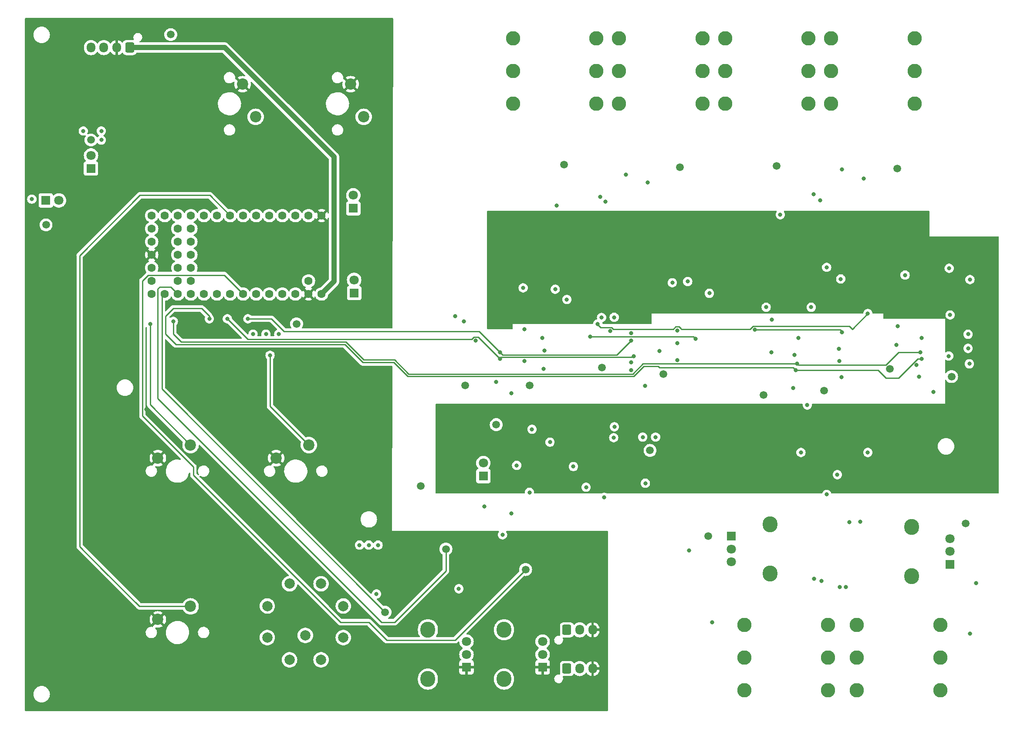
<source format=gbr>
%TF.GenerationSoftware,KiCad,Pcbnew,7.0.8*%
%TF.CreationDate,2024-03-08T11:10:07-05:00*%
%TF.ProjectId,Quad Joystick Mixer,51756164-204a-46f7-9973-7469636b204d,rev?*%
%TF.SameCoordinates,Original*%
%TF.FileFunction,Copper,L4,Bot*%
%TF.FilePolarity,Positive*%
%FSLAX46Y46*%
G04 Gerber Fmt 4.6, Leading zero omitted, Abs format (unit mm)*
G04 Created by KiCad (PCBNEW 7.0.8) date 2024-03-08 11:10:07*
%MOMM*%
%LPD*%
G01*
G04 APERTURE LIST*
G04 Aperture macros list*
%AMRoundRect*
0 Rectangle with rounded corners*
0 $1 Rounding radius*
0 $2 $3 $4 $5 $6 $7 $8 $9 X,Y pos of 4 corners*
0 Add a 4 corners polygon primitive as box body*
4,1,4,$2,$3,$4,$5,$6,$7,$8,$9,$2,$3,0*
0 Add four circle primitives for the rounded corners*
1,1,$1+$1,$2,$3*
1,1,$1+$1,$4,$5*
1,1,$1+$1,$6,$7*
1,1,$1+$1,$8,$9*
0 Add four rect primitives between the rounded corners*
20,1,$1+$1,$2,$3,$4,$5,0*
20,1,$1+$1,$4,$5,$6,$7,0*
20,1,$1+$1,$6,$7,$8,$9,0*
20,1,$1+$1,$8,$9,$2,$3,0*%
G04 Aperture macros list end*
%TA.AperFunction,ComponentPad*%
%ADD10C,1.500000*%
%TD*%
%TA.AperFunction,ComponentPad*%
%ADD11C,2.800000*%
%TD*%
%TA.AperFunction,ComponentPad*%
%ADD12R,1.800000X1.800000*%
%TD*%
%TA.AperFunction,ComponentPad*%
%ADD13C,1.800000*%
%TD*%
%TA.AperFunction,ComponentPad*%
%ADD14RoundRect,0.250000X0.600000X0.725000X-0.600000X0.725000X-0.600000X-0.725000X0.600000X-0.725000X0*%
%TD*%
%TA.AperFunction,ComponentPad*%
%ADD15O,1.700000X1.950000*%
%TD*%
%TA.AperFunction,ComponentPad*%
%ADD16C,2.200000*%
%TD*%
%TA.AperFunction,ComponentPad*%
%ADD17O,2.900000X3.100000*%
%TD*%
%TA.AperFunction,ComponentPad*%
%ADD18RoundRect,0.250000X-0.600000X-0.725000X0.600000X-0.725000X0.600000X0.725000X-0.600000X0.725000X0*%
%TD*%
%TA.AperFunction,ComponentPad*%
%ADD19C,2.000000*%
%TD*%
%TA.AperFunction,ComponentPad*%
%ADD20C,1.600000*%
%TD*%
%TA.AperFunction,ViaPad*%
%ADD21C,0.800000*%
%TD*%
%TA.AperFunction,ViaPad*%
%ADD22C,1.500000*%
%TD*%
%TA.AperFunction,Conductor*%
%ADD23C,1.000000*%
%TD*%
%TA.AperFunction,Conductor*%
%ADD24C,0.250000*%
%TD*%
%TA.AperFunction,Conductor*%
%ADD25C,0.254000*%
%TD*%
G04 APERTURE END LIST*
D10*
%TO.P,TP4,1,1*%
%TO.N,+5V*%
X85500000Y-32750000D03*
%TD*%
%TO.P,TP16,1,1*%
%TO.N,Net-(J4-PadT)*%
X161988750Y-58011250D03*
%TD*%
%TO.P,TP19,1,1*%
%TO.N,Net-(J6-PadT)*%
X203238750Y-58261250D03*
%TD*%
D11*
%TO.P,J4,R*%
%TO.N,unconnected-(J4-PadR)*%
X152013750Y-39859850D03*
%TO.P,J4,RN*%
%TO.N,unconnected-(J4-PadRN)*%
X168243750Y-39859850D03*
%TO.P,J4,S*%
%TO.N,GND*%
X152013750Y-33509850D03*
%TO.P,J4,SN*%
X168243750Y-33509850D03*
%TO.P,J4,T*%
%TO.N,Net-(J4-PadT)*%
X152013750Y-46209850D03*
%TO.P,J4,TN*%
X168243750Y-46209850D03*
%TD*%
D12*
%TO.P,D11,1,K*%
%TO.N,Net-(D11-K)*%
X146268750Y-118589850D03*
D13*
%TO.P,D11,2,A*%
%TO.N,VCC*%
X146268750Y-116049850D03*
%TD*%
D11*
%TO.P,J3,R*%
%TO.N,unconnected-(J3-PadR)*%
X235103750Y-153912650D03*
%TO.P,J3,RN*%
%TO.N,unconnected-(J3-PadRN)*%
X218873750Y-153912650D03*
%TO.P,J3,S*%
%TO.N,GND*%
X235103750Y-160262650D03*
%TO.P,J3,SN*%
X218873750Y-160262650D03*
%TO.P,J3,T*%
%TO.N,Net-(C28-Pad1)*%
X235103750Y-147562650D03*
%TO.P,J3,TN*%
X218873750Y-147562650D03*
%TD*%
D12*
%TO.P,D7,1,K*%
%TO.N,Net-(D7-K)*%
X70000000Y-58775000D03*
D13*
%TO.P,D7,2,A*%
%TO.N,+12V*%
X70000000Y-56235000D03*
%TD*%
D14*
%TO.P,J1,1,Pin_1*%
%TO.N,+5V*%
X77500000Y-35275000D03*
D15*
%TO.P,J1,2,Pin_2*%
%TO.N,Earth*%
X75000000Y-35275000D03*
%TO.P,J1,3,Pin_3*%
%TO.N,+15V*%
X72500000Y-35275000D03*
%TO.P,J1,4,Pin_4*%
%TO.N,-15V*%
X70000000Y-35275000D03*
%TD*%
D12*
%TO.P,D21,1,K*%
%TO.N,Net-(D21-K)*%
X121151250Y-82986250D03*
D13*
%TO.P,D21,2,A*%
%TO.N,+3.3V*%
X121151250Y-80446250D03*
%TD*%
D16*
%TO.P,SW6,1,A*%
%TO.N,/Teensy/POWER*%
X123000000Y-48750000D03*
%TO.P,SW6,2,B*%
%TO.N,Earth*%
X120460000Y-42400000D03*
%TD*%
D11*
%TO.P,J5,R*%
%TO.N,unconnected-(J5-PadR)*%
X172633750Y-39859850D03*
%TO.P,J5,RN*%
%TO.N,unconnected-(J5-PadRN)*%
X188863750Y-39859850D03*
%TO.P,J5,S*%
%TO.N,GND*%
X172633750Y-33509850D03*
%TO.P,J5,SN*%
X188863750Y-33509850D03*
%TO.P,J5,T*%
%TO.N,Net-(J5-PadT)*%
X172633750Y-46209850D03*
%TO.P,J5,TN*%
X188863750Y-46209850D03*
%TD*%
D17*
%TO.P,RV2,*%
%TO.N,*%
X229488750Y-138061250D03*
X229488750Y-128461250D03*
D12*
%TO.P,RV2,1,1*%
%TO.N,Net-(R17-Pad2)*%
X236988750Y-135761250D03*
D13*
%TO.P,RV2,2,2*%
%TO.N,/Audio Input/Channel2_Input*%
X236988750Y-133261250D03*
%TO.P,RV2,3,3*%
X236988750Y-130761250D03*
%TD*%
D16*
%TO.P,SW3,1,A*%
%TO.N,/Teensy/Button_1*%
X112340000Y-112550000D03*
%TO.P,SW3,2,B*%
%TO.N,Earth*%
X105990000Y-115090000D03*
%TD*%
D10*
%TO.P,TP13,1,1*%
%TO.N,Net-(U16A-+)*%
X200763750Y-102836250D03*
%TD*%
D16*
%TO.P,SW4,1,A*%
%TO.N,/Teensy/Button_2*%
X89350000Y-112550000D03*
%TO.P,SW4,2,B*%
%TO.N,Earth*%
X83000000Y-115090000D03*
%TD*%
D11*
%TO.P,J6,R*%
%TO.N,unconnected-(J6-PadR)*%
X193253750Y-39859850D03*
%TO.P,J6,RN*%
%TO.N,unconnected-(J6-PadRN)*%
X209483750Y-39859850D03*
%TO.P,J6,S*%
%TO.N,GND*%
X193253750Y-33509850D03*
%TO.P,J6,SN*%
X209483750Y-33509850D03*
%TO.P,J6,T*%
%TO.N,Net-(J6-PadT)*%
X193253750Y-46209850D03*
%TO.P,J6,TN*%
X209483750Y-46209850D03*
%TD*%
D18*
%TO.P,J9,1,Pin_1*%
%TO.N,+3.3V*%
X162500000Y-148475000D03*
D15*
%TO.P,J9,2,Pin_2*%
%TO.N,Net-(J9-Pin_2)*%
X165000000Y-148475000D03*
%TO.P,J9,3,Pin_3*%
%TO.N,Earth*%
X167500000Y-148475000D03*
%TD*%
D19*
%TO.P,SW2,1,1*%
%TO.N,Net-(R62-Pad1)*%
X119049750Y-149973650D03*
%TO.P,SW2,2,2*%
%TO.N,Net-(R63-Pad1)*%
X114719750Y-154303650D03*
%TO.P,SW2,3,3*%
%TO.N,Net-(R73-Pad1)*%
X108597750Y-154303650D03*
%TO.P,SW2,4,4*%
%TO.N,Net-(R74-Pad1)*%
X104267750Y-149973650D03*
%TO.P,SW2,5,5*%
%TO.N,Net-(R75-Pad1)*%
X104267750Y-143851650D03*
%TO.P,SW2,6,6*%
%TO.N,Net-(R76-Pad1)*%
X108597750Y-139521650D03*
%TO.P,SW2,7,7*%
%TO.N,Net-(R77-Pad1)*%
X114719750Y-139521650D03*
%TO.P,SW2,8,8*%
%TO.N,unconnected-(SW2-Pad8)*%
X119049750Y-143851650D03*
%TO.P,SW2,9,9*%
%TO.N,/Teensy/Channel Selection*%
X111658750Y-149562650D03*
%TD*%
D10*
%TO.P,TP5,1,1*%
%TO.N,VCC*%
X148768750Y-108589850D03*
%TD*%
%TO.P,TP3,1,1*%
%TO.N,-12V*%
X61250000Y-69750000D03*
%TD*%
D17*
%TO.P,RV1,*%
%TO.N,*%
X201988750Y-127961250D03*
X201988750Y-137561250D03*
D12*
%TO.P,RV1,1,1*%
%TO.N,Net-(R16-Pad2)*%
X194488750Y-130261250D03*
D13*
%TO.P,RV1,2,2*%
%TO.N,/Audio Input/Channel1_Input*%
X194488750Y-132761250D03*
%TO.P,RV1,3,3*%
X194488750Y-135261250D03*
%TD*%
D10*
%TO.P,TP18,1,1*%
%TO.N,Net-(J7-PadT)*%
X226738750Y-58761250D03*
%TD*%
D17*
%TO.P,RV4,*%
%TO.N,*%
X150288750Y-158061250D03*
X150288750Y-148461250D03*
D12*
%TO.P,RV4,1,1*%
%TO.N,Earth*%
X157788750Y-155761250D03*
D13*
%TO.P,RV4,2,2*%
%TO.N,Net-(J9-Pin_2)*%
X157788750Y-153261250D03*
%TO.P,RV4,3,3*%
%TO.N,+3.3V*%
X157788750Y-150761250D03*
%TD*%
D10*
%TO.P,TP21,1,1*%
%TO.N,/Teensy/CD_Control*%
X154488750Y-136761250D03*
%TD*%
%TO.P,TP1,1,1*%
%TO.N,+3.3V*%
X109960057Y-88984230D03*
%TD*%
D16*
%TO.P,SW7,1,A*%
%TO.N,/Teensy/PROGRAM*%
X102000000Y-48750000D03*
%TO.P,SW7,2,B*%
%TO.N,Earth*%
X99460000Y-42400000D03*
%TD*%
D10*
%TO.P,TP6,1,1*%
%TO.N,/Audio Input/Channel1_Input*%
X189988750Y-130261250D03*
%TD*%
%TO.P,TP9,1,1*%
%TO.N,Net-(U13-W0)*%
X225288750Y-97741250D03*
%TD*%
%TO.P,TP17,1,1*%
%TO.N,Net-(J5-PadT)*%
X184488750Y-58511250D03*
%TD*%
%TO.P,TP2,1,1*%
%TO.N,+12V*%
X70000000Y-53250000D03*
%TD*%
%TO.P,TP22,1,1*%
%TO.N,/Teensy/Channel Selection*%
X127158750Y-145062650D03*
%TD*%
D18*
%TO.P,J8,1,Pin_1*%
%TO.N,+3.3V*%
X162500000Y-156000000D03*
D15*
%TO.P,J8,2,Pin_2*%
%TO.N,Net-(J8-Pin_2)*%
X165000000Y-156000000D03*
%TO.P,J8,3,Pin_3*%
%TO.N,Earth*%
X167500000Y-156000000D03*
%TD*%
D10*
%TO.P,TP14,1,1*%
%TO.N,Net-(U10B-+)*%
X155251250Y-100971250D03*
%TD*%
D17*
%TO.P,RV3,*%
%TO.N,*%
X135488750Y-158061250D03*
X135488750Y-148461250D03*
D12*
%TO.P,RV3,1,1*%
%TO.N,Earth*%
X142988750Y-155761250D03*
D13*
%TO.P,RV3,2,2*%
%TO.N,Net-(J8-Pin_2)*%
X142988750Y-153261250D03*
%TO.P,RV3,3,3*%
%TO.N,+3.3V*%
X142988750Y-150761250D03*
%TD*%
D10*
%TO.P,TP7,1,1*%
%TO.N,/Audio Input/Channel2_Input*%
X239988750Y-127761250D03*
%TD*%
%TO.P,TP15,1,1*%
%TO.N,Net-(U16B-+)*%
X212488750Y-102011250D03*
%TD*%
D16*
%TO.P,SW5,1,A*%
%TO.N,/Teensy/Button_3*%
X89350000Y-143925000D03*
%TO.P,SW5,2,B*%
%TO.N,Earth*%
X83000000Y-146465000D03*
%TD*%
D10*
%TO.P,TP23,1,1*%
%TO.N,VDD*%
X178668750Y-113589850D03*
%TD*%
D11*
%TO.P,J7,R*%
%TO.N,unconnected-(J7-PadR)*%
X213873750Y-39859850D03*
%TO.P,J7,RN*%
%TO.N,unconnected-(J7-PadRN)*%
X230103750Y-39859850D03*
%TO.P,J7,S*%
%TO.N,GND*%
X213873750Y-33509850D03*
%TO.P,J7,SN*%
X230103750Y-33509850D03*
%TO.P,J7,T*%
%TO.N,Net-(J7-PadT)*%
X213873750Y-46209850D03*
%TO.P,J7,TN*%
X230103750Y-46209850D03*
%TD*%
D10*
%TO.P,TP12,1,1*%
%TO.N,Net-(U10A-+)*%
X142751250Y-100971250D03*
%TD*%
D12*
%TO.P,D9,1,K*%
%TO.N,-12V*%
X61225000Y-65000000D03*
D13*
%TO.P,D9,2,A*%
%TO.N,Net-(D9-A)*%
X63765000Y-65000000D03*
%TD*%
D11*
%TO.P,J2,R*%
%TO.N,unconnected-(J2-PadR)*%
X213238750Y-153912650D03*
%TO.P,J2,RN*%
%TO.N,unconnected-(J2-PadRN)*%
X197008750Y-153912650D03*
%TO.P,J2,S*%
%TO.N,GND*%
X213238750Y-160262650D03*
%TO.P,J2,SN*%
X197008750Y-160262650D03*
%TO.P,J2,T*%
%TO.N,Net-(C24-Pad1)*%
X213238750Y-147562650D03*
%TO.P,J2,TN*%
X197008750Y-147562650D03*
%TD*%
D10*
%TO.P,TP10,1,1*%
%TO.N,Net-(U6B-+)*%
X181288750Y-98741250D03*
%TD*%
%TO.P,TP11,1,1*%
%TO.N,Net-(U13-W1)*%
X237288750Y-99241250D03*
%TD*%
%TO.P,TP8,1,1*%
%TO.N,Net-(U6A-+)*%
X169288750Y-97511250D03*
%TD*%
D20*
%TO.P,U20,1,GND*%
%TO.N,Earth*%
X114813750Y-67942650D03*
%TO.P,U20,2,0_RX1_CRX2_CS1*%
%TO.N,unconnected-(U20-0_RX1_CRX2_CS1-Pad2)*%
X112273750Y-67942650D03*
%TO.P,U20,3,1_TX1_CTX2_MISO1*%
%TO.N,unconnected-(U20-1_TX1_CTX2_MISO1-Pad3)*%
X109733750Y-67942650D03*
%TO.P,U20,4,2_OUT2*%
%TO.N,/Teensy/LED_1*%
X107193750Y-67942650D03*
%TO.P,U20,5,3_LRCLK2*%
%TO.N,/Teensy/LED_2*%
X104653750Y-67942650D03*
%TO.P,U20,6,4_BCLK2*%
%TO.N,unconnected-(U20-4_BCLK2-Pad6)*%
X102113750Y-67942650D03*
%TO.P,U20,7,5_IN2*%
%TO.N,unconnected-(U20-5_IN2-Pad7)*%
X99573750Y-67942650D03*
%TO.P,U20,8,6_OUT1D*%
%TO.N,/Teensy/Button_3*%
X97033750Y-67942650D03*
%TO.P,U20,9,7_RX2_OUT1A*%
%TO.N,/Teensy/Button_1*%
X94493750Y-67942650D03*
%TO.P,U20,10,8_TX2_IN1*%
%TO.N,/Teensy/Button_2*%
X91953750Y-67942650D03*
%TO.P,U20,11,9_OUT1C*%
%TO.N,unconnected-(U20-9_OUT1C-Pad11)*%
X89413750Y-67942650D03*
%TO.P,U20,12,10_CS_MQSR*%
%TO.N,unconnected-(U20-10_CS_MQSR-Pad12)*%
X86873750Y-67942650D03*
%TO.P,U20,13,11_MOSI_CTX1*%
%TO.N,unconnected-(U20-11_MOSI_CTX1-Pad13)*%
X84333750Y-67942650D03*
%TO.P,U20,14,12_MISO_MQSL*%
%TO.N,unconnected-(U20-12_MISO_MQSL-Pad14)*%
X81793750Y-67942650D03*
%TO.P,U20,15,VBAT*%
%TO.N,unconnected-(U20-VBAT-Pad15)*%
X81793750Y-70482650D03*
%TO.P,U20,16,3V3*%
%TO.N,+3.3V*%
X81793750Y-73022650D03*
%TO.P,U20,17,GND*%
%TO.N,Earth*%
X81793750Y-75562650D03*
%TO.P,U20,18,PROGRAM*%
%TO.N,/Teensy/PROGRAM*%
X81793750Y-78102650D03*
%TO.P,U20,19,ON_OFF*%
%TO.N,/Teensy/POWER*%
X81793750Y-80642650D03*
%TO.P,U20,20,13_SCK_CRX1_LED*%
%TO.N,unconnected-(U20-13_SCK_CRX1_LED-Pad20)*%
X81793750Y-83182650D03*
%TO.P,U20,21,14_A0_TX3_SPDIF_OUT*%
%TO.N,/Teensy/Channel Selection*%
X84333750Y-83182650D03*
%TO.P,U20,22,15_A1_RX3_SPDIF_IN*%
%TO.N,/Teensy/AB_Control*%
X86873750Y-83182650D03*
%TO.P,U20,23,16_A2_RX4_SCL1*%
%TO.N,/SCL1*%
X89413750Y-83182650D03*
%TO.P,U20,24,17_A3_TX4_SDA1*%
%TO.N,/SDA1*%
X91953750Y-83182650D03*
%TO.P,U20,25,18_A4_SDA0*%
%TO.N,/SDA0*%
X94493750Y-83182650D03*
%TO.P,U20,26,19_A5_SCL0*%
%TO.N,/SCL0*%
X97033750Y-83182650D03*
%TO.P,U20,27,20_A6_TX5_LRCLK1*%
%TO.N,/Teensy/CD_Control*%
X99573750Y-83182650D03*
%TO.P,U20,28,21_A7_RX5_BCLK1*%
%TO.N,unconnected-(U20-21_A7_RX5_BCLK1-Pad28)*%
X102113750Y-83182650D03*
%TO.P,U20,29,22_A8_CTX1*%
%TO.N,unconnected-(U20-22_A8_CTX1-Pad29)*%
X104653750Y-83182650D03*
%TO.P,U20,30,23_A9_CRX1_MCLK1*%
%TO.N,unconnected-(U20-23_A9_CRX1_MCLK1-Pad30)*%
X107193750Y-83182650D03*
%TO.P,U20,31,3V3*%
%TO.N,+3.3V*%
X109733750Y-83182650D03*
%TO.P,U20,32,GND*%
%TO.N,Earth*%
X112273750Y-83182650D03*
%TO.P,U20,33,VIN*%
%TO.N,+5V*%
X114813750Y-83182650D03*
%TO.P,U20,34,VUSB*%
%TO.N,unconnected-(U20-VUSB-Pad34)*%
X112273750Y-80642650D03*
%TO.P,U20,35,24_A10_TX6_SCL2*%
%TO.N,unconnected-(U20-24_A10_TX6_SCL2-Pad35)*%
X86873750Y-80642650D03*
%TO.P,U20,36,25_A11_RX6_SDA2*%
%TO.N,unconnected-(U20-25_A11_RX6_SDA2-Pad36)*%
X89413750Y-80642650D03*
%TO.P,U20,37,26_A12_MOSI1*%
%TO.N,unconnected-(U20-26_A12_MOSI1-Pad37)*%
X86873750Y-78102650D03*
%TO.P,U20,38,27_A13_SCK1*%
%TO.N,unconnected-(U20-27_A13_SCK1-Pad38)*%
X89413750Y-78102650D03*
%TO.P,U20,39,28_RX7*%
%TO.N,unconnected-(U20-28_RX7-Pad39)*%
X86873750Y-75562650D03*
%TO.P,U20,40,29_TX7*%
%TO.N,unconnected-(U20-29_TX7-Pad40)*%
X89413750Y-75562650D03*
%TO.P,U20,41,30_CRX3*%
%TO.N,unconnected-(U20-30_CRX3-Pad41)*%
X86873750Y-73022650D03*
%TO.P,U20,42,31_CTX3*%
%TO.N,unconnected-(U20-31_CTX3-Pad42)*%
X89413750Y-73022650D03*
%TO.P,U20,43,32_OUT1B*%
%TO.N,unconnected-(U20-32_OUT1B-Pad43)*%
X86873750Y-70482650D03*
%TO.P,U20,44,33_MCLK2*%
%TO.N,unconnected-(U20-33_MCLK2-Pad44)*%
X89413750Y-70482650D03*
%TD*%
D10*
%TO.P,TP20,1,1*%
%TO.N,/Teensy/AB_Control*%
X138988750Y-132761250D03*
%TD*%
D12*
%TO.P,D20,1,K*%
%TO.N,Net-(D20-K)*%
X120988750Y-66536250D03*
D13*
%TO.P,D20,2,A*%
%TO.N,+3.3V*%
X120988750Y-63996250D03*
%TD*%
D21*
%TO.N,Earth*%
X81750000Y-44250000D03*
X103767750Y-139232250D03*
X74290150Y-78062650D03*
X114172557Y-87945057D03*
X102238750Y-156511250D03*
X82000000Y-31250000D03*
X86250000Y-44250000D03*
X81750000Y-55000000D03*
X147000000Y-131500000D03*
X124436250Y-72759850D03*
X78230000Y-137005000D03*
X66500000Y-58500000D03*
X98488750Y-147511250D03*
X84000000Y-55000000D03*
X84000000Y-44250000D03*
X141238750Y-142261250D03*
X79500000Y-55000000D03*
X80730000Y-134005000D03*
X80775000Y-105590000D03*
X123238750Y-149761250D03*
X120598750Y-89459850D03*
X86250000Y-53000000D03*
X144788750Y-130711250D03*
X123276250Y-89137350D03*
X78488750Y-85261250D03*
X112988750Y-158261250D03*
X118738750Y-158511250D03*
X103690000Y-102395000D03*
X95380000Y-58100000D03*
X86250000Y-51000000D03*
X86250000Y-55000000D03*
X121398350Y-137851650D03*
X121988750Y-72957350D03*
X112380000Y-57850000D03*
X121767750Y-155982250D03*
X86250000Y-48750000D03*
X146738750Y-141011250D03*
X76750000Y-74500000D03*
D22*
X124250000Y-120500000D03*
D21*
X102150000Y-105435000D03*
X111997557Y-88002443D03*
X86250000Y-46500000D03*
X155988750Y-147511250D03*
X141488750Y-147511250D03*
X67250000Y-48500000D03*
X79250000Y-44250000D03*
X85000000Y-100700000D03*
X156238750Y-142761250D03*
X153738750Y-133011250D03*
X63600000Y-30600000D03*
%TO.N,+12V*%
X150000000Y-130000000D03*
X72000000Y-51500000D03*
X159217350Y-111989850D03*
X174000000Y-60000000D03*
X183000000Y-81000000D03*
X154000000Y-82000000D03*
X171604850Y-111127350D03*
X213000000Y-78000000D03*
X216000000Y-59000000D03*
X151674775Y-125825225D03*
X68500000Y-51500000D03*
X236813750Y-78186250D03*
X219501250Y-127501250D03*
X72000000Y-53250000D03*
%TO.N,-12V*%
X141500000Y-140500000D03*
X174000000Y-87800000D03*
X206091250Y-86108750D03*
X58500000Y-64750000D03*
X168000000Y-121000000D03*
X226800000Y-87200000D03*
X206238750Y-67761250D03*
X148000000Y-89200000D03*
X212000000Y-139000000D03*
X164400000Y-68000000D03*
%TO.N,GND*%
X240738750Y-96761250D03*
X152738750Y-116511250D03*
X215523750Y-140161250D03*
X215913750Y-99336250D03*
X216723750Y-140161250D03*
X168988750Y-64261250D03*
X211738750Y-65011250D03*
X171701250Y-87723750D03*
X240488750Y-93761250D03*
X190723750Y-147061250D03*
X160488750Y-66011250D03*
X157738750Y-91761250D03*
X190198750Y-83051250D03*
X209988750Y-85761250D03*
X236988750Y-87261250D03*
X183968750Y-96011250D03*
X210488750Y-63761250D03*
X170890163Y-90385243D03*
X213023750Y-122161250D03*
X169768750Y-122731250D03*
X215413750Y-93836250D03*
X140750000Y-87471250D03*
X230488750Y-97011250D03*
X186223750Y-133061250D03*
X163768750Y-116731250D03*
X220238750Y-60761250D03*
X215738750Y-80261250D03*
X226543750Y-93066250D03*
X171738750Y-109011250D03*
X142500000Y-88500000D03*
X158123750Y-94146250D03*
X242023750Y-139411250D03*
X215073750Y-118311250D03*
X203988750Y-67761250D03*
X169988750Y-65261250D03*
X183968750Y-90281250D03*
X202316250Y-88183750D03*
X169238750Y-87761250D03*
X210523750Y-138561250D03*
X240873750Y-149261250D03*
D22*
X134100000Y-120500000D03*
D21*
X174988750Y-96511250D03*
X240853750Y-80376250D03*
X162488750Y-84261250D03*
X144738750Y-92261250D03*
X178238750Y-61511250D03*
X240488750Y-91011250D03*
X228238750Y-79511250D03*
X177768750Y-119981250D03*
X160238750Y-82261250D03*
X226836250Y-89413750D03*
X215488750Y-96261250D03*
X202238750Y-94511250D03*
X146488750Y-124511250D03*
X201238750Y-85761250D03*
X157988750Y-97761250D03*
X183988750Y-92761250D03*
X155238750Y-121761250D03*
X185988750Y-80761250D03*
X166238750Y-120761250D03*
X155717350Y-109489850D03*
X217426250Y-127563750D03*
%TO.N,/Audio Input/Channel1_Input*%
X167000000Y-91500000D03*
X187500000Y-91861750D03*
%TO.N,/Audio Input/Channel2_Input*%
X199000000Y-90154750D03*
X216000000Y-90646250D03*
%TO.N,VCC*%
X154226250Y-96191750D03*
X180488750Y-94261250D03*
X206738750Y-95011250D03*
X236726250Y-95248750D03*
%TO.N,+3.3V*%
X124000000Y-132000000D03*
X125500000Y-141500000D03*
X154250000Y-90000000D03*
X175000000Y-90775500D03*
X231488750Y-91761250D03*
X125800000Y-132000000D03*
X101500000Y-91000000D03*
X207488750Y-91761250D03*
X106500000Y-91000000D03*
X104000000Y-91000000D03*
X122200000Y-132000000D03*
%TO.N,/Audio Output/A*%
X221000000Y-87000000D03*
X168500000Y-89000000D03*
%TO.N,/Teensy/Button_1*%
X104800000Y-95100000D03*
%TO.N,/Teensy/Button_2*%
X81500000Y-89000000D03*
%TO.N,VDD*%
X179738750Y-111011250D03*
X233738750Y-102261250D03*
X209238750Y-104761250D03*
X174988750Y-98011250D03*
X177238750Y-111011250D03*
X230988750Y-99261250D03*
X151738750Y-102511250D03*
X148725036Y-100247536D03*
X177738750Y-101011250D03*
X206488750Y-101511250D03*
X221000000Y-114000000D03*
X208000000Y-114000000D03*
%TO.N,/SCL0*%
X100500000Y-88000000D03*
X174988750Y-92261250D03*
X149488750Y-94511250D03*
%TO.N,/SDA0*%
X149488750Y-95761250D03*
X175488750Y-95261250D03*
X96500000Y-88000000D03*
%TO.N,/SDA1*%
X93000000Y-88000000D03*
X206988750Y-98011250D03*
X231488750Y-95761250D03*
%TO.N,/SCL1*%
X207238750Y-96761250D03*
X86000000Y-88500000D03*
X231238750Y-94511250D03*
%TD*%
D23*
%TO.N,+5V*%
X95975000Y-35275000D02*
X117250000Y-56550000D01*
X117250000Y-80746400D02*
X114813750Y-83182650D01*
X117250000Y-56550000D02*
X117250000Y-80746400D01*
X77500000Y-35275000D02*
X95975000Y-35275000D01*
D24*
%TO.N,/Audio Input/Channel1_Input*%
X187500000Y-91861750D02*
X187138250Y-91500000D01*
X187138250Y-91500000D02*
X167000000Y-91500000D01*
%TO.N,/Audio Input/Channel2_Input*%
X216000000Y-90500000D02*
X216000000Y-90646250D01*
X215654750Y-90154750D02*
X216000000Y-90500000D01*
X199000000Y-90154750D02*
X215654750Y-90154750D01*
%TO.N,/Audio Output/A*%
X218000000Y-90000000D02*
X217429750Y-89429750D01*
X221000000Y-87000000D02*
X218000000Y-90000000D01*
X168500000Y-89100000D02*
X168500000Y-89000000D01*
X198129445Y-90000000D02*
X184693750Y-90000000D01*
X184693750Y-89980945D02*
X184269055Y-89556250D01*
X183668445Y-89556250D02*
X183224695Y-90000000D01*
X171530225Y-90000000D02*
X171190468Y-89660243D01*
X184693750Y-90000000D02*
X184693750Y-89980945D01*
X217429750Y-89429750D02*
X198699695Y-89429750D01*
X198699695Y-89429750D02*
X198129445Y-90000000D01*
X183224695Y-90000000D02*
X171530225Y-90000000D01*
X171190468Y-89660243D02*
X169060243Y-89660243D01*
X169060243Y-89660243D02*
X168500000Y-89100000D01*
X184269055Y-89556250D02*
X183668445Y-89556250D01*
%TO.N,/Teensy/Channel Selection*%
X83771621Y-101675521D02*
X83771621Y-83744779D01*
X127158750Y-145062650D02*
X83771621Y-101675521D01*
X83771621Y-83744779D02*
X84333750Y-83182650D01*
D25*
%TO.N,/Teensy/Button_1*%
X104800000Y-95100000D02*
X104800000Y-105010000D01*
X104800000Y-105010000D02*
X112340000Y-112550000D01*
D24*
%TO.N,/Teensy/Button_2*%
X81500000Y-104700000D02*
X81500000Y-89000000D01*
X89350000Y-112550000D02*
X81500000Y-104700000D01*
%TO.N,/Teensy/Button_3*%
X89350000Y-143925000D02*
X79425000Y-143925000D01*
D25*
X79500000Y-64000000D02*
X93091100Y-64000000D01*
D24*
X79425000Y-143925000D02*
X72500000Y-137000000D01*
D25*
X67800000Y-75700000D02*
X79500000Y-64000000D01*
X67800000Y-132300000D02*
X67800000Y-75700000D01*
X72500000Y-137000000D02*
X67800000Y-132300000D01*
X93091100Y-64000000D02*
X97033750Y-67942650D01*
D24*
%TO.N,/Teensy/AB_Control*%
X138988750Y-132761250D02*
X138988750Y-137011250D01*
X129000000Y-147000000D02*
X126500000Y-147000000D01*
X83000000Y-82200000D02*
X83400000Y-81800000D01*
X83000000Y-103500000D02*
X83000000Y-82200000D01*
X126500000Y-147000000D02*
X83000000Y-103500000D01*
X83400000Y-81800000D02*
X85491100Y-81800000D01*
X85491100Y-81800000D02*
X86873750Y-83182650D01*
X138988750Y-137011250D02*
X129000000Y-147000000D01*
%TO.N,/Teensy/CD_Control*%
X80000000Y-106900000D02*
X80000000Y-80600000D01*
X89900000Y-116800000D02*
X80000000Y-106900000D01*
X89900000Y-118400000D02*
X89900000Y-116800000D01*
X154488750Y-136761250D02*
X140750000Y-150500000D01*
X140750000Y-150500000D02*
X127500000Y-150500000D01*
X95891100Y-79500000D02*
X99573750Y-83182650D01*
X124000000Y-147000000D02*
X118500000Y-147000000D01*
X80000000Y-80600000D02*
X81100000Y-79500000D01*
X127500000Y-150500000D02*
X124000000Y-147000000D01*
X81100000Y-79500000D02*
X95891100Y-79500000D01*
X118500000Y-147000000D02*
X89900000Y-118400000D01*
D25*
%TO.N,/SCL0*%
X174988750Y-92261250D02*
X172238750Y-95011250D01*
X107528134Y-90500000D02*
X105028134Y-88000000D01*
X105028134Y-88000000D02*
X100500000Y-88000000D01*
X172238750Y-95011250D02*
X149988750Y-95011250D01*
X149488750Y-94511250D02*
X145477500Y-90500000D01*
X145477500Y-90500000D02*
X107528134Y-90500000D01*
X149988750Y-95011250D02*
X149488750Y-94511250D01*
%TO.N,/SDA0*%
X144437616Y-91534250D02*
X143971866Y-92000000D01*
X175284750Y-95465250D02*
X149784750Y-95465250D01*
X149784750Y-95465250D02*
X149488750Y-95761250D01*
X143971866Y-92000000D02*
X100500000Y-92000000D01*
X175488750Y-95261250D02*
X175284750Y-95465250D01*
X100500000Y-92000000D02*
X96500000Y-88000000D01*
X145261750Y-91534250D02*
X144437616Y-91534250D01*
X149488750Y-95761250D02*
X145261750Y-91534250D01*
%TO.N,/SDA1*%
X91500000Y-86000000D02*
X93000000Y-87500000D01*
X206988750Y-98011250D02*
X222988750Y-98011250D01*
X84500000Y-87500000D02*
X86000000Y-86000000D01*
X122857948Y-96500000D02*
X119357948Y-93000000D01*
X128857948Y-96500000D02*
X122857948Y-96500000D01*
X206988750Y-98011250D02*
X206477500Y-97500000D01*
X177454936Y-97215250D02*
X175477936Y-99192250D01*
X180215250Y-97215250D02*
X177454936Y-97215250D01*
X93000000Y-87500000D02*
X93000000Y-88000000D01*
X131550198Y-99192250D02*
X128857948Y-96500000D01*
X224488750Y-99511250D02*
X226960616Y-99511250D01*
X206477500Y-97500000D02*
X180500000Y-97500000D01*
X86500000Y-93000000D02*
X84500000Y-91000000D01*
X175477936Y-99192250D02*
X131550198Y-99192250D01*
X86000000Y-86000000D02*
X91500000Y-86000000D01*
X84500000Y-91000000D02*
X84500000Y-87500000D01*
X222988750Y-98011250D02*
X224488750Y-99511250D01*
X226960616Y-99511250D02*
X230710616Y-95761250D01*
X119357948Y-93000000D02*
X86500000Y-93000000D01*
X230710616Y-95761250D02*
X231488750Y-95761250D01*
X180500000Y-97500000D02*
X180215250Y-97215250D01*
%TO.N,/SCL1*%
X226988750Y-94511250D02*
X231238750Y-94511250D01*
X119500000Y-92500000D02*
X87500000Y-92500000D01*
X224511750Y-96988250D02*
X226988750Y-94511250D01*
X207465750Y-96988250D02*
X224511750Y-96988250D01*
X207238750Y-96761250D02*
X177266884Y-96761250D01*
X129000000Y-96000000D02*
X123000000Y-96000000D01*
X86000000Y-91000000D02*
X86000000Y-88500000D01*
X131738250Y-98738250D02*
X129000000Y-96000000D01*
X123000000Y-96000000D02*
X119500000Y-92500000D01*
X87500000Y-92500000D02*
X86000000Y-91000000D01*
X175289884Y-98738250D02*
X131738250Y-98738250D01*
X177266884Y-96761250D02*
X175289884Y-98738250D01*
X207238750Y-96761250D02*
X207465750Y-96988250D01*
%TD*%
%TA.AperFunction,Conductor*%
%TO.N,Earth*%
G36*
X128665104Y-29531435D02*
G01*
X128710859Y-29584239D01*
X128722064Y-29636038D01*
X128659355Y-56413247D01*
X128581285Y-89748790D01*
X128561443Y-89815784D01*
X128508532Y-89861415D01*
X128457285Y-89872500D01*
X111102865Y-89872500D01*
X111035826Y-89852815D01*
X110990071Y-89800011D01*
X110980127Y-89730853D01*
X111001290Y-89677376D01*
X111047159Y-89611869D01*
X111139632Y-89413560D01*
X111196264Y-89202207D01*
X111215334Y-88984230D01*
X111196264Y-88766253D01*
X111139632Y-88554900D01*
X111047159Y-88356592D01*
X111047157Y-88356589D01*
X111047156Y-88356587D01*
X110921656Y-88177354D01*
X110845787Y-88101485D01*
X110766934Y-88022632D01*
X110587696Y-87897128D01*
X110587697Y-87897128D01*
X110587695Y-87897127D01*
X110437546Y-87827112D01*
X110389387Y-87804655D01*
X110389383Y-87804654D01*
X110389379Y-87804652D01*
X110178034Y-87748023D01*
X109960059Y-87728953D01*
X109960055Y-87728953D01*
X109814739Y-87741666D01*
X109742080Y-87748023D01*
X109742077Y-87748023D01*
X109530734Y-87804652D01*
X109530727Y-87804654D01*
X109530727Y-87804655D01*
X109527135Y-87806330D01*
X109332418Y-87897128D01*
X109332414Y-87897130D01*
X109153178Y-88022632D01*
X108998459Y-88177351D01*
X108872957Y-88356587D01*
X108872955Y-88356591D01*
X108780483Y-88554898D01*
X108780479Y-88554907D01*
X108723850Y-88766250D01*
X108723850Y-88766254D01*
X108704780Y-88984227D01*
X108704780Y-88984232D01*
X108723850Y-89202205D01*
X108723850Y-89202209D01*
X108780479Y-89413552D01*
X108780481Y-89413556D01*
X108780482Y-89413560D01*
X108872955Y-89611869D01*
X108900416Y-89651087D01*
X108918824Y-89677376D01*
X108941151Y-89743583D01*
X108924141Y-89811350D01*
X108873193Y-89859163D01*
X108817249Y-89872500D01*
X107839415Y-89872500D01*
X107772376Y-89852815D01*
X107751734Y-89836181D01*
X105530510Y-87614957D01*
X105520665Y-87602668D01*
X105520447Y-87602849D01*
X105515474Y-87596838D01*
X105503251Y-87585360D01*
X105464875Y-87549322D01*
X105454402Y-87538849D01*
X105443931Y-87528377D01*
X105438430Y-87524111D01*
X105433982Y-87520312D01*
X105399902Y-87488308D01*
X105399897Y-87488304D01*
X105382256Y-87478606D01*
X105365991Y-87467922D01*
X105365814Y-87467785D01*
X105350096Y-87455592D01*
X105334938Y-87449032D01*
X105307188Y-87437023D01*
X105301941Y-87434453D01*
X105260971Y-87411929D01*
X105260962Y-87411926D01*
X105241468Y-87406920D01*
X105223067Y-87400620D01*
X105204593Y-87392626D01*
X105204586Y-87392624D01*
X105158421Y-87385313D01*
X105152697Y-87384128D01*
X105107413Y-87372500D01*
X105107406Y-87372500D01*
X105087276Y-87372500D01*
X105067877Y-87370973D01*
X105048002Y-87367825D01*
X105048001Y-87367825D01*
X105001455Y-87372225D01*
X104995617Y-87372500D01*
X101201947Y-87372500D01*
X101134908Y-87352815D01*
X101109800Y-87331476D01*
X101105871Y-87327112D01*
X101105869Y-87327111D01*
X101105867Y-87327108D01*
X101105864Y-87327106D01*
X100952734Y-87215851D01*
X100952729Y-87215848D01*
X100779807Y-87138857D01*
X100779802Y-87138855D01*
X100610952Y-87102966D01*
X100594646Y-87099500D01*
X100405354Y-87099500D01*
X100389048Y-87102966D01*
X100220197Y-87138855D01*
X100220192Y-87138857D01*
X100047270Y-87215848D01*
X100047265Y-87215851D01*
X99894129Y-87327111D01*
X99767466Y-87467785D01*
X99672821Y-87631715D01*
X99672818Y-87631722D01*
X99635030Y-87748023D01*
X99614326Y-87811744D01*
X99594540Y-88000000D01*
X99614326Y-88188256D01*
X99614327Y-88188259D01*
X99672818Y-88368277D01*
X99672821Y-88368284D01*
X99767467Y-88532216D01*
X99857204Y-88631879D01*
X99894129Y-88672888D01*
X100047265Y-88784148D01*
X100047270Y-88784151D01*
X100220192Y-88861142D01*
X100220197Y-88861144D01*
X100405354Y-88900500D01*
X100405355Y-88900500D01*
X100594644Y-88900500D01*
X100594646Y-88900500D01*
X100779803Y-88861144D01*
X100952730Y-88784151D01*
X101105871Y-88672888D01*
X101109799Y-88668525D01*
X101169286Y-88631879D01*
X101201947Y-88627500D01*
X104716853Y-88627500D01*
X104783892Y-88647185D01*
X104804534Y-88663819D01*
X106133703Y-89992988D01*
X106167188Y-90054311D01*
X106162204Y-90124003D01*
X106120332Y-90179936D01*
X106096459Y-90193948D01*
X106047267Y-90215850D01*
X106047265Y-90215851D01*
X105894129Y-90327111D01*
X105767466Y-90467785D01*
X105672821Y-90631715D01*
X105672818Y-90631722D01*
X105614327Y-90811740D01*
X105614326Y-90811744D01*
X105594540Y-91000000D01*
X105614326Y-91188256D01*
X105614326Y-91188258D01*
X105614327Y-91188260D01*
X105621450Y-91210183D01*
X105623445Y-91280024D01*
X105587364Y-91339856D01*
X105524663Y-91370684D01*
X105503519Y-91372500D01*
X104996481Y-91372500D01*
X104929442Y-91352815D01*
X104883687Y-91300011D01*
X104873743Y-91230853D01*
X104878550Y-91210183D01*
X104881707Y-91200464D01*
X104885674Y-91188256D01*
X104905460Y-91000000D01*
X104885674Y-90811744D01*
X104827179Y-90631716D01*
X104732533Y-90467784D01*
X104605871Y-90327112D01*
X104605870Y-90327111D01*
X104452734Y-90215851D01*
X104452729Y-90215848D01*
X104279807Y-90138857D01*
X104279802Y-90138855D01*
X104121815Y-90105275D01*
X104094646Y-90099500D01*
X103905354Y-90099500D01*
X103878185Y-90105275D01*
X103720197Y-90138855D01*
X103720192Y-90138857D01*
X103547270Y-90215848D01*
X103547265Y-90215851D01*
X103394129Y-90327111D01*
X103267466Y-90467785D01*
X103172821Y-90631715D01*
X103172818Y-90631722D01*
X103114327Y-90811740D01*
X103114326Y-90811744D01*
X103094540Y-91000000D01*
X103114326Y-91188256D01*
X103114326Y-91188258D01*
X103114327Y-91188260D01*
X103121450Y-91210183D01*
X103123445Y-91280024D01*
X103087364Y-91339856D01*
X103024663Y-91370684D01*
X103003519Y-91372500D01*
X102496481Y-91372500D01*
X102429442Y-91352815D01*
X102383687Y-91300011D01*
X102373743Y-91230853D01*
X102378550Y-91210183D01*
X102381707Y-91200464D01*
X102385674Y-91188256D01*
X102405460Y-91000000D01*
X102385674Y-90811744D01*
X102327179Y-90631716D01*
X102232533Y-90467784D01*
X102105871Y-90327112D01*
X102105870Y-90327111D01*
X101952734Y-90215851D01*
X101952729Y-90215848D01*
X101779807Y-90138857D01*
X101779802Y-90138855D01*
X101621815Y-90105275D01*
X101594646Y-90099500D01*
X101405354Y-90099500D01*
X101378185Y-90105275D01*
X101220197Y-90138855D01*
X101220192Y-90138857D01*
X101047270Y-90215848D01*
X101047265Y-90215851D01*
X100894129Y-90327111D01*
X100767466Y-90467785D01*
X100672821Y-90631715D01*
X100672818Y-90631722D01*
X100614327Y-90811740D01*
X100614326Y-90811744D01*
X100609134Y-90861144D01*
X100602015Y-90928875D01*
X100575430Y-90993490D01*
X100518132Y-91033474D01*
X100448313Y-91036134D01*
X100391013Y-91003594D01*
X97438628Y-88051209D01*
X97405143Y-87989886D01*
X97402990Y-87976506D01*
X97385674Y-87811744D01*
X97327179Y-87631716D01*
X97232533Y-87467784D01*
X97105871Y-87327112D01*
X97105870Y-87327111D01*
X96952734Y-87215851D01*
X96952729Y-87215848D01*
X96779807Y-87138857D01*
X96779802Y-87138855D01*
X96610952Y-87102966D01*
X96594646Y-87099500D01*
X96405354Y-87099500D01*
X96389048Y-87102966D01*
X96220197Y-87138855D01*
X96220192Y-87138857D01*
X96047270Y-87215848D01*
X96047265Y-87215851D01*
X95894129Y-87327111D01*
X95767466Y-87467785D01*
X95672821Y-87631715D01*
X95672818Y-87631722D01*
X95635030Y-87748023D01*
X95614326Y-87811744D01*
X95594540Y-88000000D01*
X95614326Y-88188256D01*
X95614327Y-88188259D01*
X95672818Y-88368277D01*
X95672821Y-88368284D01*
X95767467Y-88532216D01*
X95857204Y-88631879D01*
X95894129Y-88672888D01*
X96047265Y-88784148D01*
X96047270Y-88784151D01*
X96220192Y-88861142D01*
X96220197Y-88861144D01*
X96405354Y-88900500D01*
X96461719Y-88900500D01*
X96528758Y-88920185D01*
X96549400Y-88936819D01*
X99273400Y-91660819D01*
X99306885Y-91722142D01*
X99301901Y-91791834D01*
X99260029Y-91847767D01*
X99194565Y-91872184D01*
X99185719Y-91872500D01*
X87811281Y-91872500D01*
X87744242Y-91852815D01*
X87723600Y-91836181D01*
X86663819Y-90776400D01*
X86630334Y-90715077D01*
X86627500Y-90688719D01*
X86627500Y-89196465D01*
X86647185Y-89129426D01*
X86659343Y-89113500D01*
X86732533Y-89032216D01*
X86827179Y-88868284D01*
X86885674Y-88688256D01*
X86905460Y-88500000D01*
X86885674Y-88311744D01*
X86827179Y-88131716D01*
X86732533Y-87967784D01*
X86605871Y-87827112D01*
X86584719Y-87811744D01*
X86452734Y-87715851D01*
X86452729Y-87715848D01*
X86279807Y-87638857D01*
X86279802Y-87638855D01*
X86121538Y-87605216D01*
X86094646Y-87599500D01*
X85905354Y-87599500D01*
X85878462Y-87605216D01*
X85720197Y-87638855D01*
X85720192Y-87638857D01*
X85547270Y-87715848D01*
X85547265Y-87715851D01*
X85448042Y-87787941D01*
X85382235Y-87811421D01*
X85314182Y-87795595D01*
X85265487Y-87745489D01*
X85251612Y-87677011D01*
X85276961Y-87611902D01*
X85287468Y-87599950D01*
X86223600Y-86663819D01*
X86284923Y-86630334D01*
X86311281Y-86627500D01*
X91188719Y-86627500D01*
X91255758Y-86647185D01*
X91276400Y-86663819D01*
X92136618Y-87524037D01*
X92170103Y-87585360D01*
X92166868Y-87650036D01*
X92135030Y-87748023D01*
X92114326Y-87811744D01*
X92094540Y-88000000D01*
X92114326Y-88188256D01*
X92114327Y-88188259D01*
X92172818Y-88368277D01*
X92172821Y-88368284D01*
X92267467Y-88532216D01*
X92357204Y-88631879D01*
X92394129Y-88672888D01*
X92547265Y-88784148D01*
X92547270Y-88784151D01*
X92720192Y-88861142D01*
X92720197Y-88861144D01*
X92905354Y-88900500D01*
X92905355Y-88900500D01*
X93094644Y-88900500D01*
X93094646Y-88900500D01*
X93279803Y-88861144D01*
X93452730Y-88784151D01*
X93605871Y-88672888D01*
X93732533Y-88532216D01*
X93827179Y-88368284D01*
X93885674Y-88188256D01*
X93905460Y-88000000D01*
X93885674Y-87811744D01*
X93827179Y-87631716D01*
X93732533Y-87467784D01*
X93646491Y-87372225D01*
X93621819Y-87344824D01*
X93598682Y-87307514D01*
X93595408Y-87299246D01*
X93593517Y-87293726D01*
X93580468Y-87248809D01*
X93580468Y-87248808D01*
X93570225Y-87231489D01*
X93561662Y-87214011D01*
X93554253Y-87195297D01*
X93554253Y-87195296D01*
X93526771Y-87157472D01*
X93523567Y-87152596D01*
X93499763Y-87112344D01*
X93499761Y-87112342D01*
X93499759Y-87112339D01*
X93485531Y-87098112D01*
X93472896Y-87083320D01*
X93461063Y-87067033D01*
X93461060Y-87067031D01*
X93461060Y-87067030D01*
X93461059Y-87067029D01*
X93425035Y-87037228D01*
X93420713Y-87033294D01*
X92002376Y-85614957D01*
X91992531Y-85602668D01*
X91992313Y-85602849D01*
X91987340Y-85596838D01*
X91966438Y-85577210D01*
X91936741Y-85549322D01*
X91926268Y-85538849D01*
X91915797Y-85528377D01*
X91910296Y-85524111D01*
X91905848Y-85520312D01*
X91871768Y-85488308D01*
X91871763Y-85488304D01*
X91854122Y-85478606D01*
X91837857Y-85467922D01*
X91835495Y-85466090D01*
X91821962Y-85455592D01*
X91799212Y-85445747D01*
X91779054Y-85437023D01*
X91773807Y-85434453D01*
X91732837Y-85411929D01*
X91732828Y-85411926D01*
X91713334Y-85406920D01*
X91694933Y-85400620D01*
X91676459Y-85392626D01*
X91676452Y-85392624D01*
X91630287Y-85385313D01*
X91624563Y-85384128D01*
X91579279Y-85372500D01*
X91579272Y-85372500D01*
X91559142Y-85372500D01*
X91539743Y-85370973D01*
X91519868Y-85367825D01*
X91519867Y-85367825D01*
X91473321Y-85372225D01*
X91467483Y-85372500D01*
X86082965Y-85372500D01*
X86067314Y-85370772D01*
X86067288Y-85371054D01*
X86059525Y-85370319D01*
X85990154Y-85372500D01*
X85960521Y-85372500D01*
X85953607Y-85373373D01*
X85947790Y-85373830D01*
X85901058Y-85375299D01*
X85901054Y-85375300D01*
X85881722Y-85380916D01*
X85862682Y-85384859D01*
X85842712Y-85387382D01*
X85842708Y-85387383D01*
X85799237Y-85404594D01*
X85793710Y-85406486D01*
X85748812Y-85419530D01*
X85748805Y-85419533D01*
X85731480Y-85429779D01*
X85714010Y-85438337D01*
X85695298Y-85445745D01*
X85657463Y-85473233D01*
X85652580Y-85476440D01*
X85612346Y-85500234D01*
X85598106Y-85514474D01*
X85583320Y-85527102D01*
X85567033Y-85538936D01*
X85567032Y-85538936D01*
X85537227Y-85574963D01*
X85533295Y-85579284D01*
X84608802Y-86503778D01*
X84547479Y-86537263D01*
X84477788Y-86532279D01*
X84421854Y-86490407D01*
X84397437Y-86424943D01*
X84397121Y-86416097D01*
X84397121Y-84596198D01*
X84416806Y-84529159D01*
X84469610Y-84483404D01*
X84510313Y-84472670D01*
X84560442Y-84468285D01*
X84780246Y-84409389D01*
X84986484Y-84313218D01*
X85172889Y-84182697D01*
X85333797Y-84021789D01*
X85464318Y-83835384D01*
X85491368Y-83777374D01*
X85537540Y-83724935D01*
X85604733Y-83705783D01*
X85671615Y-83725998D01*
X85716132Y-83777375D01*
X85743179Y-83835378D01*
X85743182Y-83835384D01*
X85873704Y-84021791D01*
X86034608Y-84182695D01*
X86034611Y-84182697D01*
X86221016Y-84313218D01*
X86427254Y-84409389D01*
X86427259Y-84409390D01*
X86427261Y-84409391D01*
X86480165Y-84423566D01*
X86647058Y-84468285D01*
X86808980Y-84482451D01*
X86873748Y-84488118D01*
X86873750Y-84488118D01*
X86873752Y-84488118D01*
X86930423Y-84483159D01*
X87100442Y-84468285D01*
X87320246Y-84409389D01*
X87526484Y-84313218D01*
X87712889Y-84182697D01*
X87873797Y-84021789D01*
X88004318Y-83835384D01*
X88031368Y-83777374D01*
X88077540Y-83724935D01*
X88144733Y-83705783D01*
X88211615Y-83725998D01*
X88256132Y-83777375D01*
X88283179Y-83835378D01*
X88283182Y-83835384D01*
X88413704Y-84021791D01*
X88574608Y-84182695D01*
X88574611Y-84182697D01*
X88761016Y-84313218D01*
X88967254Y-84409389D01*
X88967259Y-84409390D01*
X88967261Y-84409391D01*
X89020165Y-84423566D01*
X89187058Y-84468285D01*
X89348980Y-84482451D01*
X89413748Y-84488118D01*
X89413750Y-84488118D01*
X89413752Y-84488118D01*
X89470423Y-84483159D01*
X89640442Y-84468285D01*
X89860246Y-84409389D01*
X90066484Y-84313218D01*
X90252889Y-84182697D01*
X90413797Y-84021789D01*
X90544318Y-83835384D01*
X90571368Y-83777374D01*
X90617540Y-83724935D01*
X90684733Y-83705783D01*
X90751615Y-83725998D01*
X90796132Y-83777375D01*
X90823179Y-83835378D01*
X90823182Y-83835384D01*
X90953704Y-84021791D01*
X91114608Y-84182695D01*
X91114611Y-84182697D01*
X91301016Y-84313218D01*
X91507254Y-84409389D01*
X91507259Y-84409390D01*
X91507261Y-84409391D01*
X91560165Y-84423566D01*
X91727058Y-84468285D01*
X91888980Y-84482451D01*
X91953748Y-84488118D01*
X91953750Y-84488118D01*
X91953752Y-84488118D01*
X92010423Y-84483159D01*
X92180442Y-84468285D01*
X92400246Y-84409389D01*
X92606484Y-84313218D01*
X92792889Y-84182697D01*
X92953797Y-84021789D01*
X93084318Y-83835384D01*
X93111368Y-83777374D01*
X93157540Y-83724935D01*
X93224733Y-83705783D01*
X93291615Y-83725998D01*
X93336132Y-83777375D01*
X93363179Y-83835378D01*
X93363182Y-83835384D01*
X93493704Y-84021791D01*
X93654608Y-84182695D01*
X93654611Y-84182697D01*
X93841016Y-84313218D01*
X94047254Y-84409389D01*
X94047259Y-84409390D01*
X94047261Y-84409391D01*
X94100165Y-84423566D01*
X94267058Y-84468285D01*
X94428980Y-84482451D01*
X94493748Y-84488118D01*
X94493750Y-84488118D01*
X94493752Y-84488118D01*
X94550423Y-84483159D01*
X94720442Y-84468285D01*
X94940246Y-84409389D01*
X95146484Y-84313218D01*
X95332889Y-84182697D01*
X95493797Y-84021789D01*
X95624318Y-83835384D01*
X95651368Y-83777374D01*
X95697540Y-83724935D01*
X95764733Y-83705783D01*
X95831615Y-83725998D01*
X95876132Y-83777375D01*
X95903179Y-83835378D01*
X95903182Y-83835384D01*
X96033704Y-84021791D01*
X96194608Y-84182695D01*
X96194611Y-84182697D01*
X96381016Y-84313218D01*
X96587254Y-84409389D01*
X96587259Y-84409390D01*
X96587261Y-84409391D01*
X96640165Y-84423566D01*
X96807058Y-84468285D01*
X96968980Y-84482451D01*
X97033748Y-84488118D01*
X97033750Y-84488118D01*
X97033752Y-84488118D01*
X97090423Y-84483159D01*
X97260442Y-84468285D01*
X97480246Y-84409389D01*
X97686484Y-84313218D01*
X97872889Y-84182697D01*
X98033797Y-84021789D01*
X98164318Y-83835384D01*
X98191368Y-83777374D01*
X98237540Y-83724935D01*
X98304733Y-83705783D01*
X98371615Y-83725998D01*
X98416132Y-83777375D01*
X98443179Y-83835378D01*
X98443182Y-83835384D01*
X98573704Y-84021791D01*
X98734608Y-84182695D01*
X98734611Y-84182697D01*
X98921016Y-84313218D01*
X99127254Y-84409389D01*
X99127259Y-84409390D01*
X99127261Y-84409391D01*
X99180165Y-84423566D01*
X99347058Y-84468285D01*
X99508980Y-84482451D01*
X99573748Y-84488118D01*
X99573750Y-84488118D01*
X99573752Y-84488118D01*
X99630423Y-84483159D01*
X99800442Y-84468285D01*
X100020246Y-84409389D01*
X100226484Y-84313218D01*
X100412889Y-84182697D01*
X100573797Y-84021789D01*
X100704318Y-83835384D01*
X100731368Y-83777374D01*
X100777540Y-83724935D01*
X100844733Y-83705783D01*
X100911615Y-83725998D01*
X100956132Y-83777375D01*
X100983179Y-83835378D01*
X100983182Y-83835384D01*
X101113704Y-84021791D01*
X101274608Y-84182695D01*
X101274611Y-84182697D01*
X101461016Y-84313218D01*
X101667254Y-84409389D01*
X101667259Y-84409390D01*
X101667261Y-84409391D01*
X101720165Y-84423566D01*
X101887058Y-84468285D01*
X102048980Y-84482451D01*
X102113748Y-84488118D01*
X102113750Y-84488118D01*
X102113752Y-84488118D01*
X102170423Y-84483159D01*
X102340442Y-84468285D01*
X102560246Y-84409389D01*
X102766484Y-84313218D01*
X102952889Y-84182697D01*
X103113797Y-84021789D01*
X103244318Y-83835384D01*
X103271368Y-83777374D01*
X103317540Y-83724935D01*
X103384733Y-83705783D01*
X103451615Y-83725998D01*
X103496132Y-83777375D01*
X103523179Y-83835378D01*
X103523182Y-83835384D01*
X103653704Y-84021791D01*
X103814608Y-84182695D01*
X103814611Y-84182697D01*
X104001016Y-84313218D01*
X104207254Y-84409389D01*
X104207259Y-84409390D01*
X104207261Y-84409391D01*
X104260165Y-84423566D01*
X104427058Y-84468285D01*
X104588980Y-84482451D01*
X104653748Y-84488118D01*
X104653750Y-84488118D01*
X104653752Y-84488118D01*
X104710423Y-84483159D01*
X104880442Y-84468285D01*
X105100246Y-84409389D01*
X105306484Y-84313218D01*
X105492889Y-84182697D01*
X105653797Y-84021789D01*
X105784318Y-83835384D01*
X105811368Y-83777374D01*
X105857540Y-83724935D01*
X105924733Y-83705783D01*
X105991615Y-83725998D01*
X106036132Y-83777375D01*
X106063179Y-83835378D01*
X106063182Y-83835384D01*
X106193704Y-84021791D01*
X106354608Y-84182695D01*
X106354611Y-84182697D01*
X106541016Y-84313218D01*
X106747254Y-84409389D01*
X106747259Y-84409390D01*
X106747261Y-84409391D01*
X106800165Y-84423566D01*
X106967058Y-84468285D01*
X107128980Y-84482451D01*
X107193748Y-84488118D01*
X107193750Y-84488118D01*
X107193752Y-84488118D01*
X107250423Y-84483159D01*
X107420442Y-84468285D01*
X107640246Y-84409389D01*
X107846484Y-84313218D01*
X108032889Y-84182697D01*
X108193797Y-84021789D01*
X108324318Y-83835384D01*
X108351368Y-83777374D01*
X108397540Y-83724935D01*
X108464733Y-83705783D01*
X108531615Y-83725998D01*
X108576132Y-83777375D01*
X108603179Y-83835378D01*
X108603182Y-83835384D01*
X108733704Y-84021791D01*
X108894608Y-84182695D01*
X108894611Y-84182697D01*
X109081016Y-84313218D01*
X109287254Y-84409389D01*
X109287259Y-84409390D01*
X109287261Y-84409391D01*
X109340165Y-84423566D01*
X109507058Y-84468285D01*
X109668980Y-84482451D01*
X109733748Y-84488118D01*
X109733750Y-84488118D01*
X109733752Y-84488118D01*
X109790423Y-84483159D01*
X109960442Y-84468285D01*
X110180246Y-84409389D01*
X110386484Y-84313218D01*
X110572889Y-84182697D01*
X110733797Y-84021789D01*
X110864318Y-83835384D01*
X110891645Y-83776779D01*
X110937814Y-83724345D01*
X111005007Y-83705192D01*
X111071889Y-83725407D01*
X111116407Y-83776783D01*
X111143615Y-83835131D01*
X111143616Y-83835133D01*
X111194723Y-83908121D01*
X111194724Y-83908122D01*
X111747820Y-83355025D01*
X111750634Y-83368565D01*
X111820192Y-83502806D01*
X111923388Y-83613302D01*
X112052569Y-83691859D01*
X112103752Y-83706199D01*
X111548276Y-84261675D01*
X111548276Y-84261676D01*
X111621262Y-84312781D01*
X111621266Y-84312783D01*
X111827423Y-84408915D01*
X111827432Y-84408919D01*
X112047139Y-84467789D01*
X112047150Y-84467791D01*
X112273748Y-84487616D01*
X112273752Y-84487616D01*
X112500349Y-84467791D01*
X112500360Y-84467789D01*
X112720067Y-84408919D01*
X112720081Y-84408914D01*
X112926228Y-84312786D01*
X112999222Y-84261675D01*
X112445318Y-83707771D01*
X112562208Y-83656999D01*
X112679489Y-83561584D01*
X112766678Y-83438065D01*
X112797104Y-83352451D01*
X113352775Y-83908122D01*
X113403883Y-83835132D01*
X113431091Y-83776785D01*
X113477263Y-83724346D01*
X113544457Y-83705193D01*
X113611338Y-83725408D01*
X113655855Y-83776782D01*
X113683182Y-83835384D01*
X113734113Y-83908121D01*
X113813704Y-84021791D01*
X113974608Y-84182695D01*
X113974611Y-84182697D01*
X114161016Y-84313218D01*
X114367254Y-84409389D01*
X114367259Y-84409390D01*
X114367261Y-84409391D01*
X114420165Y-84423566D01*
X114587058Y-84468285D01*
X114748980Y-84482451D01*
X114813748Y-84488118D01*
X114813750Y-84488118D01*
X114813752Y-84488118D01*
X114870423Y-84483159D01*
X115040442Y-84468285D01*
X115260246Y-84409389D01*
X115466484Y-84313218D01*
X115652889Y-84182697D01*
X115813797Y-84021789D01*
X115944318Y-83835384D01*
X116040489Y-83629146D01*
X116099385Y-83409342D01*
X116104790Y-83347555D01*
X116130242Y-83282488D01*
X116140629Y-83270690D01*
X117948468Y-81462852D01*
X118013053Y-81401459D01*
X118048099Y-81351106D01*
X118050938Y-81347341D01*
X118056593Y-81340406D01*
X118089698Y-81299807D01*
X118105601Y-81269360D01*
X118109674Y-81262639D01*
X118120201Y-81247514D01*
X118129295Y-81234449D01*
X118153492Y-81178060D01*
X118155498Y-81173835D01*
X118183909Y-81119449D01*
X118193360Y-81086415D01*
X118195991Y-81079028D01*
X118209540Y-81047458D01*
X118221893Y-80987340D01*
X118223006Y-80982812D01*
X118239887Y-80923818D01*
X118242495Y-80889555D01*
X118243587Y-80881776D01*
X118246142Y-80869347D01*
X118250500Y-80848141D01*
X118250500Y-80786801D01*
X118250679Y-80782092D01*
X118255337Y-80720926D01*
X118250997Y-80686842D01*
X118250500Y-80679003D01*
X118250500Y-80446256D01*
X119745950Y-80446256D01*
X119765114Y-80677547D01*
X119765116Y-80677558D01*
X119822092Y-80902550D01*
X119915325Y-81115098D01*
X120042266Y-81309397D01*
X120042269Y-81309401D01*
X120042271Y-81309403D01*
X120137053Y-81412364D01*
X120167974Y-81475017D01*
X120160114Y-81544443D01*
X120115966Y-81598598D01*
X120089156Y-81612527D01*
X120008919Y-81642453D01*
X120008914Y-81642456D01*
X119893705Y-81728702D01*
X119893702Y-81728705D01*
X119807456Y-81843914D01*
X119807452Y-81843921D01*
X119757158Y-81978767D01*
X119750751Y-82038366D01*
X119750751Y-82038373D01*
X119750750Y-82038385D01*
X119750750Y-83934120D01*
X119750751Y-83934126D01*
X119757158Y-83993733D01*
X119807452Y-84128578D01*
X119807456Y-84128585D01*
X119893702Y-84243794D01*
X119893705Y-84243797D01*
X120008914Y-84330043D01*
X120008921Y-84330047D01*
X120143767Y-84380341D01*
X120143766Y-84380341D01*
X120150694Y-84381085D01*
X120203377Y-84386750D01*
X122099122Y-84386749D01*
X122158733Y-84380341D01*
X122293581Y-84330046D01*
X122408796Y-84243796D01*
X122495046Y-84128581D01*
X122545341Y-83993733D01*
X122551750Y-83934123D01*
X122551749Y-82038378D01*
X122545529Y-81980515D01*
X122545341Y-81978766D01*
X122495047Y-81843921D01*
X122495043Y-81843914D01*
X122408797Y-81728705D01*
X122408794Y-81728702D01*
X122293585Y-81642456D01*
X122293578Y-81642452D01*
X122213344Y-81612527D01*
X122157410Y-81570656D01*
X122132993Y-81505191D01*
X122147845Y-81436918D01*
X122165440Y-81412371D01*
X122260229Y-81309403D01*
X122387174Y-81115099D01*
X122480407Y-80902550D01*
X122537384Y-80677555D01*
X122537894Y-80671406D01*
X122556550Y-80446256D01*
X122556550Y-80446243D01*
X122537385Y-80214952D01*
X122537383Y-80214941D01*
X122480407Y-79989949D01*
X122387174Y-79777401D01*
X122260233Y-79583102D01*
X122260230Y-79583099D01*
X122260229Y-79583097D01*
X122103034Y-79412337D01*
X122103029Y-79412333D01*
X122103027Y-79412331D01*
X121919884Y-79269785D01*
X121919878Y-79269781D01*
X121715754Y-79159314D01*
X121715745Y-79159311D01*
X121496234Y-79083952D01*
X121297400Y-79050773D01*
X121267299Y-79045750D01*
X121035201Y-79045750D01*
X121005100Y-79050773D01*
X120806265Y-79083952D01*
X120586754Y-79159311D01*
X120586745Y-79159314D01*
X120382621Y-79269781D01*
X120382615Y-79269785D01*
X120199472Y-79412331D01*
X120199469Y-79412334D01*
X120042266Y-79583102D01*
X119915325Y-79777401D01*
X119822092Y-79989949D01*
X119765116Y-80214941D01*
X119765114Y-80214952D01*
X119745950Y-80446243D01*
X119745950Y-80446256D01*
X118250500Y-80446256D01*
X118250500Y-63996256D01*
X119583450Y-63996256D01*
X119602614Y-64227547D01*
X119602616Y-64227558D01*
X119659592Y-64452550D01*
X119752825Y-64665098D01*
X119879766Y-64859397D01*
X119879769Y-64859401D01*
X119879771Y-64859403D01*
X119974553Y-64962364D01*
X120005474Y-65025017D01*
X119997614Y-65094443D01*
X119953466Y-65148598D01*
X119926656Y-65162527D01*
X119846419Y-65192453D01*
X119846414Y-65192456D01*
X119731205Y-65278702D01*
X119731202Y-65278705D01*
X119644956Y-65393914D01*
X119644952Y-65393921D01*
X119594658Y-65528767D01*
X119588251Y-65588366D01*
X119588251Y-65588373D01*
X119588250Y-65588385D01*
X119588250Y-67484120D01*
X119588251Y-67484126D01*
X119594658Y-67543733D01*
X119644952Y-67678578D01*
X119644956Y-67678585D01*
X119731202Y-67793794D01*
X119731205Y-67793797D01*
X119846414Y-67880043D01*
X119846421Y-67880047D01*
X119981267Y-67930341D01*
X119981266Y-67930341D01*
X119988194Y-67931085D01*
X120040877Y-67936750D01*
X121936622Y-67936749D01*
X121996233Y-67930341D01*
X122131081Y-67880046D01*
X122246296Y-67793796D01*
X122332546Y-67678581D01*
X122382841Y-67543733D01*
X122389250Y-67484123D01*
X122389249Y-65588378D01*
X122382841Y-65528767D01*
X122332546Y-65393919D01*
X122332545Y-65393918D01*
X122332543Y-65393914D01*
X122246297Y-65278705D01*
X122246294Y-65278702D01*
X122131085Y-65192456D01*
X122131078Y-65192452D01*
X122050844Y-65162527D01*
X121994910Y-65120656D01*
X121970493Y-65055191D01*
X121985345Y-64986918D01*
X122002940Y-64962371D01*
X122097729Y-64859403D01*
X122224674Y-64665099D01*
X122317907Y-64452550D01*
X122374884Y-64227555D01*
X122387691Y-64072994D01*
X122394050Y-63996256D01*
X122394050Y-63996243D01*
X122374885Y-63764952D01*
X122374883Y-63764941D01*
X122317907Y-63539949D01*
X122224674Y-63327401D01*
X122097733Y-63133102D01*
X122097730Y-63133099D01*
X122097729Y-63133097D01*
X121940534Y-62962337D01*
X121940529Y-62962333D01*
X121940527Y-62962331D01*
X121757384Y-62819785D01*
X121757378Y-62819781D01*
X121553254Y-62709314D01*
X121553245Y-62709311D01*
X121333734Y-62633952D01*
X121162032Y-62605300D01*
X121104799Y-62595750D01*
X120872701Y-62595750D01*
X120826914Y-62603390D01*
X120643765Y-62633952D01*
X120424254Y-62709311D01*
X120424245Y-62709314D01*
X120220121Y-62819781D01*
X120220115Y-62819785D01*
X120036972Y-62962331D01*
X120036969Y-62962334D01*
X119879766Y-63133102D01*
X119752825Y-63327401D01*
X119659592Y-63539949D01*
X119602616Y-63764941D01*
X119602614Y-63764952D01*
X119583450Y-63996243D01*
X119583450Y-63996256D01*
X118250500Y-63996256D01*
X118250500Y-56562715D01*
X118252757Y-56473642D01*
X118252756Y-56473641D01*
X118252757Y-56473637D01*
X118241930Y-56413234D01*
X118241280Y-56408599D01*
X118235074Y-56347562D01*
X118224790Y-56314786D01*
X118222920Y-56307168D01*
X118216859Y-56273348D01*
X118216858Y-56273346D01*
X118216858Y-56273344D01*
X118194098Y-56216366D01*
X118192517Y-56211925D01*
X118174160Y-56153415D01*
X118174159Y-56153414D01*
X118174159Y-56153412D01*
X118157482Y-56123366D01*
X118154122Y-56116288D01*
X118141378Y-56084383D01*
X118141375Y-56084378D01*
X118141374Y-56084376D01*
X118128853Y-56065378D01*
X118107605Y-56033139D01*
X118105183Y-56029142D01*
X118075409Y-55975498D01*
X118053034Y-55949434D01*
X118048306Y-55943163D01*
X118029404Y-55914484D01*
X118029399Y-55914478D01*
X118007715Y-55892795D01*
X117986019Y-55871099D01*
X117982828Y-55867655D01*
X117942865Y-55821104D01*
X117915694Y-55800072D01*
X117909807Y-55794887D01*
X113352321Y-51237401D01*
X116815746Y-51237401D01*
X116825745Y-51447327D01*
X116875296Y-51651578D01*
X116875298Y-51651582D01*
X116962598Y-51842743D01*
X116962601Y-51842748D01*
X116962602Y-51842750D01*
X116962604Y-51842753D01*
X117025627Y-51931256D01*
X117084515Y-52013953D01*
X117084520Y-52013959D01*
X117236620Y-52158985D01*
X117331578Y-52220011D01*
X117413428Y-52272613D01*
X117608543Y-52350725D01*
X117662602Y-52361144D01*
X117814914Y-52390500D01*
X117814915Y-52390500D01*
X117972419Y-52390500D01*
X117972425Y-52390500D01*
X118129218Y-52375528D01*
X118330875Y-52316316D01*
X118517682Y-52220011D01*
X118682886Y-52090092D01*
X118820519Y-51931256D01*
X118925604Y-51749244D01*
X118994344Y-51550633D01*
X119024254Y-51342602D01*
X119014254Y-51132670D01*
X118964704Y-50928424D01*
X118964701Y-50928417D01*
X118877401Y-50737256D01*
X118877398Y-50737251D01*
X118877397Y-50737250D01*
X118877396Y-50737247D01*
X118755486Y-50566048D01*
X118755484Y-50566046D01*
X118755479Y-50566040D01*
X118603379Y-50421014D01*
X118426574Y-50307388D01*
X118231455Y-50229274D01*
X118025086Y-50189500D01*
X118025085Y-50189500D01*
X117867575Y-50189500D01*
X117710782Y-50204472D01*
X117710778Y-50204473D01*
X117509127Y-50263683D01*
X117322313Y-50359991D01*
X117157116Y-50489905D01*
X117157112Y-50489909D01*
X117019478Y-50648746D01*
X116914398Y-50830750D01*
X116845656Y-51029365D01*
X116845656Y-51029367D01*
X116830804Y-51132670D01*
X116815746Y-51237401D01*
X113352321Y-51237401D01*
X110864920Y-48750000D01*
X121394551Y-48750000D01*
X121414317Y-49001151D01*
X121473126Y-49246110D01*
X121569533Y-49478859D01*
X121701160Y-49693653D01*
X121701161Y-49693656D01*
X121701164Y-49693659D01*
X121864776Y-49885224D01*
X122013066Y-50011875D01*
X122056343Y-50048838D01*
X122056346Y-50048839D01*
X122271140Y-50180466D01*
X122472045Y-50263683D01*
X122503889Y-50276873D01*
X122748852Y-50335683D01*
X123000000Y-50355449D01*
X123251148Y-50335683D01*
X123496111Y-50276873D01*
X123728859Y-50180466D01*
X123943659Y-50048836D01*
X124135224Y-49885224D01*
X124298836Y-49693659D01*
X124430466Y-49478859D01*
X124526873Y-49246111D01*
X124585683Y-49001148D01*
X124605449Y-48750000D01*
X124585683Y-48498852D01*
X124526873Y-48253889D01*
X124484118Y-48150668D01*
X124430466Y-48021140D01*
X124298839Y-47806346D01*
X124298838Y-47806343D01*
X124261875Y-47763066D01*
X124135224Y-47614776D01*
X124008571Y-47506604D01*
X123943656Y-47451161D01*
X123943653Y-47451160D01*
X123728859Y-47319533D01*
X123496110Y-47223126D01*
X123251151Y-47164317D01*
X123000000Y-47144551D01*
X122748848Y-47164317D01*
X122503889Y-47223126D01*
X122271140Y-47319533D01*
X122056346Y-47451160D01*
X122056343Y-47451161D01*
X121864776Y-47614776D01*
X121701161Y-47806343D01*
X121701160Y-47806346D01*
X121569533Y-48021140D01*
X121473126Y-48253889D01*
X121414317Y-48498848D01*
X121394551Y-48750000D01*
X110864920Y-48750000D01*
X108400293Y-46285373D01*
X115665723Y-46285373D01*
X115695881Y-46585160D01*
X115695882Y-46585162D01*
X115765728Y-46878252D01*
X115765733Y-46878266D01*
X115874020Y-47159427D01*
X115874024Y-47159436D01*
X116018825Y-47423665D01*
X116018829Y-47423671D01*
X116185458Y-47649821D01*
X116197554Y-47666238D01*
X116197561Y-47666245D01*
X116407019Y-47882823D01*
X116643478Y-48069553D01*
X116643480Y-48069554D01*
X116643485Y-48069558D01*
X116902730Y-48223109D01*
X117180128Y-48340736D01*
X117470729Y-48420340D01*
X117769347Y-48460500D01*
X117769351Y-48460500D01*
X117995252Y-48460500D01*
X118159164Y-48449526D01*
X118220634Y-48445412D01*
X118515903Y-48385396D01*
X118800537Y-48286560D01*
X119069459Y-48150668D01*
X119317869Y-47980144D01*
X119541333Y-47778032D01*
X119735865Y-47547939D01*
X119897993Y-47293970D01*
X120024823Y-47020658D01*
X120114093Y-46732879D01*
X120164209Y-46435770D01*
X120174277Y-46134631D01*
X120144118Y-45834838D01*
X120074269Y-45541739D01*
X119965977Y-45260566D01*
X119821175Y-44996335D01*
X119642446Y-44753762D01*
X119432980Y-44537176D01*
X119309742Y-44439856D01*
X119196521Y-44350446D01*
X119196517Y-44350443D01*
X119196515Y-44350442D01*
X118937270Y-44196891D01*
X118659872Y-44079264D01*
X118659863Y-44079261D01*
X118369272Y-43999660D01*
X118261654Y-43985187D01*
X118070653Y-43959500D01*
X117844756Y-43959500D01*
X117844748Y-43959500D01*
X117619368Y-43974587D01*
X117619359Y-43974589D01*
X117324094Y-44034604D01*
X117039464Y-44133439D01*
X117039459Y-44133441D01*
X116770546Y-44269328D01*
X116522125Y-44439860D01*
X116298665Y-44641969D01*
X116104132Y-44872064D01*
X115942006Y-45126030D01*
X115942005Y-45126032D01*
X115815181Y-45399333D01*
X115815177Y-45399342D01*
X115815176Y-45399346D01*
X115725907Y-45687118D01*
X115675791Y-45984230D01*
X115665723Y-46285373D01*
X108400293Y-46285373D01*
X103192321Y-41077401D01*
X116815746Y-41077401D01*
X116825745Y-41287327D01*
X116875296Y-41491578D01*
X116875298Y-41491582D01*
X116962598Y-41682743D01*
X116962601Y-41682748D01*
X116962602Y-41682750D01*
X116962604Y-41682753D01*
X117084514Y-41853952D01*
X117084515Y-41853953D01*
X117084520Y-41853959D01*
X117236620Y-41998985D01*
X117377797Y-42089714D01*
X117413428Y-42112613D01*
X117608543Y-42190725D01*
X117711729Y-42210612D01*
X117814914Y-42230500D01*
X117814915Y-42230500D01*
X117972419Y-42230500D01*
X117972425Y-42230500D01*
X118129218Y-42215528D01*
X118330875Y-42156316D01*
X118517682Y-42060011D01*
X118682886Y-41930092D01*
X118688048Y-41924134D01*
X118746823Y-41886360D01*
X118816693Y-41886358D01*
X118875472Y-41924130D01*
X118904499Y-41987685D01*
X118902336Y-42034282D01*
X118874813Y-42148926D01*
X118855052Y-42400000D01*
X118874812Y-42651072D01*
X118933603Y-42895956D01*
X119029980Y-43128631D01*
X119161566Y-43343358D01*
X119161577Y-43343374D01*
X119162264Y-43344178D01*
X119162266Y-43344178D01*
X119782803Y-42723641D01*
X119806059Y-42777553D01*
X119910756Y-42918185D01*
X120045062Y-43030882D01*
X120136665Y-43076886D01*
X119515819Y-43697732D01*
X119516636Y-43698430D01*
X119516638Y-43698432D01*
X119731368Y-43830019D01*
X119964043Y-43926396D01*
X120208927Y-43985187D01*
X120460000Y-44004947D01*
X120711072Y-43985187D01*
X120955956Y-43926396D01*
X121188631Y-43830019D01*
X121403360Y-43698432D01*
X121403371Y-43698424D01*
X121404179Y-43697732D01*
X120785946Y-43079498D01*
X120798891Y-43074787D01*
X120945373Y-42978445D01*
X121065688Y-42850918D01*
X121138447Y-42724894D01*
X121757732Y-43344179D01*
X121758424Y-43343371D01*
X121758432Y-43343360D01*
X121890019Y-43128631D01*
X121986396Y-42895956D01*
X122045187Y-42651072D01*
X122064947Y-42400000D01*
X122045187Y-42148927D01*
X121986396Y-41904043D01*
X121890019Y-41671368D01*
X121758432Y-41456638D01*
X121758430Y-41456636D01*
X121757732Y-41455819D01*
X121137195Y-42076356D01*
X121113941Y-42022447D01*
X121009244Y-41881815D01*
X120874938Y-41769118D01*
X120783333Y-41723112D01*
X121404178Y-41102266D01*
X121404178Y-41102264D01*
X121403374Y-41101577D01*
X121403358Y-41101566D01*
X121188631Y-40969980D01*
X120955956Y-40873603D01*
X120711072Y-40814812D01*
X120460000Y-40795052D01*
X120208927Y-40814812D01*
X119964043Y-40873603D01*
X119731368Y-40969980D01*
X119516637Y-41101568D01*
X119515820Y-41102266D01*
X120134055Y-41720501D01*
X120121109Y-41725213D01*
X119974627Y-41821555D01*
X119854312Y-41949082D01*
X119781552Y-42075106D01*
X119162265Y-41455819D01*
X119132764Y-41456979D01*
X119065003Y-41439943D01*
X119017210Y-41388977D01*
X119004558Y-41320262D01*
X119005151Y-41315464D01*
X119024254Y-41182602D01*
X119014254Y-40972670D01*
X118964704Y-40768424D01*
X118928012Y-40688079D01*
X118877401Y-40577256D01*
X118877398Y-40577251D01*
X118877397Y-40577250D01*
X118877396Y-40577247D01*
X118755486Y-40406048D01*
X118755484Y-40406046D01*
X118755479Y-40406040D01*
X118603379Y-40261014D01*
X118426574Y-40147388D01*
X118231455Y-40069274D01*
X118025086Y-40029500D01*
X118025085Y-40029500D01*
X117867575Y-40029500D01*
X117710782Y-40044472D01*
X117710778Y-40044473D01*
X117509127Y-40103683D01*
X117322313Y-40199991D01*
X117157116Y-40329905D01*
X117157112Y-40329909D01*
X117019478Y-40488746D01*
X116914398Y-40670750D01*
X116845656Y-40869365D01*
X116845656Y-40869367D01*
X116830804Y-40972670D01*
X116815746Y-41077401D01*
X103192321Y-41077401D01*
X96691452Y-34576532D01*
X96630059Y-34511947D01*
X96583039Y-34479220D01*
X96579709Y-34476902D01*
X96575946Y-34474064D01*
X96528413Y-34435305D01*
X96528406Y-34435300D01*
X96497959Y-34419397D01*
X96491251Y-34415334D01*
X96463049Y-34395705D01*
X96463046Y-34395703D01*
X96463045Y-34395703D01*
X96463041Y-34395701D01*
X96406680Y-34371514D01*
X96402424Y-34369493D01*
X96348057Y-34341094D01*
X96348050Y-34341091D01*
X96348049Y-34341091D01*
X96342008Y-34339362D01*
X96315030Y-34331642D01*
X96307630Y-34329008D01*
X96276057Y-34315459D01*
X96276058Y-34315459D01*
X96215966Y-34303109D01*
X96211391Y-34301986D01*
X96152420Y-34285113D01*
X96152425Y-34285113D01*
X96118158Y-34282503D01*
X96110380Y-34281412D01*
X96076742Y-34274500D01*
X96076741Y-34274500D01*
X96015402Y-34274500D01*
X96010695Y-34274321D01*
X96005121Y-34273896D01*
X95949524Y-34269662D01*
X95929589Y-34272201D01*
X95915440Y-34274003D01*
X95907611Y-34274500D01*
X79535108Y-34274500D01*
X79468069Y-34254815D01*
X79422314Y-34202011D01*
X79412370Y-34132853D01*
X79441395Y-34069297D01*
X79471179Y-34044250D01*
X79535952Y-34005277D01*
X79617736Y-33956070D01*
X79752041Y-33828849D01*
X79855858Y-33675730D01*
X79876811Y-33623143D01*
X79890742Y-33588176D01*
X79924331Y-33503875D01*
X79954260Y-33321317D01*
X79944245Y-33136593D01*
X79944244Y-33136588D01*
X79894755Y-32958343D01*
X79894752Y-32958337D01*
X79808101Y-32794897D01*
X79769967Y-32750002D01*
X84244723Y-32750002D01*
X84263793Y-32967975D01*
X84263793Y-32967979D01*
X84320422Y-33179322D01*
X84320424Y-33179326D01*
X84320425Y-33179330D01*
X84343439Y-33228683D01*
X84412897Y-33377638D01*
X84412898Y-33377639D01*
X84538402Y-33556877D01*
X84693123Y-33711598D01*
X84872361Y-33837102D01*
X85070670Y-33929575D01*
X85070676Y-33929576D01*
X85070677Y-33929577D01*
X85091752Y-33935224D01*
X85282023Y-33986207D01*
X85464926Y-34002208D01*
X85499998Y-34005277D01*
X85500000Y-34005277D01*
X85500002Y-34005277D01*
X85528254Y-34002805D01*
X85717977Y-33986207D01*
X85929330Y-33929575D01*
X86127639Y-33837102D01*
X86306877Y-33711598D01*
X86461598Y-33556877D01*
X86587102Y-33377639D01*
X86679575Y-33179330D01*
X86736207Y-32967977D01*
X86755277Y-32750000D01*
X86736207Y-32532023D01*
X86679575Y-32320670D01*
X86587102Y-32122362D01*
X86587100Y-32122359D01*
X86587099Y-32122357D01*
X86461599Y-31943124D01*
X86425438Y-31906963D01*
X86306877Y-31788402D01*
X86127639Y-31662898D01*
X86127640Y-31662898D01*
X86127638Y-31662897D01*
X86002393Y-31604495D01*
X85929330Y-31570425D01*
X85929326Y-31570424D01*
X85929322Y-31570422D01*
X85717977Y-31513793D01*
X85500002Y-31494723D01*
X85499998Y-31494723D01*
X85354682Y-31507436D01*
X85282023Y-31513793D01*
X85282020Y-31513793D01*
X85070677Y-31570422D01*
X85070668Y-31570426D01*
X84872361Y-31662898D01*
X84872357Y-31662900D01*
X84693121Y-31788402D01*
X84538402Y-31943121D01*
X84412900Y-32122357D01*
X84412898Y-32122361D01*
X84320426Y-32320668D01*
X84320422Y-32320677D01*
X84263793Y-32532020D01*
X84263793Y-32532024D01*
X84244723Y-32749997D01*
X84244723Y-32750002D01*
X79769967Y-32750002D01*
X79688337Y-32653900D01*
X79609449Y-32593931D01*
X79541064Y-32541946D01*
X79373167Y-32464268D01*
X79373163Y-32464266D01*
X79192497Y-32424500D01*
X79053887Y-32424500D01*
X79053883Y-32424500D01*
X78916088Y-32439486D01*
X78740776Y-32498557D01*
X78740774Y-32498558D01*
X78582262Y-32593931D01*
X78582261Y-32593932D01*
X78447959Y-32721149D01*
X78344138Y-32874276D01*
X78275669Y-33046122D01*
X78245740Y-33228685D01*
X78255755Y-33413406D01*
X78255755Y-33413411D01*
X78305244Y-33591656D01*
X78305247Y-33591662D01*
X78321937Y-33623143D01*
X78335948Y-33691594D01*
X78310727Y-33756753D01*
X78254282Y-33797932D01*
X78199781Y-33804584D01*
X78150012Y-33799500D01*
X76849998Y-33799500D01*
X76849981Y-33799501D01*
X76747203Y-33810000D01*
X76747200Y-33810001D01*
X76580668Y-33865185D01*
X76580663Y-33865187D01*
X76431342Y-33957289D01*
X76307288Y-34081343D01*
X76307285Y-34081347D01*
X76211550Y-34236558D01*
X76159602Y-34283283D01*
X76090640Y-34294504D01*
X76026558Y-34266661D01*
X76018331Y-34259143D01*
X75871078Y-34111891D01*
X75677578Y-33976399D01*
X75463492Y-33876570D01*
X75463486Y-33876567D01*
X75250000Y-33819364D01*
X75250000Y-34866981D01*
X75135199Y-34814554D01*
X75033975Y-34800000D01*
X74966025Y-34800000D01*
X74864801Y-34814554D01*
X74750000Y-34866981D01*
X74750000Y-33819364D01*
X74749999Y-33819364D01*
X74536513Y-33876567D01*
X74536507Y-33876570D01*
X74322422Y-33976399D01*
X74322420Y-33976400D01*
X74128926Y-34111886D01*
X74128920Y-34111891D01*
X73961891Y-34278920D01*
X73961890Y-34278922D01*
X73851880Y-34436032D01*
X73797303Y-34479657D01*
X73727804Y-34486849D01*
X73665450Y-34455327D01*
X73648730Y-34436031D01*
X73538494Y-34278597D01*
X73371402Y-34111506D01*
X73371395Y-34111501D01*
X73369985Y-34110514D01*
X73275351Y-34044250D01*
X73177834Y-33975967D01*
X73177830Y-33975965D01*
X73135161Y-33956068D01*
X72963663Y-33876097D01*
X72963659Y-33876096D01*
X72963655Y-33876094D01*
X72735413Y-33814938D01*
X72735403Y-33814936D01*
X72500001Y-33794341D01*
X72499999Y-33794341D01*
X72264596Y-33814936D01*
X72264586Y-33814938D01*
X72036344Y-33876094D01*
X72036335Y-33876098D01*
X71822171Y-33975964D01*
X71822169Y-33975965D01*
X71628597Y-34111505D01*
X71461505Y-34278597D01*
X71351575Y-34435595D01*
X71296998Y-34479220D01*
X71227500Y-34486414D01*
X71165145Y-34454891D01*
X71148425Y-34435595D01*
X71038494Y-34278597D01*
X70871402Y-34111506D01*
X70871395Y-34111501D01*
X70869985Y-34110514D01*
X70775351Y-34044250D01*
X70677834Y-33975967D01*
X70677830Y-33975965D01*
X70635161Y-33956068D01*
X70463663Y-33876097D01*
X70463659Y-33876096D01*
X70463655Y-33876094D01*
X70235413Y-33814938D01*
X70235403Y-33814936D01*
X70000001Y-33794341D01*
X69999999Y-33794341D01*
X69764596Y-33814936D01*
X69764586Y-33814938D01*
X69536344Y-33876094D01*
X69536335Y-33876098D01*
X69322171Y-33975964D01*
X69322169Y-33975965D01*
X69128597Y-34111505D01*
X68961505Y-34278597D01*
X68825965Y-34472169D01*
X68825964Y-34472171D01*
X68726098Y-34686335D01*
X68726094Y-34686344D01*
X68664938Y-34914586D01*
X68664936Y-34914596D01*
X68649500Y-35091034D01*
X68649500Y-35458966D01*
X68664936Y-35635403D01*
X68664938Y-35635413D01*
X68726094Y-35863655D01*
X68726096Y-35863659D01*
X68726097Y-35863663D01*
X68750000Y-35914922D01*
X68825964Y-36077828D01*
X68825965Y-36077830D01*
X68961505Y-36271402D01*
X69128209Y-36438105D01*
X69128599Y-36438495D01*
X69171675Y-36468657D01*
X69322165Y-36574032D01*
X69322167Y-36574033D01*
X69322170Y-36574035D01*
X69536337Y-36673903D01*
X69764592Y-36735063D01*
X69941034Y-36750500D01*
X69999999Y-36755659D01*
X70000000Y-36755659D01*
X70000001Y-36755659D01*
X70058966Y-36750500D01*
X70235408Y-36735063D01*
X70463663Y-36673903D01*
X70677829Y-36574035D01*
X70871401Y-36438495D01*
X71038495Y-36271401D01*
X71148426Y-36114401D01*
X71203001Y-36070778D01*
X71272500Y-36063584D01*
X71334855Y-36095106D01*
X71351571Y-36114398D01*
X71378458Y-36152797D01*
X71461506Y-36271403D01*
X71628209Y-36438105D01*
X71628599Y-36438495D01*
X71671675Y-36468657D01*
X71822165Y-36574032D01*
X71822167Y-36574033D01*
X71822170Y-36574035D01*
X72036337Y-36673903D01*
X72264592Y-36735063D01*
X72441034Y-36750500D01*
X72499999Y-36755659D01*
X72500000Y-36755659D01*
X72500001Y-36755659D01*
X72558966Y-36750500D01*
X72735408Y-36735063D01*
X72963663Y-36673903D01*
X73177829Y-36574035D01*
X73371401Y-36438495D01*
X73538495Y-36271401D01*
X73648732Y-36113965D01*
X73703306Y-36070342D01*
X73772805Y-36063148D01*
X73835159Y-36094670D01*
X73851880Y-36113967D01*
X73961886Y-36271073D01*
X73961891Y-36271079D01*
X74128917Y-36438105D01*
X74322421Y-36573600D01*
X74536507Y-36673429D01*
X74536516Y-36673433D01*
X74750000Y-36730634D01*
X74750000Y-35683018D01*
X74864801Y-35735446D01*
X74966025Y-35750000D01*
X75033975Y-35750000D01*
X75135199Y-35735446D01*
X75250000Y-35683018D01*
X75250000Y-36730633D01*
X75463483Y-36673433D01*
X75463492Y-36673429D01*
X75677577Y-36573600D01*
X75677579Y-36573599D01*
X75871073Y-36438113D01*
X75871079Y-36438108D01*
X76018331Y-36290857D01*
X76079654Y-36257372D01*
X76149346Y-36262356D01*
X76205279Y-36304228D01*
X76211551Y-36313441D01*
X76243295Y-36364906D01*
X76307288Y-36468656D01*
X76431344Y-36592712D01*
X76580666Y-36684814D01*
X76747203Y-36739999D01*
X76849991Y-36750500D01*
X78150008Y-36750499D01*
X78252797Y-36739999D01*
X78419334Y-36684814D01*
X78568656Y-36592712D01*
X78692712Y-36468656D01*
X78775519Y-36334402D01*
X78827467Y-36287679D01*
X78881058Y-36275500D01*
X95509217Y-36275500D01*
X95576256Y-36295185D01*
X95596898Y-36311819D01*
X99911835Y-40626756D01*
X99945320Y-40688079D01*
X99940336Y-40757771D01*
X99898464Y-40813704D01*
X99833000Y-40838121D01*
X99795208Y-40835011D01*
X99711073Y-40814813D01*
X99460000Y-40795052D01*
X99208927Y-40814812D01*
X98964043Y-40873603D01*
X98731368Y-40969980D01*
X98516637Y-41101568D01*
X98515820Y-41102266D01*
X99134054Y-41720501D01*
X99121109Y-41725213D01*
X98974627Y-41821555D01*
X98854312Y-41949082D01*
X98781552Y-42075106D01*
X98162265Y-41455819D01*
X98132764Y-41456979D01*
X98065003Y-41439943D01*
X98017210Y-41388977D01*
X98004558Y-41320262D01*
X98005151Y-41315464D01*
X98024254Y-41182602D01*
X98014254Y-40972670D01*
X97964704Y-40768424D01*
X97928012Y-40688079D01*
X97877401Y-40577256D01*
X97877398Y-40577251D01*
X97877397Y-40577250D01*
X97877396Y-40577247D01*
X97755486Y-40406048D01*
X97755484Y-40406046D01*
X97755479Y-40406040D01*
X97603379Y-40261014D01*
X97426574Y-40147388D01*
X97231455Y-40069274D01*
X97025086Y-40029500D01*
X97025085Y-40029500D01*
X96867575Y-40029500D01*
X96710782Y-40044472D01*
X96710778Y-40044473D01*
X96509127Y-40103683D01*
X96322313Y-40199991D01*
X96157116Y-40329905D01*
X96157112Y-40329909D01*
X96019478Y-40488746D01*
X95914398Y-40670750D01*
X95845656Y-40869365D01*
X95845656Y-40869367D01*
X95830804Y-40972670D01*
X95815746Y-41077401D01*
X95825745Y-41287327D01*
X95875296Y-41491578D01*
X95875298Y-41491582D01*
X95962598Y-41682743D01*
X95962601Y-41682748D01*
X95962602Y-41682750D01*
X95962604Y-41682753D01*
X96084514Y-41853952D01*
X96084515Y-41853953D01*
X96084520Y-41853959D01*
X96236620Y-41998985D01*
X96377797Y-42089714D01*
X96413428Y-42112613D01*
X96608543Y-42190725D01*
X96711729Y-42210612D01*
X96814914Y-42230500D01*
X96814915Y-42230500D01*
X96972419Y-42230500D01*
X96972425Y-42230500D01*
X97129218Y-42215528D01*
X97330875Y-42156316D01*
X97517682Y-42060011D01*
X97682886Y-41930092D01*
X97688048Y-41924134D01*
X97746823Y-41886360D01*
X97816693Y-41886358D01*
X97875472Y-41924130D01*
X97904499Y-41987685D01*
X97902336Y-42034282D01*
X97874813Y-42148926D01*
X97855052Y-42400000D01*
X97874812Y-42651072D01*
X97933603Y-42895956D01*
X98029980Y-43128631D01*
X98161566Y-43343358D01*
X98161577Y-43343374D01*
X98162264Y-43344178D01*
X98162266Y-43344178D01*
X98782803Y-42723641D01*
X98806059Y-42777553D01*
X98910756Y-42918185D01*
X99045062Y-43030882D01*
X99136665Y-43076886D01*
X98515819Y-43697732D01*
X98516636Y-43698430D01*
X98516638Y-43698432D01*
X98731368Y-43830019D01*
X98964043Y-43926396D01*
X99208927Y-43985187D01*
X99460000Y-44004947D01*
X99711072Y-43985187D01*
X99955956Y-43926396D01*
X100188631Y-43830019D01*
X100403360Y-43698432D01*
X100403371Y-43698424D01*
X100404179Y-43697732D01*
X99785946Y-43079498D01*
X99798891Y-43074787D01*
X99945373Y-42978445D01*
X100065688Y-42850918D01*
X100138447Y-42724894D01*
X100757732Y-43344179D01*
X100758424Y-43343371D01*
X100758432Y-43343360D01*
X100890019Y-43128631D01*
X100986396Y-42895956D01*
X101045187Y-42651072D01*
X101064947Y-42400000D01*
X101045187Y-42148927D01*
X101024988Y-42064792D01*
X101028479Y-41995010D01*
X101069143Y-41938192D01*
X101134069Y-41912379D01*
X101202645Y-41925765D01*
X101233243Y-41948164D01*
X116213181Y-56928102D01*
X116246666Y-56989425D01*
X116249500Y-57015783D01*
X116249500Y-67386235D01*
X116229815Y-67453274D01*
X116177011Y-67499029D01*
X116107853Y-67508973D01*
X116044297Y-67479948D01*
X116013118Y-67438640D01*
X115943883Y-67290166D01*
X115943881Y-67290162D01*
X115892776Y-67217176D01*
X115892775Y-67217176D01*
X115339679Y-67770272D01*
X115336866Y-67756735D01*
X115267308Y-67622494D01*
X115164112Y-67511998D01*
X115034931Y-67433441D01*
X114983746Y-67419099D01*
X115539222Y-66863624D01*
X115539221Y-66863623D01*
X115466233Y-66812516D01*
X115466231Y-66812515D01*
X115260076Y-66716384D01*
X115260067Y-66716380D01*
X115040360Y-66657510D01*
X115040349Y-66657508D01*
X114813752Y-66637684D01*
X114813748Y-66637684D01*
X114587150Y-66657508D01*
X114587139Y-66657510D01*
X114367432Y-66716380D01*
X114367423Y-66716384D01*
X114161263Y-66812518D01*
X114088277Y-66863622D01*
X114088276Y-66863623D01*
X114642182Y-67417528D01*
X114525292Y-67468301D01*
X114408011Y-67563716D01*
X114320822Y-67687235D01*
X114290395Y-67772848D01*
X113734723Y-67217176D01*
X113734722Y-67217177D01*
X113683619Y-67290161D01*
X113656407Y-67348517D01*
X113610234Y-67400956D01*
X113543040Y-67420107D01*
X113476159Y-67399891D01*
X113431643Y-67348515D01*
X113404434Y-67290166D01*
X113404318Y-67289916D01*
X113273797Y-67103511D01*
X113273795Y-67103508D01*
X113112891Y-66942604D01*
X112926484Y-66812082D01*
X112926482Y-66812081D01*
X112720247Y-66715911D01*
X112720238Y-66715908D01*
X112500447Y-66657016D01*
X112500443Y-66657015D01*
X112500442Y-66657015D01*
X112500441Y-66657014D01*
X112500436Y-66657014D01*
X112273752Y-66637182D01*
X112273748Y-66637182D01*
X112047063Y-66657014D01*
X112047052Y-66657016D01*
X111827261Y-66715908D01*
X111827252Y-66715911D01*
X111621017Y-66812081D01*
X111621015Y-66812082D01*
X111434608Y-66942604D01*
X111273704Y-67103508D01*
X111143182Y-67289915D01*
X111143181Y-67289917D01*
X111116132Y-67347925D01*
X111069959Y-67400364D01*
X111002766Y-67419516D01*
X110935885Y-67399300D01*
X110891368Y-67347925D01*
X110864318Y-67289916D01*
X110733797Y-67103511D01*
X110733795Y-67103508D01*
X110572891Y-66942604D01*
X110386484Y-66812082D01*
X110386482Y-66812081D01*
X110180247Y-66715911D01*
X110180238Y-66715908D01*
X109960447Y-66657016D01*
X109960443Y-66657015D01*
X109960442Y-66657015D01*
X109960441Y-66657014D01*
X109960436Y-66657014D01*
X109733752Y-66637182D01*
X109733748Y-66637182D01*
X109507063Y-66657014D01*
X109507052Y-66657016D01*
X109287261Y-66715908D01*
X109287252Y-66715911D01*
X109081017Y-66812081D01*
X109081015Y-66812082D01*
X108894608Y-66942604D01*
X108733704Y-67103508D01*
X108603182Y-67289915D01*
X108603181Y-67289917D01*
X108576132Y-67347925D01*
X108529959Y-67400364D01*
X108462766Y-67419516D01*
X108395885Y-67399300D01*
X108351368Y-67347925D01*
X108324318Y-67289916D01*
X108193797Y-67103511D01*
X108193795Y-67103508D01*
X108032891Y-66942604D01*
X107846484Y-66812082D01*
X107846482Y-66812081D01*
X107640247Y-66715911D01*
X107640238Y-66715908D01*
X107420447Y-66657016D01*
X107420443Y-66657015D01*
X107420442Y-66657015D01*
X107420441Y-66657014D01*
X107420436Y-66657014D01*
X107193752Y-66637182D01*
X107193748Y-66637182D01*
X106967063Y-66657014D01*
X106967052Y-66657016D01*
X106747261Y-66715908D01*
X106747252Y-66715911D01*
X106541017Y-66812081D01*
X106541015Y-66812082D01*
X106354608Y-66942604D01*
X106193704Y-67103508D01*
X106063182Y-67289915D01*
X106063181Y-67289917D01*
X106036132Y-67347925D01*
X105989959Y-67400364D01*
X105922766Y-67419516D01*
X105855885Y-67399300D01*
X105811368Y-67347925D01*
X105784318Y-67289916D01*
X105653797Y-67103511D01*
X105653795Y-67103508D01*
X105492891Y-66942604D01*
X105306484Y-66812082D01*
X105306482Y-66812081D01*
X105100247Y-66715911D01*
X105100238Y-66715908D01*
X104880447Y-66657016D01*
X104880443Y-66657015D01*
X104880442Y-66657015D01*
X104880441Y-66657014D01*
X104880436Y-66657014D01*
X104653752Y-66637182D01*
X104653748Y-66637182D01*
X104427063Y-66657014D01*
X104427052Y-66657016D01*
X104207261Y-66715908D01*
X104207252Y-66715911D01*
X104001017Y-66812081D01*
X104001015Y-66812082D01*
X103814608Y-66942604D01*
X103653704Y-67103508D01*
X103523182Y-67289915D01*
X103523181Y-67289917D01*
X103496132Y-67347925D01*
X103449959Y-67400364D01*
X103382766Y-67419516D01*
X103315885Y-67399300D01*
X103271368Y-67347925D01*
X103244318Y-67289916D01*
X103113797Y-67103511D01*
X103113795Y-67103508D01*
X102952891Y-66942604D01*
X102766484Y-66812082D01*
X102766482Y-66812081D01*
X102560247Y-66715911D01*
X102560238Y-66715908D01*
X102340447Y-66657016D01*
X102340443Y-66657015D01*
X102340442Y-66657015D01*
X102340441Y-66657014D01*
X102340436Y-66657014D01*
X102113752Y-66637182D01*
X102113748Y-66637182D01*
X101887063Y-66657014D01*
X101887052Y-66657016D01*
X101667261Y-66715908D01*
X101667252Y-66715911D01*
X101461017Y-66812081D01*
X101461015Y-66812082D01*
X101274608Y-66942604D01*
X101113704Y-67103508D01*
X100983182Y-67289915D01*
X100983181Y-67289917D01*
X100956132Y-67347925D01*
X100909959Y-67400364D01*
X100842766Y-67419516D01*
X100775885Y-67399300D01*
X100731368Y-67347925D01*
X100704318Y-67289916D01*
X100573797Y-67103511D01*
X100573795Y-67103508D01*
X100412891Y-66942604D01*
X100226484Y-66812082D01*
X100226482Y-66812081D01*
X100020247Y-66715911D01*
X100020238Y-66715908D01*
X99800447Y-66657016D01*
X99800443Y-66657015D01*
X99800442Y-66657015D01*
X99800441Y-66657014D01*
X99800436Y-66657014D01*
X99573752Y-66637182D01*
X99573748Y-66637182D01*
X99347063Y-66657014D01*
X99347052Y-66657016D01*
X99127261Y-66715908D01*
X99127252Y-66715911D01*
X98921017Y-66812081D01*
X98921015Y-66812082D01*
X98734608Y-66942604D01*
X98573704Y-67103508D01*
X98443182Y-67289915D01*
X98443181Y-67289917D01*
X98416132Y-67347925D01*
X98369959Y-67400364D01*
X98302766Y-67419516D01*
X98235885Y-67399300D01*
X98191368Y-67347925D01*
X98164318Y-67289916D01*
X98033797Y-67103511D01*
X98033795Y-67103508D01*
X97872891Y-66942604D01*
X97686484Y-66812082D01*
X97686482Y-66812081D01*
X97480247Y-66715911D01*
X97480238Y-66715908D01*
X97260447Y-66657016D01*
X97260443Y-66657015D01*
X97260442Y-66657015D01*
X97260441Y-66657014D01*
X97260436Y-66657014D01*
X97033752Y-66637182D01*
X97033748Y-66637182D01*
X96807063Y-66657014D01*
X96807052Y-66657016D01*
X96740932Y-66674733D01*
X96671082Y-66673070D01*
X96621158Y-66642639D01*
X93593476Y-63614957D01*
X93583631Y-63602668D01*
X93583413Y-63602849D01*
X93578440Y-63596838D01*
X93569414Y-63588362D01*
X93527841Y-63549322D01*
X93517368Y-63538849D01*
X93506897Y-63528377D01*
X93501396Y-63524111D01*
X93496948Y-63520312D01*
X93462868Y-63488308D01*
X93462863Y-63488304D01*
X93445222Y-63478606D01*
X93428957Y-63467922D01*
X93413063Y-63455593D01*
X93413062Y-63455592D01*
X93390312Y-63445747D01*
X93370154Y-63437023D01*
X93364907Y-63434453D01*
X93323937Y-63411929D01*
X93323928Y-63411926D01*
X93304434Y-63406920D01*
X93286033Y-63400620D01*
X93267559Y-63392626D01*
X93267552Y-63392624D01*
X93221387Y-63385313D01*
X93215663Y-63384128D01*
X93170379Y-63372500D01*
X93170372Y-63372500D01*
X93150242Y-63372500D01*
X93130843Y-63370973D01*
X93110968Y-63367825D01*
X93110967Y-63367825D01*
X93064421Y-63372225D01*
X93058583Y-63372500D01*
X79582967Y-63372500D01*
X79567318Y-63370772D01*
X79567292Y-63371054D01*
X79559524Y-63370319D01*
X79490141Y-63372500D01*
X79460522Y-63372500D01*
X79453618Y-63373371D01*
X79447800Y-63373829D01*
X79401060Y-63375298D01*
X79401054Y-63375299D01*
X79381719Y-63380916D01*
X79362680Y-63384859D01*
X79342715Y-63387382D01*
X79342701Y-63387385D01*
X79299235Y-63404594D01*
X79293709Y-63406486D01*
X79248807Y-63419532D01*
X79231484Y-63429777D01*
X79214015Y-63438335D01*
X79195299Y-63445745D01*
X79157474Y-63473226D01*
X79152591Y-63476433D01*
X79112346Y-63500233D01*
X79098101Y-63514478D01*
X79083316Y-63527106D01*
X79067030Y-63538939D01*
X79067029Y-63538940D01*
X79037232Y-63574957D01*
X79033300Y-63579278D01*
X67414953Y-75197626D01*
X67402669Y-75207469D01*
X67402849Y-75207687D01*
X67396838Y-75212659D01*
X67349322Y-75263258D01*
X67328375Y-75284205D01*
X67324106Y-75289709D01*
X67320315Y-75294147D01*
X67288308Y-75328230D01*
X67288305Y-75328234D01*
X67278606Y-75345877D01*
X67267928Y-75362133D01*
X67255594Y-75378034D01*
X67255589Y-75378042D01*
X67237025Y-75420943D01*
X67234454Y-75426191D01*
X67211927Y-75467167D01*
X67206920Y-75486668D01*
X67200621Y-75505064D01*
X67193893Y-75520612D01*
X67192625Y-75523544D01*
X67192624Y-75523546D01*
X67185312Y-75569716D01*
X67184127Y-75575438D01*
X67172500Y-75620723D01*
X67172500Y-75640858D01*
X67170973Y-75660257D01*
X67167825Y-75680131D01*
X67172225Y-75726677D01*
X67172500Y-75732515D01*
X67172500Y-132217032D01*
X67170772Y-132232681D01*
X67171054Y-132232708D01*
X67170319Y-132240475D01*
X67172500Y-132309859D01*
X67172500Y-132339477D01*
X67173371Y-132346380D01*
X67173829Y-132352199D01*
X67175298Y-132398942D01*
X67180916Y-132418275D01*
X67184862Y-132437329D01*
X67187383Y-132457287D01*
X67187386Y-132457299D01*
X67204595Y-132500765D01*
X67206487Y-132506293D01*
X67219530Y-132551187D01*
X67219530Y-132551188D01*
X67229777Y-132568515D01*
X67238335Y-132585985D01*
X67245745Y-132604701D01*
X67273229Y-132642529D01*
X67276437Y-132647413D01*
X67300234Y-132687652D01*
X67300240Y-132687660D01*
X67314469Y-132701888D01*
X67327109Y-132716687D01*
X67338934Y-132732964D01*
X67338936Y-132732965D01*
X67338937Y-132732967D01*
X67373128Y-132761252D01*
X67374957Y-132762765D01*
X67379268Y-132766687D01*
X69731737Y-135119156D01*
X72084195Y-137471615D01*
X72084199Y-137471618D01*
X72084204Y-137471623D01*
X72093734Y-137479015D01*
X72099579Y-137484169D01*
X78924197Y-144308788D01*
X78934022Y-144321051D01*
X78934243Y-144320869D01*
X78939214Y-144326878D01*
X78965217Y-144351295D01*
X78989635Y-144374226D01*
X79010529Y-144395120D01*
X79016011Y-144399373D01*
X79020443Y-144403157D01*
X79054418Y-144435062D01*
X79071976Y-144444714D01*
X79088233Y-144455393D01*
X79104064Y-144467673D01*
X79123737Y-144476186D01*
X79146833Y-144486182D01*
X79152077Y-144488750D01*
X79192908Y-144511197D01*
X79205523Y-144514435D01*
X79212305Y-144516177D01*
X79230719Y-144522481D01*
X79249104Y-144530438D01*
X79295157Y-144537732D01*
X79300826Y-144538906D01*
X79345981Y-144550500D01*
X79366016Y-144550500D01*
X79385413Y-144552026D01*
X79405196Y-144555160D01*
X79451584Y-144550775D01*
X79457422Y-144550500D01*
X87793867Y-144550500D01*
X87860906Y-144570185D01*
X87906661Y-144622989D01*
X87908428Y-144627048D01*
X87919532Y-144653856D01*
X87919533Y-144653858D01*
X88051160Y-144868653D01*
X88051161Y-144868656D01*
X88106604Y-144933571D01*
X88214776Y-145060224D01*
X88340104Y-145167264D01*
X88406343Y-145223838D01*
X88406346Y-145223839D01*
X88621140Y-145355466D01*
X88853889Y-145451873D01*
X89098852Y-145510683D01*
X89350000Y-145530449D01*
X89601148Y-145510683D01*
X89846111Y-145451873D01*
X90078859Y-145355466D01*
X90293659Y-145223836D01*
X90485224Y-145060224D01*
X90648836Y-144868659D01*
X90780466Y-144653859D01*
X90876873Y-144421111D01*
X90935683Y-144176148D01*
X90955449Y-143925000D01*
X90949677Y-143851655D01*
X102762107Y-143851655D01*
X102782640Y-144099462D01*
X102782642Y-144099474D01*
X102843686Y-144340531D01*
X102943576Y-144568256D01*
X103079583Y-144776432D01*
X103079586Y-144776435D01*
X103248006Y-144959388D01*
X103444241Y-145112124D01*
X103662940Y-145230478D01*
X103898136Y-145311221D01*
X104143415Y-145352150D01*
X104392085Y-145352150D01*
X104637364Y-145311221D01*
X104872560Y-145230478D01*
X105091259Y-145112124D01*
X105287494Y-144959388D01*
X105455914Y-144776435D01*
X105591923Y-144568257D01*
X105691813Y-144340531D01*
X105752858Y-144099471D01*
X105770789Y-143883075D01*
X105773393Y-143851655D01*
X105773393Y-143851644D01*
X105752859Y-143603837D01*
X105752857Y-143603825D01*
X105691813Y-143362768D01*
X105591923Y-143135043D01*
X105455916Y-142926867D01*
X105434307Y-142903394D01*
X105287494Y-142743912D01*
X105091259Y-142591176D01*
X105091257Y-142591175D01*
X105091256Y-142591174D01*
X104872561Y-142472822D01*
X104872552Y-142472819D01*
X104637366Y-142392079D01*
X104392085Y-142351150D01*
X104143415Y-142351150D01*
X103898133Y-142392079D01*
X103662947Y-142472819D01*
X103662938Y-142472822D01*
X103444243Y-142591174D01*
X103248007Y-142743911D01*
X103079583Y-142926867D01*
X102943576Y-143135043D01*
X102843686Y-143362768D01*
X102782642Y-143603825D01*
X102782640Y-143603837D01*
X102762107Y-143851644D01*
X102762107Y-143851655D01*
X90949677Y-143851655D01*
X90935683Y-143673852D01*
X90876873Y-143428889D01*
X90808235Y-143263181D01*
X90780466Y-143196140D01*
X90648839Y-142981346D01*
X90648838Y-142981343D01*
X90602309Y-142926865D01*
X90485224Y-142789776D01*
X90358571Y-142681604D01*
X90293656Y-142626161D01*
X90293653Y-142626160D01*
X90078859Y-142494533D01*
X89846110Y-142398126D01*
X89601151Y-142339317D01*
X89350000Y-142319551D01*
X89098848Y-142339317D01*
X88853889Y-142398126D01*
X88621140Y-142494533D01*
X88406346Y-142626160D01*
X88406343Y-142626161D01*
X88214776Y-142789776D01*
X88051161Y-142981343D01*
X88051160Y-142981346D01*
X87919533Y-143196141D01*
X87919532Y-143196143D01*
X87908428Y-143222952D01*
X87864588Y-143277356D01*
X87798294Y-143299421D01*
X87793867Y-143299500D01*
X79735452Y-143299500D01*
X79668413Y-143279815D01*
X79647771Y-143263181D01*
X73014934Y-136630343D01*
X73005300Y-136617919D01*
X73004543Y-136618507D01*
X72999758Y-136612338D01*
X68463819Y-132076399D01*
X68430334Y-132015076D01*
X68427500Y-131988718D01*
X68427500Y-117577401D01*
X80625746Y-117577401D01*
X80635745Y-117787327D01*
X80685296Y-117991578D01*
X80685298Y-117991582D01*
X80772598Y-118182743D01*
X80772601Y-118182748D01*
X80772602Y-118182750D01*
X80772604Y-118182753D01*
X80885054Y-118340667D01*
X80894515Y-118353953D01*
X80894520Y-118353959D01*
X81046620Y-118498985D01*
X81141578Y-118560011D01*
X81223428Y-118612613D01*
X81418543Y-118690725D01*
X81486030Y-118703732D01*
X81624914Y-118730500D01*
X81624915Y-118730500D01*
X81782419Y-118730500D01*
X81782425Y-118730500D01*
X81939218Y-118715528D01*
X82140875Y-118656316D01*
X82327682Y-118560011D01*
X82492886Y-118430092D01*
X82630519Y-118271256D01*
X82735604Y-118089244D01*
X82804344Y-117890633D01*
X82834254Y-117682602D01*
X82824254Y-117472670D01*
X82774704Y-117268424D01*
X82768500Y-117254839D01*
X82687401Y-117077256D01*
X82687398Y-117077251D01*
X82687397Y-117077250D01*
X82687396Y-117077247D01*
X82565486Y-116906048D01*
X82565484Y-116906046D01*
X82565479Y-116906040D01*
X82513496Y-116856475D01*
X82478561Y-116795967D01*
X82481885Y-116726176D01*
X82522413Y-116669262D01*
X82587277Y-116643294D01*
X82628012Y-116646158D01*
X82748927Y-116675187D01*
X83000000Y-116694947D01*
X83251072Y-116675187D01*
X83495956Y-116616396D01*
X83728631Y-116520019D01*
X83943360Y-116388432D01*
X83943371Y-116388424D01*
X83944179Y-116387732D01*
X83325946Y-115769498D01*
X83338891Y-115764787D01*
X83485373Y-115668445D01*
X83605688Y-115540918D01*
X83678447Y-115414894D01*
X84297732Y-116034179D01*
X84298424Y-116033371D01*
X84298432Y-116033360D01*
X84430019Y-115818631D01*
X84526396Y-115585956D01*
X84585187Y-115341072D01*
X84604947Y-115090000D01*
X84585187Y-114838927D01*
X84526396Y-114594043D01*
X84430019Y-114361368D01*
X84298432Y-114146638D01*
X84298430Y-114146636D01*
X84297732Y-114145819D01*
X83677195Y-114766356D01*
X83653941Y-114712447D01*
X83549244Y-114571815D01*
X83414938Y-114459118D01*
X83323333Y-114413112D01*
X83944178Y-113792266D01*
X83944178Y-113792264D01*
X83943374Y-113791577D01*
X83943358Y-113791566D01*
X83728631Y-113659980D01*
X83495956Y-113563603D01*
X83251072Y-113504812D01*
X83000000Y-113485052D01*
X82748927Y-113504812D01*
X82504043Y-113563603D01*
X82271368Y-113659980D01*
X82056637Y-113791568D01*
X82055820Y-113792266D01*
X82674055Y-114410501D01*
X82661109Y-114415213D01*
X82514627Y-114511555D01*
X82394312Y-114639082D01*
X82321552Y-114765106D01*
X81702266Y-114145820D01*
X81701568Y-114146637D01*
X81569980Y-114361368D01*
X81473603Y-114594043D01*
X81414812Y-114838927D01*
X81395052Y-115090000D01*
X81414812Y-115341072D01*
X81473603Y-115585956D01*
X81569980Y-115818631D01*
X81701566Y-116033358D01*
X81701577Y-116033374D01*
X81702264Y-116034178D01*
X81702266Y-116034178D01*
X82322803Y-115413641D01*
X82346059Y-115467553D01*
X82450756Y-115608185D01*
X82585062Y-115720882D01*
X82676665Y-115766886D01*
X82055819Y-116387732D01*
X82056971Y-116417274D01*
X82039912Y-116485029D01*
X81988929Y-116532805D01*
X81920210Y-116545434D01*
X81909598Y-116543861D01*
X81835086Y-116529500D01*
X81835085Y-116529500D01*
X81677575Y-116529500D01*
X81527181Y-116543861D01*
X81520782Y-116544472D01*
X81520778Y-116544473D01*
X81319127Y-116603683D01*
X81132313Y-116699991D01*
X80967116Y-116829905D01*
X80967112Y-116829909D01*
X80829478Y-116988746D01*
X80724398Y-117170750D01*
X80655656Y-117369365D01*
X80655656Y-117369367D01*
X80629020Y-117554631D01*
X80625746Y-117577401D01*
X68427500Y-117577401D01*
X68427500Y-101400000D01*
X74994551Y-101400000D01*
X75014317Y-101651151D01*
X75073126Y-101896110D01*
X75169533Y-102128859D01*
X75301160Y-102343653D01*
X75301161Y-102343656D01*
X75301164Y-102343659D01*
X75464776Y-102535224D01*
X75613066Y-102661875D01*
X75656343Y-102698838D01*
X75656346Y-102698839D01*
X75871140Y-102830466D01*
X75989602Y-102879534D01*
X76103889Y-102926873D01*
X76348852Y-102985683D01*
X76504950Y-102997968D01*
X76537116Y-103000500D01*
X76537118Y-103000500D01*
X76662884Y-103000500D01*
X76692518Y-102998167D01*
X76851148Y-102985683D01*
X77096111Y-102926873D01*
X77328859Y-102830466D01*
X77543659Y-102698836D01*
X77735224Y-102535224D01*
X77898836Y-102343659D01*
X78030466Y-102128859D01*
X78126873Y-101896111D01*
X78185683Y-101651148D01*
X78205449Y-101400000D01*
X78185683Y-101148852D01*
X78126873Y-100903889D01*
X78030466Y-100671141D01*
X78030466Y-100671140D01*
X77898839Y-100456346D01*
X77898838Y-100456343D01*
X77802556Y-100343612D01*
X77735224Y-100264776D01*
X77608571Y-100156604D01*
X77543656Y-100101161D01*
X77543653Y-100101160D01*
X77328859Y-99969533D01*
X77096110Y-99873126D01*
X76851150Y-99814317D01*
X76662884Y-99799500D01*
X76662882Y-99799500D01*
X76537118Y-99799500D01*
X76537116Y-99799500D01*
X76348849Y-99814317D01*
X76103889Y-99873126D01*
X75871140Y-99969533D01*
X75656346Y-100101160D01*
X75656343Y-100101161D01*
X75464776Y-100264776D01*
X75301161Y-100456343D01*
X75301160Y-100456346D01*
X75169533Y-100671140D01*
X75073126Y-100903889D01*
X75014317Y-101148848D01*
X74994551Y-101400000D01*
X68427500Y-101400000D01*
X68427500Y-76011281D01*
X68447185Y-75944242D01*
X68463819Y-75923600D01*
X79723600Y-64663819D01*
X79784923Y-64630334D01*
X79811281Y-64627500D01*
X92779819Y-64627500D01*
X92846858Y-64647185D01*
X92867500Y-64663819D01*
X94633241Y-66429560D01*
X94666726Y-66490883D01*
X94661742Y-66560575D01*
X94619870Y-66616508D01*
X94554406Y-66640925D01*
X94534753Y-66640769D01*
X94493752Y-66637182D01*
X94493748Y-66637182D01*
X94267063Y-66657014D01*
X94267052Y-66657016D01*
X94047261Y-66715908D01*
X94047252Y-66715911D01*
X93841017Y-66812081D01*
X93841015Y-66812082D01*
X93654608Y-66942604D01*
X93493704Y-67103508D01*
X93363182Y-67289915D01*
X93363181Y-67289917D01*
X93336132Y-67347925D01*
X93289959Y-67400364D01*
X93222766Y-67419516D01*
X93155885Y-67399300D01*
X93111368Y-67347925D01*
X93084318Y-67289916D01*
X92953797Y-67103511D01*
X92953795Y-67103508D01*
X92792891Y-66942604D01*
X92606484Y-66812082D01*
X92606482Y-66812081D01*
X92400247Y-66715911D01*
X92400238Y-66715908D01*
X92180447Y-66657016D01*
X92180443Y-66657015D01*
X92180442Y-66657015D01*
X92180441Y-66657014D01*
X92180436Y-66657014D01*
X91953752Y-66637182D01*
X91953748Y-66637182D01*
X91727063Y-66657014D01*
X91727052Y-66657016D01*
X91507261Y-66715908D01*
X91507252Y-66715911D01*
X91301017Y-66812081D01*
X91301015Y-66812082D01*
X91114608Y-66942604D01*
X90953704Y-67103508D01*
X90823182Y-67289915D01*
X90823181Y-67289917D01*
X90796132Y-67347925D01*
X90749959Y-67400364D01*
X90682766Y-67419516D01*
X90615885Y-67399300D01*
X90571368Y-67347925D01*
X90544318Y-67289916D01*
X90413797Y-67103511D01*
X90413795Y-67103508D01*
X90252891Y-66942604D01*
X90066484Y-66812082D01*
X90066482Y-66812081D01*
X89860247Y-66715911D01*
X89860238Y-66715908D01*
X89640447Y-66657016D01*
X89640443Y-66657015D01*
X89640442Y-66657015D01*
X89640441Y-66657014D01*
X89640436Y-66657014D01*
X89413752Y-66637182D01*
X89413748Y-66637182D01*
X89187063Y-66657014D01*
X89187052Y-66657016D01*
X88967261Y-66715908D01*
X88967252Y-66715911D01*
X88761017Y-66812081D01*
X88761015Y-66812082D01*
X88574608Y-66942604D01*
X88413704Y-67103508D01*
X88283182Y-67289915D01*
X88283181Y-67289917D01*
X88256132Y-67347925D01*
X88209959Y-67400364D01*
X88142766Y-67419516D01*
X88075885Y-67399300D01*
X88031368Y-67347925D01*
X88004318Y-67289916D01*
X87873797Y-67103511D01*
X87873795Y-67103508D01*
X87712891Y-66942604D01*
X87526484Y-66812082D01*
X87526482Y-66812081D01*
X87320247Y-66715911D01*
X87320238Y-66715908D01*
X87100447Y-66657016D01*
X87100443Y-66657015D01*
X87100442Y-66657015D01*
X87100441Y-66657014D01*
X87100436Y-66657014D01*
X86873752Y-66637182D01*
X86873748Y-66637182D01*
X86647063Y-66657014D01*
X86647052Y-66657016D01*
X86427261Y-66715908D01*
X86427252Y-66715911D01*
X86221017Y-66812081D01*
X86221015Y-66812082D01*
X86034608Y-66942604D01*
X85873704Y-67103508D01*
X85743182Y-67289915D01*
X85743181Y-67289917D01*
X85716132Y-67347925D01*
X85669959Y-67400364D01*
X85602766Y-67419516D01*
X85535885Y-67399300D01*
X85491368Y-67347925D01*
X85464318Y-67289916D01*
X85333797Y-67103511D01*
X85333795Y-67103508D01*
X85172891Y-66942604D01*
X84986484Y-66812082D01*
X84986482Y-66812081D01*
X84780247Y-66715911D01*
X84780238Y-66715908D01*
X84560447Y-66657016D01*
X84560443Y-66657015D01*
X84560442Y-66657015D01*
X84560441Y-66657014D01*
X84560436Y-66657014D01*
X84333752Y-66637182D01*
X84333748Y-66637182D01*
X84107063Y-66657014D01*
X84107052Y-66657016D01*
X83887261Y-66715908D01*
X83887252Y-66715911D01*
X83681017Y-66812081D01*
X83681015Y-66812082D01*
X83494608Y-66942604D01*
X83333704Y-67103508D01*
X83203182Y-67289915D01*
X83203181Y-67289917D01*
X83176132Y-67347925D01*
X83129959Y-67400364D01*
X83062766Y-67419516D01*
X82995885Y-67399300D01*
X82951368Y-67347925D01*
X82924318Y-67289916D01*
X82793797Y-67103511D01*
X82793795Y-67103508D01*
X82632891Y-66942604D01*
X82446484Y-66812082D01*
X82446482Y-66812081D01*
X82240247Y-66715911D01*
X82240238Y-66715908D01*
X82020447Y-66657016D01*
X82020443Y-66657015D01*
X82020442Y-66657015D01*
X82020441Y-66657014D01*
X82020436Y-66657014D01*
X81793752Y-66637182D01*
X81793748Y-66637182D01*
X81567063Y-66657014D01*
X81567052Y-66657016D01*
X81347261Y-66715908D01*
X81347252Y-66715911D01*
X81141017Y-66812081D01*
X81141015Y-66812082D01*
X80954608Y-66942604D01*
X80793704Y-67103508D01*
X80663182Y-67289915D01*
X80663181Y-67289917D01*
X80567011Y-67496152D01*
X80567008Y-67496161D01*
X80508116Y-67715952D01*
X80508114Y-67715963D01*
X80488282Y-67942648D01*
X80488282Y-67942651D01*
X80508114Y-68169336D01*
X80508116Y-68169347D01*
X80567008Y-68389138D01*
X80567011Y-68389147D01*
X80663181Y-68595382D01*
X80663182Y-68595384D01*
X80793704Y-68781791D01*
X80954608Y-68942695D01*
X80955219Y-68943123D01*
X81141016Y-69073218D01*
X81199025Y-69100268D01*
X81251464Y-69146441D01*
X81270616Y-69213634D01*
X81250400Y-69280515D01*
X81199025Y-69325032D01*
X81141017Y-69352081D01*
X81141015Y-69352082D01*
X80954608Y-69482604D01*
X80793704Y-69643508D01*
X80663182Y-69829915D01*
X80663181Y-69829917D01*
X80567011Y-70036152D01*
X80567008Y-70036161D01*
X80508116Y-70255952D01*
X80508114Y-70255963D01*
X80488282Y-70482648D01*
X80488282Y-70482651D01*
X80508114Y-70709336D01*
X80508116Y-70709347D01*
X80567008Y-70929138D01*
X80567011Y-70929147D01*
X80663181Y-71135382D01*
X80663182Y-71135384D01*
X80793704Y-71321791D01*
X80954608Y-71482695D01*
X80996929Y-71512328D01*
X81141016Y-71613218D01*
X81199025Y-71640268D01*
X81251464Y-71686441D01*
X81270616Y-71753634D01*
X81250400Y-71820515D01*
X81199025Y-71865032D01*
X81141017Y-71892081D01*
X81141015Y-71892082D01*
X80954608Y-72022604D01*
X80793704Y-72183508D01*
X80663182Y-72369915D01*
X80663181Y-72369917D01*
X80567011Y-72576152D01*
X80567008Y-72576161D01*
X80508116Y-72795952D01*
X80508114Y-72795963D01*
X80488282Y-73022648D01*
X80488282Y-73022651D01*
X80508114Y-73249336D01*
X80508116Y-73249347D01*
X80567008Y-73469138D01*
X80567011Y-73469147D01*
X80663181Y-73675382D01*
X80663182Y-73675384D01*
X80793704Y-73861791D01*
X80954608Y-74022695D01*
X80954611Y-74022697D01*
X81141016Y-74153218D01*
X81199615Y-74180543D01*
X81252055Y-74226715D01*
X81271207Y-74293908D01*
X81250992Y-74360789D01*
X81199617Y-74405307D01*
X81141261Y-74432519D01*
X81068277Y-74483622D01*
X81068276Y-74483623D01*
X81622182Y-75037528D01*
X81505292Y-75088301D01*
X81388011Y-75183716D01*
X81300822Y-75307235D01*
X81270395Y-75392848D01*
X80714723Y-74837176D01*
X80714722Y-74837177D01*
X80663618Y-74910163D01*
X80567484Y-75116323D01*
X80567480Y-75116332D01*
X80508610Y-75336039D01*
X80508608Y-75336050D01*
X80488784Y-75562647D01*
X80488784Y-75562652D01*
X80508608Y-75789249D01*
X80508610Y-75789260D01*
X80567480Y-76008967D01*
X80567484Y-76008976D01*
X80663615Y-76215131D01*
X80663616Y-76215133D01*
X80714723Y-76288121D01*
X80714724Y-76288122D01*
X81267820Y-75735025D01*
X81270634Y-75748565D01*
X81340192Y-75882806D01*
X81443388Y-75993302D01*
X81572569Y-76071859D01*
X81623752Y-76086199D01*
X81068276Y-76641675D01*
X81068276Y-76641676D01*
X81141262Y-76692781D01*
X81141270Y-76692785D01*
X81199615Y-76719992D01*
X81252055Y-76766164D01*
X81271207Y-76833357D01*
X81250992Y-76900239D01*
X81199617Y-76944755D01*
X81141018Y-76972081D01*
X81141014Y-76972083D01*
X80954608Y-77102604D01*
X80793704Y-77263508D01*
X80663182Y-77449915D01*
X80663181Y-77449917D01*
X80567011Y-77656152D01*
X80567008Y-77656161D01*
X80508116Y-77875952D01*
X80508114Y-77875963D01*
X80488282Y-78102648D01*
X80488282Y-78102651D01*
X80508114Y-78329336D01*
X80508116Y-78329347D01*
X80567008Y-78549138D01*
X80567011Y-78549147D01*
X80663181Y-78755382D01*
X80725754Y-78844747D01*
X80748081Y-78910953D01*
X80731069Y-78978720D01*
X80711859Y-79003550D01*
X80699416Y-79015993D01*
X80684624Y-79028627D01*
X80668414Y-79040404D01*
X80668411Y-79040407D01*
X80638710Y-79076309D01*
X80634777Y-79080631D01*
X79616208Y-80099199D01*
X79603951Y-80109020D01*
X79604134Y-80109241D01*
X79598123Y-80114213D01*
X79550772Y-80164636D01*
X79529889Y-80185519D01*
X79529877Y-80185532D01*
X79525621Y-80191017D01*
X79521837Y-80195447D01*
X79489937Y-80229418D01*
X79489936Y-80229420D01*
X79480284Y-80246976D01*
X79469610Y-80263226D01*
X79457329Y-80279061D01*
X79457324Y-80279068D01*
X79438815Y-80321838D01*
X79436245Y-80327084D01*
X79413803Y-80367906D01*
X79408822Y-80387307D01*
X79402521Y-80405710D01*
X79394562Y-80424102D01*
X79394561Y-80424105D01*
X79387271Y-80470127D01*
X79386087Y-80475846D01*
X79374501Y-80520972D01*
X79374500Y-80520982D01*
X79374500Y-80541016D01*
X79372973Y-80560415D01*
X79369840Y-80580194D01*
X79369840Y-80580195D01*
X79374225Y-80626583D01*
X79374500Y-80632421D01*
X79374500Y-106817255D01*
X79372775Y-106832872D01*
X79373061Y-106832899D01*
X79372326Y-106840665D01*
X79374500Y-106909814D01*
X79374500Y-106939343D01*
X79374501Y-106939360D01*
X79375368Y-106946231D01*
X79375826Y-106952050D01*
X79377290Y-106998624D01*
X79377291Y-106998627D01*
X79382880Y-107017867D01*
X79386824Y-107036911D01*
X79389336Y-107056791D01*
X79406490Y-107100119D01*
X79408382Y-107105647D01*
X79421381Y-107150388D01*
X79431580Y-107167634D01*
X79440138Y-107185103D01*
X79447514Y-107203732D01*
X79474898Y-107241423D01*
X79478106Y-107246307D01*
X79501827Y-107286416D01*
X79501833Y-107286424D01*
X79515990Y-107300580D01*
X79528628Y-107315376D01*
X79540405Y-107331586D01*
X79540406Y-107331587D01*
X79576309Y-107361288D01*
X79580620Y-107365210D01*
X85494268Y-113278859D01*
X87445934Y-115230525D01*
X87479419Y-115291848D01*
X87474435Y-115361540D01*
X87432563Y-115417473D01*
X87367099Y-115441890D01*
X87325493Y-115437800D01*
X87259272Y-115419660D01*
X87184616Y-115409620D01*
X86960653Y-115379500D01*
X86734756Y-115379500D01*
X86734748Y-115379500D01*
X86509368Y-115394587D01*
X86509359Y-115394589D01*
X86214094Y-115454604D01*
X85929464Y-115553439D01*
X85929459Y-115553441D01*
X85660546Y-115689328D01*
X85412125Y-115859860D01*
X85188665Y-116061969D01*
X84994132Y-116292064D01*
X84832006Y-116546030D01*
X84832005Y-116546032D01*
X84732413Y-116760650D01*
X84705177Y-116819342D01*
X84701899Y-116829909D01*
X84615907Y-117107118D01*
X84587532Y-117275339D01*
X84565791Y-117404230D01*
X84560002Y-117577398D01*
X84555723Y-117705373D01*
X84585881Y-118005160D01*
X84585882Y-118005162D01*
X84655728Y-118298252D01*
X84655733Y-118298266D01*
X84764020Y-118579427D01*
X84764024Y-118579436D01*
X84908825Y-118843665D01*
X84908829Y-118843671D01*
X85087551Y-119086234D01*
X85087554Y-119086238D01*
X85297020Y-119302824D01*
X85364390Y-119356026D01*
X85533478Y-119489553D01*
X85533480Y-119489554D01*
X85533485Y-119489558D01*
X85792730Y-119643109D01*
X86070128Y-119760736D01*
X86360729Y-119840340D01*
X86659347Y-119880500D01*
X86659351Y-119880500D01*
X86885252Y-119880500D01*
X87049164Y-119869526D01*
X87110634Y-119865412D01*
X87405903Y-119805396D01*
X87690537Y-119706560D01*
X87959459Y-119570668D01*
X88207869Y-119400144D01*
X88431333Y-119198032D01*
X88625865Y-118967939D01*
X88787993Y-118713970D01*
X88914823Y-118440658D01*
X89004093Y-118152879D01*
X89028227Y-118009797D01*
X89058788Y-117946968D01*
X89118467Y-117910633D01*
X89188316Y-117912331D01*
X89246159Y-117951523D01*
X89273630Y-118015765D01*
X89274500Y-118030424D01*
X89274500Y-118317255D01*
X89272775Y-118332872D01*
X89273061Y-118332899D01*
X89272326Y-118340665D01*
X89274500Y-118409814D01*
X89274500Y-118439343D01*
X89274501Y-118439360D01*
X89275368Y-118446231D01*
X89275826Y-118452050D01*
X89277290Y-118498624D01*
X89277291Y-118498627D01*
X89282880Y-118517867D01*
X89286824Y-118536911D01*
X89289336Y-118556792D01*
X89298301Y-118579436D01*
X89306490Y-118600119D01*
X89308382Y-118605647D01*
X89310405Y-118612611D01*
X89321382Y-118650390D01*
X89324886Y-118656316D01*
X89331580Y-118667634D01*
X89340138Y-118685103D01*
X89347514Y-118703732D01*
X89374898Y-118741423D01*
X89378106Y-118746307D01*
X89401827Y-118786416D01*
X89401833Y-118786424D01*
X89415990Y-118800580D01*
X89428628Y-118815376D01*
X89440405Y-118831586D01*
X89440406Y-118831587D01*
X89476309Y-118861288D01*
X89480620Y-118865210D01*
X103805981Y-133190572D01*
X108442888Y-137827479D01*
X108476373Y-137888802D01*
X108471389Y-137958494D01*
X108429517Y-138014427D01*
X108375617Y-138037469D01*
X108228132Y-138062079D01*
X107992947Y-138142819D01*
X107992938Y-138142822D01*
X107774243Y-138261174D01*
X107578007Y-138413911D01*
X107409583Y-138596867D01*
X107273576Y-138805043D01*
X107173686Y-139032768D01*
X107112642Y-139273825D01*
X107112640Y-139273837D01*
X107092107Y-139521644D01*
X107092107Y-139521655D01*
X107112640Y-139769462D01*
X107112642Y-139769474D01*
X107173686Y-140010531D01*
X107273576Y-140238256D01*
X107409583Y-140446432D01*
X107409586Y-140446435D01*
X107578006Y-140629388D01*
X107774241Y-140782124D01*
X107992940Y-140900478D01*
X108228136Y-140981221D01*
X108473415Y-141022150D01*
X108722085Y-141022150D01*
X108967364Y-140981221D01*
X109202560Y-140900478D01*
X109421259Y-140782124D01*
X109617494Y-140629388D01*
X109785914Y-140446435D01*
X109921923Y-140238257D01*
X110021813Y-140010531D01*
X110082858Y-139769471D01*
X110083877Y-139757165D01*
X110109031Y-139691982D01*
X110165433Y-139650744D01*
X110235176Y-139646546D01*
X110295135Y-139679726D01*
X117999197Y-147383788D01*
X118009022Y-147396051D01*
X118009243Y-147395869D01*
X118014214Y-147401878D01*
X118035043Y-147421437D01*
X118064635Y-147449226D01*
X118085529Y-147470120D01*
X118091011Y-147474373D01*
X118095443Y-147478157D01*
X118129418Y-147510062D01*
X118146976Y-147519714D01*
X118163233Y-147530393D01*
X118179064Y-147542673D01*
X118193484Y-147548913D01*
X118221833Y-147561182D01*
X118227077Y-147563750D01*
X118267908Y-147586197D01*
X118280523Y-147589435D01*
X118287305Y-147591177D01*
X118305719Y-147597481D01*
X118324104Y-147605438D01*
X118370157Y-147612732D01*
X118375826Y-147613906D01*
X118420981Y-147625500D01*
X118441016Y-147625500D01*
X118460413Y-147627026D01*
X118480196Y-147630160D01*
X118526584Y-147625775D01*
X118532422Y-147625500D01*
X123689548Y-147625500D01*
X123756587Y-147645185D01*
X123777228Y-147661818D01*
X125392986Y-149277577D01*
X126999197Y-150883788D01*
X127009022Y-150896051D01*
X127009243Y-150895869D01*
X127014214Y-150901878D01*
X127035043Y-150921437D01*
X127064635Y-150949226D01*
X127085529Y-150970120D01*
X127091011Y-150974373D01*
X127095443Y-150978157D01*
X127129418Y-151010062D01*
X127146976Y-151019714D01*
X127163235Y-151030395D01*
X127179064Y-151042673D01*
X127221838Y-151061182D01*
X127227056Y-151063738D01*
X127267908Y-151086197D01*
X127287316Y-151091180D01*
X127305717Y-151097480D01*
X127324104Y-151105437D01*
X127367488Y-151112308D01*
X127370119Y-151112725D01*
X127375839Y-151113909D01*
X127420981Y-151125500D01*
X127441016Y-151125500D01*
X127460414Y-151127026D01*
X127480194Y-151130159D01*
X127480195Y-151130160D01*
X127480195Y-151130159D01*
X127480196Y-151130160D01*
X127526584Y-151125775D01*
X127532422Y-151125500D01*
X140667257Y-151125500D01*
X140682877Y-151127224D01*
X140682904Y-151126939D01*
X140690660Y-151127671D01*
X140690667Y-151127673D01*
X140759814Y-151125500D01*
X140789350Y-151125500D01*
X140796228Y-151124630D01*
X140802041Y-151124172D01*
X140848627Y-151122709D01*
X140867869Y-151117117D01*
X140886912Y-151113174D01*
X140906792Y-151110664D01*
X140950122Y-151093507D01*
X140955646Y-151091617D01*
X140959396Y-151090527D01*
X141000390Y-151078618D01*
X141017629Y-151068422D01*
X141035103Y-151059862D01*
X141053727Y-151052488D01*
X141053727Y-151052487D01*
X141053732Y-151052486D01*
X141091449Y-151025082D01*
X141096305Y-151021892D01*
X141136420Y-150998170D01*
X141150589Y-150983999D01*
X141165379Y-150971368D01*
X141181587Y-150959594D01*
X141211299Y-150923676D01*
X141215212Y-150919376D01*
X141378208Y-150756380D01*
X141439529Y-150722897D01*
X141509221Y-150727881D01*
X141565154Y-150769753D01*
X141589463Y-150833821D01*
X141596723Y-150921437D01*
X141602616Y-150992558D01*
X141659592Y-151217550D01*
X141752825Y-151430098D01*
X141879766Y-151624397D01*
X141879769Y-151624401D01*
X141879771Y-151624403D01*
X142036966Y-151795163D01*
X142036969Y-151795165D01*
X142036972Y-151795168D01*
X142188872Y-151913397D01*
X142229685Y-151970107D01*
X142233360Y-152039880D01*
X142198728Y-152100563D01*
X142188872Y-152109103D01*
X142036972Y-152227331D01*
X142036969Y-152227334D01*
X141879766Y-152398102D01*
X141752825Y-152592401D01*
X141659592Y-152804949D01*
X141602616Y-153029941D01*
X141602614Y-153029952D01*
X141583450Y-153261243D01*
X141583450Y-153261256D01*
X141602614Y-153492547D01*
X141602616Y-153492558D01*
X141659592Y-153717550D01*
X141752825Y-153930098D01*
X141879766Y-154124397D01*
X141879769Y-154124400D01*
X141879771Y-154124403D01*
X141947507Y-154197984D01*
X141978428Y-154260637D01*
X141970568Y-154330063D01*
X141926420Y-154384218D01*
X141899611Y-154398146D01*
X141846666Y-154417894D01*
X141846656Y-154417899D01*
X141731562Y-154504059D01*
X141731559Y-154504062D01*
X141645399Y-154619156D01*
X141645395Y-154619163D01*
X141595153Y-154753870D01*
X141595151Y-154753877D01*
X141588750Y-154813405D01*
X141588750Y-155511250D01*
X142555064Y-155511250D01*
X142529257Y-155551406D01*
X142488750Y-155689361D01*
X142488750Y-155833139D01*
X142529257Y-155971094D01*
X142555064Y-156011250D01*
X141588750Y-156011250D01*
X141588750Y-156709094D01*
X141595151Y-156768622D01*
X141595153Y-156768629D01*
X141645395Y-156903336D01*
X141645399Y-156903343D01*
X141731559Y-157018437D01*
X141731562Y-157018440D01*
X141846656Y-157104600D01*
X141846663Y-157104604D01*
X141981370Y-157154846D01*
X141981377Y-157154848D01*
X142040905Y-157161249D01*
X142040922Y-157161250D01*
X142738750Y-157161250D01*
X142738750Y-156196751D01*
X142846435Y-156245930D01*
X142952987Y-156261250D01*
X143024513Y-156261250D01*
X143131065Y-156245930D01*
X143238750Y-156196751D01*
X143238750Y-157161250D01*
X143936578Y-157161250D01*
X143936594Y-157161249D01*
X143996122Y-157154848D01*
X143996129Y-157154846D01*
X144130836Y-157104604D01*
X144130843Y-157104600D01*
X144245937Y-157018440D01*
X144245940Y-157018437D01*
X144332100Y-156903343D01*
X144332104Y-156903336D01*
X144382346Y-156768629D01*
X144382348Y-156768622D01*
X144388749Y-156709094D01*
X144388750Y-156709077D01*
X144388750Y-156011250D01*
X143422436Y-156011250D01*
X143448243Y-155971094D01*
X143488750Y-155833139D01*
X143488750Y-155689361D01*
X143448243Y-155551406D01*
X143422436Y-155511250D01*
X144388750Y-155511250D01*
X144388750Y-154813422D01*
X144388749Y-154813405D01*
X144382348Y-154753877D01*
X144382346Y-154753870D01*
X144332104Y-154619163D01*
X144332100Y-154619156D01*
X144245940Y-154504062D01*
X144245937Y-154504059D01*
X144130843Y-154417899D01*
X144130834Y-154417894D01*
X144077888Y-154398146D01*
X144021955Y-154356275D01*
X143997539Y-154290810D01*
X144012391Y-154222537D01*
X144029990Y-154197987D01*
X144097729Y-154124403D01*
X144224674Y-153930099D01*
X144317907Y-153717550D01*
X144374884Y-153492555D01*
X144374885Y-153492547D01*
X144394050Y-153261256D01*
X156383450Y-153261256D01*
X156402614Y-153492547D01*
X156402616Y-153492558D01*
X156459592Y-153717550D01*
X156552825Y-153930098D01*
X156679766Y-154124397D01*
X156679769Y-154124400D01*
X156679771Y-154124403D01*
X156747507Y-154197984D01*
X156778428Y-154260637D01*
X156770568Y-154330063D01*
X156726420Y-154384218D01*
X156699611Y-154398146D01*
X156646666Y-154417894D01*
X156646656Y-154417899D01*
X156531562Y-154504059D01*
X156531559Y-154504062D01*
X156445399Y-154619156D01*
X156445395Y-154619163D01*
X156395153Y-154753870D01*
X156395151Y-154753877D01*
X156388750Y-154813405D01*
X156388750Y-155511250D01*
X157355064Y-155511250D01*
X157329257Y-155551406D01*
X157288750Y-155689361D01*
X157288750Y-155833139D01*
X157329257Y-155971094D01*
X157355064Y-156011250D01*
X156388750Y-156011250D01*
X156388750Y-156709094D01*
X156395151Y-156768622D01*
X156395153Y-156768629D01*
X156445395Y-156903336D01*
X156445399Y-156903343D01*
X156531559Y-157018437D01*
X156531562Y-157018440D01*
X156646656Y-157104600D01*
X156646663Y-157104604D01*
X156781370Y-157154846D01*
X156781377Y-157154848D01*
X156840905Y-157161249D01*
X156840922Y-157161250D01*
X157538750Y-157161250D01*
X157538750Y-156196751D01*
X157646435Y-156245930D01*
X157752987Y-156261250D01*
X157824513Y-156261250D01*
X157931065Y-156245930D01*
X158038750Y-156196751D01*
X158038750Y-157161250D01*
X158736578Y-157161250D01*
X158736594Y-157161249D01*
X158796122Y-157154848D01*
X158796129Y-157154846D01*
X158930836Y-157104604D01*
X158930843Y-157104600D01*
X159045937Y-157018440D01*
X159045940Y-157018437D01*
X159132100Y-156903343D01*
X159132104Y-156903336D01*
X159182346Y-156768629D01*
X159182348Y-156768622D01*
X159188749Y-156709094D01*
X159188750Y-156709077D01*
X159188750Y-156011250D01*
X158222436Y-156011250D01*
X158248243Y-155971094D01*
X158288750Y-155833139D01*
X158288750Y-155689361D01*
X158248243Y-155551406D01*
X158222436Y-155511250D01*
X159188750Y-155511250D01*
X159188750Y-154813422D01*
X159188749Y-154813405D01*
X159182348Y-154753877D01*
X159182346Y-154753870D01*
X159132104Y-154619163D01*
X159132100Y-154619156D01*
X159045940Y-154504062D01*
X159045937Y-154504059D01*
X158930843Y-154417899D01*
X158930834Y-154417894D01*
X158877888Y-154398146D01*
X158821955Y-154356275D01*
X158797539Y-154290810D01*
X158812391Y-154222537D01*
X158829990Y-154197987D01*
X158897729Y-154124403D01*
X159024674Y-153930099D01*
X159117907Y-153717550D01*
X159174884Y-153492555D01*
X159174885Y-153492547D01*
X159194050Y-153261256D01*
X159194050Y-153261243D01*
X159174885Y-153029952D01*
X159174883Y-153029941D01*
X159117907Y-152804949D01*
X159024674Y-152592401D01*
X158897733Y-152398102D01*
X158897730Y-152398099D01*
X158897729Y-152398097D01*
X158740534Y-152227337D01*
X158588626Y-152109102D01*
X158547814Y-152052393D01*
X158544139Y-151982620D01*
X158578770Y-151921937D01*
X158588626Y-151913397D01*
X158740534Y-151795163D01*
X158897729Y-151624403D01*
X159024674Y-151430099D01*
X159117907Y-151217550D01*
X159174884Y-150992555D01*
X159176077Y-150978161D01*
X159194050Y-150761256D01*
X159194050Y-150761243D01*
X159174885Y-150529952D01*
X159174883Y-150529941D01*
X159149241Y-150428685D01*
X160045740Y-150428685D01*
X160055755Y-150613406D01*
X160055755Y-150613411D01*
X160105244Y-150791656D01*
X160105247Y-150791662D01*
X160191898Y-150955102D01*
X160311662Y-151096099D01*
X160311663Y-151096100D01*
X160458936Y-151208054D01*
X160626833Y-151285732D01*
X160626834Y-151285732D01*
X160626836Y-151285733D01*
X160681648Y-151297797D01*
X160807503Y-151325500D01*
X160807506Y-151325500D01*
X160946107Y-151325500D01*
X160946113Y-151325500D01*
X161083910Y-151310514D01*
X161259221Y-151251444D01*
X161417736Y-151156070D01*
X161552041Y-151028849D01*
X161655858Y-150875730D01*
X161724331Y-150703875D01*
X161754260Y-150521317D01*
X161744245Y-150336593D01*
X161744244Y-150336588D01*
X161694755Y-150158343D01*
X161694754Y-150158341D01*
X161678062Y-150126857D01*
X161664051Y-150058406D01*
X161689271Y-149993247D01*
X161745716Y-149952067D01*
X161800218Y-149945415D01*
X161849991Y-149950500D01*
X163150008Y-149950499D01*
X163252797Y-149939999D01*
X163419334Y-149884814D01*
X163568656Y-149792712D01*
X163692712Y-149668656D01*
X163784814Y-149519334D01*
X163784814Y-149519331D01*
X163788178Y-149513879D01*
X163840126Y-149467154D01*
X163909088Y-149455931D01*
X163973170Y-149483774D01*
X163981398Y-149491294D01*
X164128599Y-149638495D01*
X164178237Y-149673252D01*
X164322165Y-149774032D01*
X164322167Y-149774033D01*
X164322170Y-149774035D01*
X164536337Y-149873903D01*
X164536343Y-149873904D01*
X164536344Y-149873905D01*
X164538565Y-149874500D01*
X164764592Y-149935063D01*
X164941034Y-149950500D01*
X164999999Y-149955659D01*
X165000000Y-149955659D01*
X165000001Y-149955659D01*
X165058966Y-149950500D01*
X165235408Y-149935063D01*
X165463663Y-149873903D01*
X165677829Y-149774035D01*
X165871401Y-149638495D01*
X166038495Y-149471401D01*
X166148732Y-149313965D01*
X166203306Y-149270342D01*
X166272805Y-149263148D01*
X166335159Y-149294670D01*
X166351880Y-149313967D01*
X166461886Y-149471073D01*
X166461891Y-149471079D01*
X166628917Y-149638105D01*
X166822421Y-149773600D01*
X167036507Y-149873429D01*
X167036516Y-149873433D01*
X167250000Y-149930634D01*
X167250000Y-148883018D01*
X167364801Y-148935446D01*
X167466025Y-148950000D01*
X167533975Y-148950000D01*
X167635199Y-148935446D01*
X167750000Y-148883018D01*
X167750000Y-149930633D01*
X167963483Y-149873433D01*
X167963492Y-149873429D01*
X168177577Y-149773600D01*
X168177579Y-149773599D01*
X168371073Y-149638113D01*
X168371079Y-149638108D01*
X168538108Y-149471079D01*
X168538113Y-149471073D01*
X168673599Y-149277579D01*
X168673600Y-149277577D01*
X168773429Y-149063492D01*
X168773433Y-149063483D01*
X168834567Y-148835326D01*
X168834569Y-148835316D01*
X168844221Y-148725000D01*
X167903969Y-148725000D01*
X167936519Y-148674351D01*
X167975000Y-148543295D01*
X167975000Y-148406705D01*
X167936519Y-148275649D01*
X167903969Y-148225000D01*
X168844221Y-148225000D01*
X168834569Y-148114683D01*
X168834567Y-148114673D01*
X168773433Y-147886516D01*
X168773429Y-147886507D01*
X168673600Y-147672422D01*
X168673599Y-147672420D01*
X168538113Y-147478926D01*
X168538108Y-147478920D01*
X168371082Y-147311894D01*
X168177578Y-147176399D01*
X167963492Y-147076570D01*
X167963486Y-147076567D01*
X167750000Y-147019364D01*
X167750000Y-148066981D01*
X167635199Y-148014554D01*
X167533975Y-148000000D01*
X167466025Y-148000000D01*
X167364801Y-148014554D01*
X167250000Y-148066981D01*
X167250000Y-147019364D01*
X167249999Y-147019364D01*
X167036513Y-147076567D01*
X167036507Y-147076570D01*
X166822422Y-147176399D01*
X166822420Y-147176400D01*
X166628926Y-147311886D01*
X166628920Y-147311891D01*
X166461891Y-147478920D01*
X166461890Y-147478922D01*
X166351880Y-147636032D01*
X166297303Y-147679657D01*
X166227804Y-147686849D01*
X166165450Y-147655327D01*
X166148730Y-147636031D01*
X166038494Y-147478597D01*
X165871402Y-147311506D01*
X165871395Y-147311501D01*
X165860735Y-147304037D01*
X165761941Y-147234860D01*
X165677834Y-147175967D01*
X165677830Y-147175965D01*
X165600246Y-147139787D01*
X165463663Y-147076097D01*
X165463659Y-147076096D01*
X165463655Y-147076094D01*
X165235413Y-147014938D01*
X165235403Y-147014936D01*
X165000001Y-146994341D01*
X164999999Y-146994341D01*
X164764596Y-147014936D01*
X164764586Y-147014938D01*
X164536344Y-147076094D01*
X164536337Y-147076096D01*
X164536337Y-147076097D01*
X164522816Y-147082401D01*
X164322171Y-147175964D01*
X164322169Y-147175965D01*
X164128597Y-147311505D01*
X163981398Y-147458705D01*
X163920075Y-147492190D01*
X163850383Y-147487206D01*
X163794450Y-147445334D01*
X163788178Y-147436120D01*
X163777843Y-147419365D01*
X163692712Y-147281344D01*
X163568656Y-147157288D01*
X163444457Y-147080682D01*
X163419336Y-147065187D01*
X163419331Y-147065185D01*
X163416745Y-147064328D01*
X163252797Y-147010001D01*
X163252795Y-147010000D01*
X163150010Y-146999500D01*
X161849998Y-146999500D01*
X161849981Y-146999501D01*
X161747203Y-147010000D01*
X161747200Y-147010001D01*
X161580668Y-147065185D01*
X161580663Y-147065187D01*
X161431342Y-147157289D01*
X161307289Y-147281342D01*
X161215187Y-147430663D01*
X161215185Y-147430668D01*
X161196450Y-147487206D01*
X161160001Y-147597203D01*
X161160001Y-147597204D01*
X161160000Y-147597204D01*
X161149500Y-147699983D01*
X161149500Y-149250001D01*
X161149501Y-149250018D01*
X161160000Y-149352796D01*
X161160001Y-149352799D01*
X161201711Y-149478670D01*
X161204113Y-149548498D01*
X161168381Y-149608540D01*
X161105861Y-149639733D01*
X161057349Y-149638775D01*
X160992497Y-149624500D01*
X160853887Y-149624500D01*
X160853883Y-149624500D01*
X160716088Y-149639486D01*
X160540776Y-149698557D01*
X160540774Y-149698558D01*
X160382262Y-149793931D01*
X160382261Y-149793932D01*
X160247959Y-149921149D01*
X160144138Y-150074276D01*
X160075669Y-150246122D01*
X160045740Y-150428685D01*
X159149241Y-150428685D01*
X159117907Y-150304949D01*
X159024674Y-150092401D01*
X158897733Y-149898102D01*
X158897730Y-149898099D01*
X158897729Y-149898097D01*
X158740534Y-149727337D01*
X158740529Y-149727333D01*
X158740527Y-149727331D01*
X158557384Y-149584785D01*
X158557378Y-149584781D01*
X158353254Y-149474314D01*
X158353245Y-149474311D01*
X158133734Y-149398952D01*
X157939712Y-149366576D01*
X157904799Y-149360750D01*
X157672701Y-149360750D01*
X157637788Y-149366576D01*
X157443765Y-149398952D01*
X157224254Y-149474311D01*
X157224245Y-149474314D01*
X157020121Y-149584781D01*
X157020115Y-149584785D01*
X156836972Y-149727331D01*
X156836969Y-149727334D01*
X156836966Y-149727336D01*
X156836966Y-149727337D01*
X156823518Y-149741946D01*
X156679766Y-149898102D01*
X156552825Y-150092401D01*
X156459592Y-150304949D01*
X156402616Y-150529941D01*
X156402614Y-150529952D01*
X156383450Y-150761243D01*
X156383450Y-150761256D01*
X156402614Y-150992547D01*
X156402616Y-150992558D01*
X156459592Y-151217550D01*
X156552825Y-151430098D01*
X156679766Y-151624397D01*
X156679769Y-151624401D01*
X156679771Y-151624403D01*
X156836966Y-151795163D01*
X156836969Y-151795165D01*
X156836972Y-151795168D01*
X156988872Y-151913397D01*
X157029685Y-151970107D01*
X157033360Y-152039880D01*
X156998728Y-152100563D01*
X156988872Y-152109103D01*
X156836972Y-152227331D01*
X156836969Y-152227334D01*
X156679766Y-152398102D01*
X156552825Y-152592401D01*
X156459592Y-152804949D01*
X156402616Y-153029941D01*
X156402614Y-153029952D01*
X156383450Y-153261243D01*
X156383450Y-153261256D01*
X144394050Y-153261256D01*
X144394050Y-153261243D01*
X144374885Y-153029952D01*
X144374883Y-153029941D01*
X144317907Y-152804949D01*
X144224674Y-152592401D01*
X144097733Y-152398102D01*
X144097730Y-152398099D01*
X144097729Y-152398097D01*
X143940534Y-152227337D01*
X143788626Y-152109102D01*
X143747814Y-152052393D01*
X143744139Y-151982620D01*
X143778770Y-151921937D01*
X143788626Y-151913397D01*
X143940534Y-151795163D01*
X144097729Y-151624403D01*
X144224674Y-151430099D01*
X144317907Y-151217550D01*
X144374884Y-150992555D01*
X144376077Y-150978161D01*
X144394050Y-150761256D01*
X144394050Y-150761243D01*
X144374885Y-150529952D01*
X144374883Y-150529941D01*
X144317907Y-150304949D01*
X144224674Y-150092401D01*
X144097733Y-149898102D01*
X144097730Y-149898099D01*
X144097729Y-149898097D01*
X143940534Y-149727337D01*
X143940529Y-149727333D01*
X143940527Y-149727331D01*
X143757384Y-149584785D01*
X143757378Y-149584781D01*
X143553254Y-149474314D01*
X143553245Y-149474311D01*
X143333734Y-149398952D01*
X143139712Y-149366576D01*
X143104799Y-149360750D01*
X143073201Y-149360750D01*
X143006162Y-149341065D01*
X142960407Y-149288261D01*
X142950463Y-149219103D01*
X142979488Y-149155547D01*
X142985520Y-149149069D01*
X143503682Y-148630907D01*
X148338250Y-148630907D01*
X148353172Y-148839549D01*
X148405560Y-149080369D01*
X148412479Y-149112173D01*
X148431187Y-149162330D01*
X148509981Y-149373588D01*
X148509983Y-149373592D01*
X148643690Y-149618457D01*
X148643695Y-149618465D01*
X148810888Y-149841810D01*
X148810904Y-149841828D01*
X149008171Y-150039095D01*
X149008189Y-150039111D01*
X149231534Y-150206304D01*
X149231542Y-150206309D01*
X149476407Y-150340016D01*
X149476411Y-150340018D01*
X149476413Y-150340019D01*
X149737827Y-150437521D01*
X149846834Y-150461234D01*
X150010450Y-150496827D01*
X150010452Y-150496827D01*
X150010456Y-150496828D01*
X150257764Y-150514515D01*
X150288749Y-150516732D01*
X150288750Y-150516732D01*
X150288751Y-150516732D01*
X150316631Y-150514737D01*
X150567044Y-150496828D01*
X150839673Y-150437521D01*
X151101087Y-150340019D01*
X151345963Y-150206306D01*
X151569318Y-150039105D01*
X151766605Y-149841818D01*
X151933806Y-149618463D01*
X152067519Y-149373587D01*
X152165021Y-149112173D01*
X152224328Y-148839544D01*
X152239250Y-148630907D01*
X152239250Y-148291593D01*
X152224328Y-148082956D01*
X152222595Y-148074991D01*
X152165022Y-147810333D01*
X152165021Y-147810327D01*
X152067519Y-147548913D01*
X152057407Y-147530395D01*
X151933809Y-147304042D01*
X151933804Y-147304034D01*
X151766611Y-147080689D01*
X151766595Y-147080671D01*
X151569328Y-146883404D01*
X151569310Y-146883388D01*
X151345965Y-146716195D01*
X151345957Y-146716190D01*
X151101092Y-146582483D01*
X151101088Y-146582481D01*
X151001980Y-146545516D01*
X150839673Y-146484979D01*
X150839669Y-146484978D01*
X150839666Y-146484977D01*
X150567049Y-146425672D01*
X150288751Y-146405768D01*
X150288749Y-146405768D01*
X150010450Y-146425672D01*
X149737833Y-146484977D01*
X149737828Y-146484978D01*
X149737827Y-146484979D01*
X149674625Y-146508551D01*
X149476411Y-146582481D01*
X149476407Y-146582483D01*
X149231542Y-146716190D01*
X149231534Y-146716195D01*
X149008189Y-146883388D01*
X149008171Y-146883404D01*
X148810904Y-147080671D01*
X148810888Y-147080689D01*
X148643695Y-147304034D01*
X148643690Y-147304042D01*
X148509983Y-147548907D01*
X148509981Y-147548911D01*
X148461216Y-147679657D01*
X148419213Y-147792274D01*
X148412477Y-147810333D01*
X148353172Y-148082950D01*
X148338250Y-148291593D01*
X148338250Y-148630907D01*
X143503682Y-148630907D01*
X148530764Y-143603825D01*
X154114752Y-138019836D01*
X154176073Y-137986353D01*
X154234524Y-137987743D01*
X154270773Y-137997457D01*
X154426470Y-138011078D01*
X154488748Y-138016527D01*
X154488750Y-138016527D01*
X154488752Y-138016527D01*
X154517004Y-138014055D01*
X154706727Y-137997457D01*
X154918080Y-137940825D01*
X155116389Y-137848352D01*
X155295627Y-137722848D01*
X155450348Y-137568127D01*
X155575852Y-137388889D01*
X155668325Y-137190580D01*
X155724957Y-136979227D01*
X155744027Y-136761250D01*
X155724957Y-136543273D01*
X155668325Y-136331920D01*
X155575852Y-136133612D01*
X155575850Y-136133609D01*
X155575849Y-136133607D01*
X155450349Y-135954374D01*
X155450346Y-135954371D01*
X155295627Y-135799652D01*
X155116389Y-135674148D01*
X155116390Y-135674148D01*
X155116388Y-135674147D01*
X155017234Y-135627911D01*
X154918080Y-135581675D01*
X154918076Y-135581674D01*
X154918072Y-135581672D01*
X154706727Y-135525043D01*
X154488752Y-135505973D01*
X154488748Y-135505973D01*
X154343432Y-135518686D01*
X154270773Y-135525043D01*
X154270770Y-135525043D01*
X154059427Y-135581672D01*
X154059418Y-135581676D01*
X153861111Y-135674148D01*
X153861107Y-135674150D01*
X153681871Y-135799652D01*
X153527152Y-135954371D01*
X153401650Y-136133607D01*
X153401648Y-136133611D01*
X153309176Y-136331918D01*
X153309172Y-136331927D01*
X153252543Y-136543270D01*
X153252543Y-136543274D01*
X153233473Y-136761247D01*
X153233473Y-136761252D01*
X153252543Y-136979225D01*
X153252543Y-136979229D01*
X153262255Y-137015473D01*
X153260592Y-137085323D01*
X153230161Y-137135247D01*
X140527228Y-149838181D01*
X140465905Y-149871666D01*
X140439547Y-149874500D01*
X137189860Y-149874500D01*
X137122821Y-149854815D01*
X137077066Y-149802011D01*
X137067122Y-149732853D01*
X137090592Y-149676190D01*
X137092785Y-149673261D01*
X137133806Y-149618463D01*
X137267519Y-149373587D01*
X137365021Y-149112173D01*
X137424328Y-148839544D01*
X137439250Y-148630907D01*
X137439250Y-148291593D01*
X137424328Y-148082956D01*
X137422595Y-148074991D01*
X137365022Y-147810333D01*
X137365021Y-147810327D01*
X137267519Y-147548913D01*
X137257407Y-147530395D01*
X137133809Y-147304042D01*
X137133804Y-147304034D01*
X136966611Y-147080689D01*
X136966595Y-147080671D01*
X136769328Y-146883404D01*
X136769310Y-146883388D01*
X136545965Y-146716195D01*
X136545957Y-146716190D01*
X136301092Y-146582483D01*
X136301088Y-146582481D01*
X136201980Y-146545516D01*
X136039673Y-146484979D01*
X136039669Y-146484978D01*
X136039666Y-146484977D01*
X135767049Y-146425672D01*
X135488751Y-146405768D01*
X135488749Y-146405768D01*
X135210450Y-146425672D01*
X134937833Y-146484977D01*
X134937828Y-146484978D01*
X134937827Y-146484979D01*
X134874625Y-146508551D01*
X134676411Y-146582481D01*
X134676407Y-146582483D01*
X134431542Y-146716190D01*
X134431534Y-146716195D01*
X134208189Y-146883388D01*
X134208171Y-146883404D01*
X134010904Y-147080671D01*
X134010888Y-147080689D01*
X133843695Y-147304034D01*
X133843690Y-147304042D01*
X133709983Y-147548907D01*
X133709981Y-147548911D01*
X133661216Y-147679657D01*
X133619213Y-147792274D01*
X133612477Y-147810333D01*
X133553172Y-148082950D01*
X133538250Y-148291593D01*
X133538250Y-148630907D01*
X133553172Y-148839549D01*
X133605560Y-149080369D01*
X133612479Y-149112173D01*
X133631187Y-149162330D01*
X133709981Y-149373588D01*
X133709983Y-149373592D01*
X133843690Y-149618457D01*
X133843692Y-149618460D01*
X133843694Y-149618463D01*
X133884715Y-149673261D01*
X133886908Y-149676190D01*
X133911324Y-149741655D01*
X133896472Y-149809928D01*
X133847066Y-149859333D01*
X133787640Y-149874500D01*
X127810453Y-149874500D01*
X127743414Y-149854815D01*
X127722772Y-149838181D01*
X124500803Y-146616212D01*
X124490980Y-146603950D01*
X124490759Y-146604134D01*
X124485786Y-146598123D01*
X124469129Y-146582481D01*
X124435364Y-146550773D01*
X124424919Y-146540328D01*
X124414475Y-146529883D01*
X124408986Y-146525625D01*
X124404561Y-146521847D01*
X124370582Y-146489938D01*
X124370580Y-146489936D01*
X124370577Y-146489935D01*
X124353029Y-146480288D01*
X124336763Y-146469604D01*
X124330828Y-146465000D01*
X124320936Y-146457327D01*
X124320935Y-146457326D01*
X124320933Y-146457325D01*
X124278168Y-146438818D01*
X124272922Y-146436248D01*
X124232093Y-146413803D01*
X124232092Y-146413802D01*
X124212693Y-146408822D01*
X124194281Y-146402518D01*
X124175898Y-146394562D01*
X124175892Y-146394560D01*
X124129874Y-146387272D01*
X124124152Y-146386087D01*
X124079021Y-146374500D01*
X124079019Y-146374500D01*
X124058984Y-146374500D01*
X124039586Y-146372973D01*
X124031333Y-146371666D01*
X124019805Y-146369840D01*
X124019804Y-146369840D01*
X123973416Y-146374225D01*
X123967578Y-146374500D01*
X118810452Y-146374500D01*
X118743413Y-146354815D01*
X118722771Y-146338181D01*
X116236245Y-143851655D01*
X117544107Y-143851655D01*
X117564640Y-144099462D01*
X117564642Y-144099474D01*
X117625686Y-144340531D01*
X117725576Y-144568256D01*
X117861583Y-144776432D01*
X117861586Y-144776435D01*
X118030006Y-144959388D01*
X118226241Y-145112124D01*
X118444940Y-145230478D01*
X118680136Y-145311221D01*
X118925415Y-145352150D01*
X119174085Y-145352150D01*
X119419364Y-145311221D01*
X119654560Y-145230478D01*
X119873259Y-145112124D01*
X120069494Y-144959388D01*
X120237914Y-144776435D01*
X120373923Y-144568257D01*
X120473813Y-144340531D01*
X120534858Y-144099471D01*
X120552789Y-143883075D01*
X120555393Y-143851655D01*
X120555393Y-143851644D01*
X120534859Y-143603837D01*
X120534857Y-143603825D01*
X120473813Y-143362768D01*
X120373923Y-143135043D01*
X120237916Y-142926867D01*
X120216307Y-142903394D01*
X120069494Y-142743912D01*
X119873259Y-142591176D01*
X119873257Y-142591175D01*
X119873256Y-142591174D01*
X119654561Y-142472822D01*
X119654552Y-142472819D01*
X119419366Y-142392079D01*
X119174085Y-142351150D01*
X118925415Y-142351150D01*
X118680133Y-142392079D01*
X118444947Y-142472819D01*
X118444938Y-142472822D01*
X118226243Y-142591174D01*
X118030007Y-142743911D01*
X117861583Y-142926867D01*
X117725576Y-143135043D01*
X117625686Y-143362768D01*
X117564642Y-143603825D01*
X117564640Y-143603837D01*
X117544107Y-143851644D01*
X117544107Y-143851655D01*
X116236245Y-143851655D01*
X111906245Y-139521655D01*
X113214107Y-139521655D01*
X113234640Y-139769462D01*
X113234642Y-139769474D01*
X113295686Y-140010531D01*
X113395576Y-140238256D01*
X113531583Y-140446432D01*
X113531586Y-140446435D01*
X113700006Y-140629388D01*
X113896241Y-140782124D01*
X114114940Y-140900478D01*
X114350136Y-140981221D01*
X114595415Y-141022150D01*
X114844085Y-141022150D01*
X115089364Y-140981221D01*
X115324560Y-140900478D01*
X115543259Y-140782124D01*
X115739494Y-140629388D01*
X115907914Y-140446435D01*
X116043923Y-140238257D01*
X116143813Y-140010531D01*
X116204858Y-139769471D01*
X116209301Y-139715851D01*
X116225393Y-139521655D01*
X116225393Y-139521644D01*
X116204859Y-139273837D01*
X116204857Y-139273825D01*
X116143813Y-139032768D01*
X116043923Y-138805043D01*
X115907916Y-138596867D01*
X115886307Y-138573394D01*
X115739494Y-138413912D01*
X115543259Y-138261176D01*
X115543257Y-138261175D01*
X115543256Y-138261174D01*
X115324561Y-138142822D01*
X115324552Y-138142819D01*
X115089366Y-138062079D01*
X114844085Y-138021150D01*
X114595415Y-138021150D01*
X114350133Y-138062079D01*
X114114947Y-138142819D01*
X114114938Y-138142822D01*
X113896243Y-138261174D01*
X113700007Y-138413911D01*
X113531583Y-138596867D01*
X113395576Y-138805043D01*
X113295686Y-139032768D01*
X113234642Y-139273825D01*
X113234640Y-139273837D01*
X113214107Y-139521644D01*
X113214107Y-139521655D01*
X111906245Y-139521655D01*
X91118147Y-118733556D01*
X91084662Y-118672233D01*
X91089646Y-118602541D01*
X91131518Y-118546608D01*
X91196982Y-118522191D01*
X91265255Y-118537043D01*
X91272868Y-118541560D01*
X91383428Y-118612613D01*
X91578543Y-118690725D01*
X91646030Y-118703732D01*
X91784914Y-118730500D01*
X91784915Y-118730500D01*
X91942419Y-118730500D01*
X91942425Y-118730500D01*
X92099218Y-118715528D01*
X92300875Y-118656316D01*
X92487682Y-118560011D01*
X92652886Y-118430092D01*
X92790519Y-118271256D01*
X92895604Y-118089244D01*
X92964344Y-117890633D01*
X92994254Y-117682602D01*
X92984254Y-117472670D01*
X92934704Y-117268424D01*
X92928500Y-117254839D01*
X92847401Y-117077256D01*
X92847398Y-117077251D01*
X92847397Y-117077250D01*
X92847396Y-117077247D01*
X92725486Y-116906048D01*
X92725484Y-116906046D01*
X92725479Y-116906040D01*
X92573379Y-116761014D01*
X92396574Y-116647388D01*
X92201455Y-116569274D01*
X91995086Y-116529500D01*
X91995085Y-116529500D01*
X91837575Y-116529500D01*
X91687181Y-116543861D01*
X91680782Y-116544472D01*
X91680778Y-116544473D01*
X91479127Y-116603683D01*
X91292313Y-116699991D01*
X91127116Y-116829905D01*
X91127112Y-116829909D01*
X90989478Y-116988746D01*
X90884398Y-117170750D01*
X90815656Y-117369365D01*
X90815656Y-117369367D01*
X90789020Y-117554631D01*
X90785746Y-117577401D01*
X90795745Y-117787327D01*
X90845296Y-117991578D01*
X90845298Y-117991582D01*
X90932598Y-118182743D01*
X90932601Y-118182748D01*
X90932602Y-118182750D01*
X90932604Y-118182753D01*
X90965302Y-118228671D01*
X90974561Y-118241673D01*
X90997413Y-118307700D01*
X90980940Y-118375600D01*
X90930373Y-118423816D01*
X90861766Y-118437038D01*
X90796901Y-118411070D01*
X90785872Y-118401281D01*
X90561819Y-118177228D01*
X90528334Y-118115905D01*
X90525500Y-118089547D01*
X90525500Y-116882737D01*
X90527224Y-116867123D01*
X90526938Y-116867096D01*
X90527672Y-116859333D01*
X90526747Y-116829908D01*
X90525500Y-116790203D01*
X90525500Y-116760650D01*
X90524629Y-116753759D01*
X90524172Y-116747945D01*
X90522709Y-116701372D01*
X90517122Y-116682144D01*
X90513174Y-116663084D01*
X90510664Y-116643208D01*
X90493507Y-116599875D01*
X90491619Y-116594359D01*
X90478619Y-116549612D01*
X90468418Y-116532363D01*
X90459860Y-116514894D01*
X90452486Y-116496268D01*
X90452483Y-116496264D01*
X90452483Y-116496263D01*
X90425098Y-116458571D01*
X90421890Y-116453687D01*
X90398172Y-116413582D01*
X90398163Y-116413571D01*
X90384005Y-116399413D01*
X90371370Y-116384620D01*
X90359593Y-116368412D01*
X90323693Y-116338713D01*
X90319381Y-116334790D01*
X80661819Y-106677228D01*
X80628334Y-106615905D01*
X80625500Y-106589547D01*
X80625500Y-104679943D01*
X80632677Y-104655498D01*
X80627763Y-104645987D01*
X80625500Y-104622406D01*
X80625500Y-89697576D01*
X80645185Y-89630537D01*
X80697989Y-89584782D01*
X80767147Y-89574838D01*
X80830703Y-89603863D01*
X80841664Y-89614620D01*
X80842664Y-89615731D01*
X80872883Y-89678728D01*
X80874500Y-89698687D01*
X80874500Y-104617255D01*
X80872774Y-104632877D01*
X80873060Y-104632904D01*
X80872949Y-104634078D01*
X80872525Y-104635139D01*
X80871513Y-104644306D01*
X80870624Y-104648283D01*
X80868940Y-104647906D01*
X80873439Y-104676048D01*
X80874500Y-104709814D01*
X80874500Y-104739343D01*
X80874501Y-104739360D01*
X80875368Y-104746231D01*
X80875826Y-104752050D01*
X80877290Y-104798624D01*
X80877291Y-104798627D01*
X80882880Y-104817867D01*
X80886824Y-104836911D01*
X80887699Y-104843830D01*
X80889336Y-104856791D01*
X80906490Y-104900119D01*
X80908382Y-104905647D01*
X80918573Y-104940724D01*
X80921382Y-104950390D01*
X80921433Y-104950477D01*
X80931580Y-104967634D01*
X80940138Y-104985103D01*
X80947514Y-105003732D01*
X80974898Y-105041423D01*
X80978106Y-105046307D01*
X81001827Y-105086416D01*
X81001833Y-105086424D01*
X81015990Y-105100580D01*
X81028628Y-105115376D01*
X81040405Y-105131586D01*
X81040406Y-105131587D01*
X81076309Y-105161288D01*
X81080620Y-105165210D01*
X86531659Y-110616250D01*
X87807352Y-111891943D01*
X87840837Y-111953266D01*
X87835853Y-112022958D01*
X87834233Y-112027075D01*
X87823126Y-112053889D01*
X87764317Y-112298848D01*
X87744551Y-112550000D01*
X87764317Y-112801151D01*
X87823126Y-113046110D01*
X87919533Y-113278859D01*
X88051160Y-113493653D01*
X88051161Y-113493656D01*
X88106604Y-113558571D01*
X88214776Y-113685224D01*
X88340104Y-113792264D01*
X88406343Y-113848838D01*
X88406346Y-113848839D01*
X88621140Y-113980466D01*
X88668300Y-114000000D01*
X88853889Y-114076873D01*
X89098852Y-114135683D01*
X89350000Y-114155449D01*
X89601148Y-114135683D01*
X89846111Y-114076873D01*
X90078859Y-113980466D01*
X90293659Y-113848836D01*
X90485224Y-113685224D01*
X90648836Y-113493659D01*
X90780466Y-113278859D01*
X90876873Y-113046111D01*
X90935683Y-112801148D01*
X90949664Y-112623501D01*
X90974547Y-112558217D01*
X91030778Y-112516746D01*
X91100504Y-112512259D01*
X91160962Y-112545553D01*
X125999197Y-147383788D01*
X126009022Y-147396051D01*
X126009243Y-147395869D01*
X126014214Y-147401878D01*
X126035043Y-147421437D01*
X126064635Y-147449226D01*
X126085529Y-147470120D01*
X126091011Y-147474373D01*
X126095443Y-147478157D01*
X126129418Y-147510062D01*
X126146976Y-147519714D01*
X126163233Y-147530393D01*
X126179064Y-147542673D01*
X126193484Y-147548913D01*
X126221833Y-147561182D01*
X126227077Y-147563750D01*
X126267908Y-147586197D01*
X126280523Y-147589435D01*
X126287305Y-147591177D01*
X126305719Y-147597481D01*
X126324104Y-147605438D01*
X126370157Y-147612732D01*
X126375826Y-147613906D01*
X126420981Y-147625500D01*
X126441016Y-147625500D01*
X126460413Y-147627026D01*
X126480196Y-147630160D01*
X126526584Y-147625775D01*
X126532422Y-147625500D01*
X128917257Y-147625500D01*
X128932877Y-147627224D01*
X128932904Y-147626939D01*
X128940660Y-147627671D01*
X128940667Y-147627673D01*
X129009814Y-147625500D01*
X129039350Y-147625500D01*
X129046228Y-147624630D01*
X129052041Y-147624172D01*
X129098627Y-147622709D01*
X129117869Y-147617117D01*
X129136912Y-147613174D01*
X129156792Y-147610664D01*
X129200122Y-147593507D01*
X129205646Y-147591617D01*
X129209396Y-147590527D01*
X129250390Y-147578618D01*
X129267629Y-147568422D01*
X129285103Y-147559862D01*
X129303727Y-147552488D01*
X129303727Y-147552487D01*
X129303732Y-147552486D01*
X129341449Y-147525082D01*
X129346305Y-147521892D01*
X129386420Y-147498170D01*
X129400589Y-147483999D01*
X129415379Y-147471368D01*
X129431587Y-147459594D01*
X129461299Y-147423676D01*
X129465212Y-147419376D01*
X136384588Y-140500000D01*
X140594540Y-140500000D01*
X140614326Y-140688256D01*
X140614327Y-140688259D01*
X140672818Y-140868277D01*
X140672821Y-140868284D01*
X140767467Y-141032216D01*
X140857063Y-141131722D01*
X140894129Y-141172888D01*
X141047265Y-141284148D01*
X141047270Y-141284151D01*
X141220192Y-141361142D01*
X141220197Y-141361144D01*
X141405354Y-141400500D01*
X141405355Y-141400500D01*
X141594644Y-141400500D01*
X141594646Y-141400500D01*
X141779803Y-141361144D01*
X141952730Y-141284151D01*
X142105871Y-141172888D01*
X142232533Y-141032216D01*
X142327179Y-140868284D01*
X142385674Y-140688256D01*
X142405460Y-140500000D01*
X142385674Y-140311744D01*
X142327179Y-140131716D01*
X142232533Y-139967784D01*
X142105871Y-139827112D01*
X142105870Y-139827111D01*
X141952734Y-139715851D01*
X141952729Y-139715848D01*
X141779807Y-139638857D01*
X141779802Y-139638855D01*
X141634001Y-139607865D01*
X141594646Y-139599500D01*
X141405354Y-139599500D01*
X141372897Y-139606398D01*
X141220197Y-139638855D01*
X141220192Y-139638857D01*
X141047270Y-139715848D01*
X141047265Y-139715851D01*
X140894129Y-139827111D01*
X140767466Y-139967785D01*
X140672821Y-140131715D01*
X140672818Y-140131722D01*
X140614327Y-140311740D01*
X140614326Y-140311744D01*
X140594540Y-140500000D01*
X136384588Y-140500000D01*
X139372536Y-137512052D01*
X139384798Y-137502230D01*
X139384615Y-137502009D01*
X139390617Y-137497042D01*
X139390627Y-137497036D01*
X139437991Y-137446598D01*
X139458870Y-137425720D01*
X139463123Y-137420236D01*
X139466900Y-137415813D01*
X139498812Y-137381832D01*
X139508464Y-137364273D01*
X139519139Y-137348022D01*
X139531424Y-137332186D01*
X139549936Y-137289402D01*
X139552492Y-137284185D01*
X139574947Y-137243342D01*
X139579930Y-137223930D01*
X139586227Y-137205541D01*
X139594188Y-137187145D01*
X139601479Y-137141103D01*
X139602658Y-137135412D01*
X139614250Y-137090269D01*
X139614250Y-137070233D01*
X139615777Y-137050832D01*
X139618910Y-137031054D01*
X139614525Y-136984665D01*
X139614250Y-136978827D01*
X139614250Y-133914399D01*
X139633935Y-133847360D01*
X139667124Y-133812826D01*
X139795627Y-133722848D01*
X139950348Y-133568127D01*
X140075852Y-133388889D01*
X140168325Y-133190580D01*
X140224957Y-132979227D01*
X140241555Y-132789504D01*
X140244027Y-132761252D01*
X140244027Y-132761247D01*
X140237589Y-132687660D01*
X140224957Y-132543273D01*
X140168325Y-132331920D01*
X140075852Y-132133612D01*
X140075850Y-132133609D01*
X140075849Y-132133607D01*
X139950349Y-131954374D01*
X139944025Y-131948050D01*
X139795627Y-131799652D01*
X139616389Y-131674148D01*
X139616390Y-131674148D01*
X139616388Y-131674147D01*
X139473067Y-131607316D01*
X139418080Y-131581675D01*
X139418076Y-131581674D01*
X139418072Y-131581672D01*
X139206727Y-131525043D01*
X138988752Y-131505973D01*
X138988748Y-131505973D01*
X138843432Y-131518686D01*
X138770773Y-131525043D01*
X138770770Y-131525043D01*
X138559427Y-131581672D01*
X138559418Y-131581676D01*
X138361111Y-131674148D01*
X138361107Y-131674150D01*
X138181871Y-131799652D01*
X138027152Y-131954371D01*
X137901650Y-132133607D01*
X137901648Y-132133611D01*
X137809176Y-132331918D01*
X137809172Y-132331927D01*
X137752543Y-132543270D01*
X137752543Y-132543274D01*
X137733473Y-132761247D01*
X137733473Y-132761252D01*
X137742212Y-132861142D01*
X137745655Y-132900500D01*
X137752543Y-132979225D01*
X137752543Y-132979229D01*
X137809172Y-133190572D01*
X137809174Y-133190576D01*
X137809175Y-133190580D01*
X137855411Y-133289734D01*
X137901647Y-133388888D01*
X137901648Y-133388889D01*
X138027152Y-133568127D01*
X138181873Y-133722848D01*
X138310374Y-133812825D01*
X138353998Y-133867401D01*
X138363250Y-133914399D01*
X138363250Y-136700797D01*
X138343565Y-136767836D01*
X138326931Y-136788478D01*
X128777228Y-146338181D01*
X128715905Y-146371666D01*
X128689547Y-146374500D01*
X127858693Y-146374500D01*
X127791654Y-146354815D01*
X127745899Y-146302011D01*
X127735955Y-146232853D01*
X127764980Y-146169297D01*
X127787565Y-146148928D01*
X127965627Y-146024248D01*
X128120348Y-145869527D01*
X128245852Y-145690289D01*
X128338325Y-145491980D01*
X128394957Y-145280627D01*
X128414027Y-145062650D01*
X128394957Y-144844673D01*
X128353151Y-144688652D01*
X128338327Y-144633327D01*
X128338326Y-144633326D01*
X128338325Y-144633320D01*
X128245852Y-144435012D01*
X128245850Y-144435009D01*
X128245849Y-144435007D01*
X128120349Y-144255774D01*
X128120348Y-144255773D01*
X127965627Y-144101052D01*
X127786389Y-143975548D01*
X127786390Y-143975548D01*
X127786388Y-143975547D01*
X127677988Y-143925000D01*
X127588080Y-143883075D01*
X127588076Y-143883074D01*
X127588072Y-143883072D01*
X127376727Y-143826443D01*
X127158752Y-143807373D01*
X127158748Y-143807373D01*
X127013432Y-143820086D01*
X126940773Y-143826443D01*
X126940771Y-143826443D01*
X126940767Y-143826444D01*
X126904525Y-143836155D01*
X126834675Y-143834492D01*
X126784752Y-143804061D01*
X125580097Y-142599406D01*
X125546612Y-142538083D01*
X125551596Y-142468391D01*
X125593468Y-142412458D01*
X125641997Y-142390435D01*
X125779803Y-142361144D01*
X125952730Y-142284151D01*
X126105871Y-142172888D01*
X126232533Y-142032216D01*
X126327179Y-141868284D01*
X126385674Y-141688256D01*
X126405460Y-141500000D01*
X126385674Y-141311744D01*
X126327179Y-141131716D01*
X126232533Y-140967784D01*
X126105871Y-140827112D01*
X126105870Y-140827111D01*
X125952734Y-140715851D01*
X125952729Y-140715848D01*
X125779807Y-140638857D01*
X125779802Y-140638855D01*
X125634001Y-140607865D01*
X125594646Y-140599500D01*
X125405354Y-140599500D01*
X125372897Y-140606398D01*
X125220197Y-140638855D01*
X125220192Y-140638857D01*
X125047270Y-140715848D01*
X125047265Y-140715851D01*
X124894129Y-140827111D01*
X124767466Y-140967785D01*
X124672821Y-141131715D01*
X124672818Y-141131722D01*
X124614326Y-141311742D01*
X124614325Y-141311746D01*
X124610885Y-141344476D01*
X124584300Y-141409090D01*
X124527002Y-141449074D01*
X124457183Y-141451732D01*
X124399884Y-141419193D01*
X114980691Y-132000000D01*
X121294540Y-132000000D01*
X121314326Y-132188256D01*
X121314327Y-132188259D01*
X121372818Y-132368277D01*
X121372821Y-132368284D01*
X121467467Y-132532216D01*
X121515881Y-132585985D01*
X121594129Y-132672888D01*
X121747265Y-132784148D01*
X121747270Y-132784151D01*
X121920192Y-132861142D01*
X121920197Y-132861144D01*
X122105354Y-132900500D01*
X122105355Y-132900500D01*
X122294644Y-132900500D01*
X122294646Y-132900500D01*
X122479803Y-132861144D01*
X122652730Y-132784151D01*
X122805871Y-132672888D01*
X122932533Y-132532216D01*
X122992613Y-132428153D01*
X123043179Y-132379939D01*
X123111786Y-132366715D01*
X123176651Y-132392683D01*
X123207386Y-132428153D01*
X123267467Y-132532216D01*
X123315881Y-132585985D01*
X123394129Y-132672888D01*
X123547265Y-132784148D01*
X123547270Y-132784151D01*
X123720192Y-132861142D01*
X123720197Y-132861144D01*
X123905354Y-132900500D01*
X123905355Y-132900500D01*
X124094644Y-132900500D01*
X124094646Y-132900500D01*
X124279803Y-132861144D01*
X124452730Y-132784151D01*
X124605871Y-132672888D01*
X124732533Y-132532216D01*
X124792613Y-132428153D01*
X124843179Y-132379939D01*
X124911786Y-132366715D01*
X124976651Y-132392683D01*
X125007386Y-132428153D01*
X125067467Y-132532216D01*
X125115881Y-132585985D01*
X125194129Y-132672888D01*
X125347265Y-132784148D01*
X125347270Y-132784151D01*
X125520192Y-132861142D01*
X125520197Y-132861144D01*
X125705354Y-132900500D01*
X125705355Y-132900500D01*
X125894644Y-132900500D01*
X125894646Y-132900500D01*
X126079803Y-132861144D01*
X126252730Y-132784151D01*
X126405871Y-132672888D01*
X126532533Y-132532216D01*
X126627179Y-132368284D01*
X126685674Y-132188256D01*
X126705460Y-132000000D01*
X126685674Y-131811744D01*
X126631112Y-131643823D01*
X126627181Y-131631722D01*
X126627180Y-131631721D01*
X126627179Y-131631716D01*
X126532533Y-131467784D01*
X126405871Y-131327112D01*
X126405870Y-131327111D01*
X126252734Y-131215851D01*
X126252729Y-131215848D01*
X126079807Y-131138857D01*
X126079802Y-131138855D01*
X125934001Y-131107865D01*
X125894646Y-131099500D01*
X125705354Y-131099500D01*
X125672897Y-131106398D01*
X125520197Y-131138855D01*
X125520192Y-131138857D01*
X125347270Y-131215848D01*
X125347265Y-131215851D01*
X125194129Y-131327111D01*
X125067465Y-131467785D01*
X125007387Y-131571845D01*
X124956820Y-131620061D01*
X124888213Y-131633284D01*
X124823348Y-131607316D01*
X124792613Y-131571845D01*
X124732534Y-131467785D01*
X124605870Y-131327111D01*
X124452734Y-131215851D01*
X124452729Y-131215848D01*
X124279807Y-131138857D01*
X124279802Y-131138855D01*
X124134001Y-131107865D01*
X124094646Y-131099500D01*
X123905354Y-131099500D01*
X123872897Y-131106398D01*
X123720197Y-131138855D01*
X123720192Y-131138857D01*
X123547270Y-131215848D01*
X123547265Y-131215851D01*
X123394129Y-131327111D01*
X123267465Y-131467785D01*
X123207387Y-131571845D01*
X123156820Y-131620061D01*
X123088213Y-131633284D01*
X123023348Y-131607316D01*
X122992613Y-131571845D01*
X122932534Y-131467785D01*
X122805870Y-131327111D01*
X122652734Y-131215851D01*
X122652729Y-131215848D01*
X122479807Y-131138857D01*
X122479802Y-131138855D01*
X122334001Y-131107865D01*
X122294646Y-131099500D01*
X122105354Y-131099500D01*
X122072897Y-131106398D01*
X121920197Y-131138855D01*
X121920192Y-131138857D01*
X121747270Y-131215848D01*
X121747265Y-131215851D01*
X121594129Y-131327111D01*
X121467466Y-131467785D01*
X121372821Y-131631715D01*
X121372818Y-131631722D01*
X121314327Y-131811740D01*
X121314326Y-131811744D01*
X121294540Y-132000000D01*
X114980691Y-132000000D01*
X109980691Y-127000000D01*
X122394551Y-127000000D01*
X122414317Y-127251151D01*
X122473126Y-127496110D01*
X122569533Y-127728859D01*
X122701160Y-127943653D01*
X122701161Y-127943656D01*
X122701164Y-127943659D01*
X122864776Y-128135224D01*
X123013066Y-128261875D01*
X123056343Y-128298838D01*
X123056346Y-128298839D01*
X123271140Y-128430466D01*
X123503889Y-128526873D01*
X123748852Y-128585683D01*
X123904950Y-128597968D01*
X123937116Y-128600500D01*
X123937118Y-128600500D01*
X124062884Y-128600500D01*
X124092518Y-128598167D01*
X124251148Y-128585683D01*
X124496111Y-128526873D01*
X124728859Y-128430466D01*
X124943659Y-128298836D01*
X125135224Y-128135224D01*
X125298836Y-127943659D01*
X125430466Y-127728859D01*
X125526873Y-127496111D01*
X125585683Y-127251148D01*
X125605449Y-127000000D01*
X125585683Y-126748852D01*
X125526873Y-126503889D01*
X125524481Y-126498113D01*
X125430466Y-126271140D01*
X125298839Y-126056346D01*
X125298838Y-126056343D01*
X125261875Y-126013066D01*
X125135224Y-125864776D01*
X125008571Y-125756604D01*
X124943656Y-125701161D01*
X124943653Y-125701160D01*
X124728859Y-125569533D01*
X124496110Y-125473126D01*
X124251150Y-125414317D01*
X124062884Y-125399500D01*
X124062882Y-125399500D01*
X123937118Y-125399500D01*
X123937116Y-125399500D01*
X123748849Y-125414317D01*
X123503889Y-125473126D01*
X123271140Y-125569533D01*
X123056346Y-125701160D01*
X123056343Y-125701161D01*
X122864776Y-125864776D01*
X122701161Y-126056343D01*
X122701160Y-126056346D01*
X122569533Y-126271140D01*
X122473126Y-126503889D01*
X122414317Y-126748848D01*
X122394551Y-127000000D01*
X109980691Y-127000000D01*
X100558092Y-117577401D01*
X103615746Y-117577401D01*
X103625745Y-117787327D01*
X103675296Y-117991578D01*
X103675298Y-117991582D01*
X103762598Y-118182743D01*
X103762601Y-118182748D01*
X103762602Y-118182750D01*
X103762604Y-118182753D01*
X103875054Y-118340667D01*
X103884515Y-118353953D01*
X103884520Y-118353959D01*
X104036620Y-118498985D01*
X104131578Y-118560011D01*
X104213428Y-118612613D01*
X104408543Y-118690725D01*
X104476030Y-118703732D01*
X104614914Y-118730500D01*
X104614915Y-118730500D01*
X104772419Y-118730500D01*
X104772425Y-118730500D01*
X104929218Y-118715528D01*
X105130875Y-118656316D01*
X105317682Y-118560011D01*
X105482886Y-118430092D01*
X105620519Y-118271256D01*
X105725604Y-118089244D01*
X105794344Y-117890633D01*
X105820980Y-117705373D01*
X107545723Y-117705373D01*
X107575881Y-118005160D01*
X107575882Y-118005162D01*
X107645728Y-118298252D01*
X107645733Y-118298266D01*
X107754020Y-118579427D01*
X107754024Y-118579436D01*
X107898825Y-118843665D01*
X107898829Y-118843671D01*
X108077551Y-119086234D01*
X108077554Y-119086238D01*
X108287020Y-119302824D01*
X108354390Y-119356026D01*
X108523478Y-119489553D01*
X108523480Y-119489554D01*
X108523485Y-119489558D01*
X108782730Y-119643109D01*
X109060128Y-119760736D01*
X109350729Y-119840340D01*
X109649347Y-119880500D01*
X109649351Y-119880500D01*
X109875252Y-119880500D01*
X110039164Y-119869526D01*
X110100634Y-119865412D01*
X110395903Y-119805396D01*
X110680537Y-119706560D01*
X110949459Y-119570668D01*
X111197869Y-119400144D01*
X111421333Y-119198032D01*
X111615865Y-118967939D01*
X111777993Y-118713970D01*
X111904823Y-118440658D01*
X111994093Y-118152879D01*
X112044209Y-117855770D01*
X112053516Y-117577401D01*
X113775746Y-117577401D01*
X113785745Y-117787327D01*
X113835296Y-117991578D01*
X113835298Y-117991582D01*
X113922598Y-118182743D01*
X113922601Y-118182748D01*
X113922602Y-118182750D01*
X113922604Y-118182753D01*
X114035054Y-118340667D01*
X114044515Y-118353953D01*
X114044520Y-118353959D01*
X114196620Y-118498985D01*
X114291578Y-118560011D01*
X114373428Y-118612613D01*
X114568543Y-118690725D01*
X114636030Y-118703732D01*
X114774914Y-118730500D01*
X114774915Y-118730500D01*
X114932419Y-118730500D01*
X114932425Y-118730500D01*
X115089218Y-118715528D01*
X115290875Y-118656316D01*
X115477682Y-118560011D01*
X115642886Y-118430092D01*
X115780519Y-118271256D01*
X115885604Y-118089244D01*
X115954344Y-117890633D01*
X115984254Y-117682602D01*
X115974254Y-117472670D01*
X115924704Y-117268424D01*
X115918500Y-117254839D01*
X115837401Y-117077256D01*
X115837398Y-117077251D01*
X115837397Y-117077250D01*
X115837396Y-117077247D01*
X115715486Y-116906048D01*
X115715484Y-116906046D01*
X115715479Y-116906040D01*
X115563379Y-116761014D01*
X115386574Y-116647388D01*
X115191455Y-116569274D01*
X114985086Y-116529500D01*
X114985085Y-116529500D01*
X114827575Y-116529500D01*
X114677181Y-116543861D01*
X114670782Y-116544472D01*
X114670778Y-116544473D01*
X114469127Y-116603683D01*
X114282313Y-116699991D01*
X114117116Y-116829905D01*
X114117112Y-116829909D01*
X113979478Y-116988746D01*
X113874398Y-117170750D01*
X113805656Y-117369365D01*
X113805656Y-117369367D01*
X113779020Y-117554631D01*
X113775746Y-117577401D01*
X112053516Y-117577401D01*
X112054277Y-117554631D01*
X112024118Y-117254838D01*
X111961907Y-116993792D01*
X111954271Y-116961747D01*
X111954270Y-116961746D01*
X111954269Y-116961739D01*
X111845977Y-116680566D01*
X111701175Y-116416335D01*
X111699144Y-116413579D01*
X111624623Y-116312438D01*
X111522446Y-116173762D01*
X111312980Y-115957176D01*
X111164598Y-115840000D01*
X111076521Y-115770446D01*
X111076517Y-115770443D01*
X111076515Y-115770442D01*
X110817270Y-115616891D01*
X110539872Y-115499264D01*
X110539863Y-115499261D01*
X110249272Y-115419660D01*
X110174616Y-115409620D01*
X109950653Y-115379500D01*
X109724756Y-115379500D01*
X109724748Y-115379500D01*
X109499368Y-115394587D01*
X109499359Y-115394589D01*
X109204094Y-115454604D01*
X108919464Y-115553439D01*
X108919459Y-115553441D01*
X108650546Y-115689328D01*
X108402125Y-115859860D01*
X108178665Y-116061969D01*
X107984132Y-116292064D01*
X107822006Y-116546030D01*
X107822005Y-116546032D01*
X107722413Y-116760650D01*
X107695177Y-116819342D01*
X107691899Y-116829909D01*
X107605907Y-117107118D01*
X107577532Y-117275339D01*
X107555791Y-117404230D01*
X107550002Y-117577398D01*
X107545723Y-117705373D01*
X105820980Y-117705373D01*
X105824254Y-117682602D01*
X105814254Y-117472670D01*
X105764704Y-117268424D01*
X105758500Y-117254839D01*
X105677401Y-117077256D01*
X105677398Y-117077251D01*
X105677397Y-117077250D01*
X105677396Y-117077247D01*
X105555486Y-116906048D01*
X105555484Y-116906046D01*
X105555479Y-116906040D01*
X105503496Y-116856475D01*
X105468561Y-116795967D01*
X105471885Y-116726176D01*
X105512413Y-116669262D01*
X105577277Y-116643294D01*
X105618012Y-116646158D01*
X105738927Y-116675187D01*
X105990000Y-116694947D01*
X106241072Y-116675187D01*
X106485956Y-116616396D01*
X106718631Y-116520019D01*
X106933360Y-116388432D01*
X106933371Y-116388424D01*
X106934179Y-116387732D01*
X106315946Y-115769498D01*
X106328891Y-115764787D01*
X106475373Y-115668445D01*
X106595688Y-115540918D01*
X106668447Y-115414894D01*
X107287732Y-116034179D01*
X107288424Y-116033371D01*
X107288432Y-116033360D01*
X107420019Y-115818631D01*
X107516396Y-115585956D01*
X107575187Y-115341072D01*
X107594947Y-115090000D01*
X107575187Y-114838927D01*
X107516396Y-114594043D01*
X107420019Y-114361368D01*
X107288432Y-114146638D01*
X107288430Y-114146636D01*
X107287732Y-114145819D01*
X106667195Y-114766356D01*
X106643941Y-114712447D01*
X106539244Y-114571815D01*
X106404938Y-114459118D01*
X106313333Y-114413112D01*
X106934178Y-113792266D01*
X106934178Y-113792264D01*
X106933374Y-113791577D01*
X106933358Y-113791566D01*
X106718631Y-113659980D01*
X106485956Y-113563603D01*
X106241072Y-113504812D01*
X105990000Y-113485052D01*
X105738927Y-113504812D01*
X105494043Y-113563603D01*
X105261368Y-113659980D01*
X105046637Y-113791568D01*
X105045820Y-113792266D01*
X105664055Y-114410501D01*
X105651109Y-114415213D01*
X105504627Y-114511555D01*
X105384312Y-114639082D01*
X105311552Y-114765106D01*
X104692266Y-114145820D01*
X104691568Y-114146637D01*
X104559980Y-114361368D01*
X104463603Y-114594043D01*
X104404812Y-114838927D01*
X104385052Y-115090000D01*
X104404812Y-115341072D01*
X104463603Y-115585956D01*
X104559980Y-115818631D01*
X104691566Y-116033358D01*
X104691577Y-116033374D01*
X104692264Y-116034178D01*
X104692266Y-116034178D01*
X105312803Y-115413641D01*
X105336059Y-115467553D01*
X105440756Y-115608185D01*
X105575062Y-115720882D01*
X105666665Y-115766886D01*
X105045819Y-116387732D01*
X105046971Y-116417274D01*
X105029912Y-116485029D01*
X104978929Y-116532805D01*
X104910210Y-116545434D01*
X104899598Y-116543861D01*
X104825086Y-116529500D01*
X104825085Y-116529500D01*
X104667575Y-116529500D01*
X104517181Y-116543861D01*
X104510782Y-116544472D01*
X104510778Y-116544473D01*
X104309127Y-116603683D01*
X104122313Y-116699991D01*
X103957116Y-116829905D01*
X103957112Y-116829909D01*
X103819478Y-116988746D01*
X103714398Y-117170750D01*
X103645656Y-117369365D01*
X103645656Y-117369367D01*
X103619020Y-117554631D01*
X103615746Y-117577401D01*
X100558092Y-117577401D01*
X84433440Y-101452749D01*
X84399955Y-101391426D01*
X84397121Y-101365068D01*
X84397121Y-95100000D01*
X103894540Y-95100000D01*
X103914326Y-95288256D01*
X103914327Y-95288259D01*
X103972818Y-95468277D01*
X103972821Y-95468284D01*
X104047041Y-95596838D01*
X104067467Y-95632216D01*
X104140651Y-95713494D01*
X104170880Y-95776484D01*
X104172500Y-95796465D01*
X104172500Y-104927032D01*
X104170772Y-104942681D01*
X104171054Y-104942708D01*
X104170319Y-104950475D01*
X104172500Y-105019859D01*
X104172500Y-105049477D01*
X104173371Y-105056380D01*
X104173829Y-105062199D01*
X104175298Y-105108942D01*
X104180916Y-105128275D01*
X104184862Y-105147329D01*
X104187383Y-105167287D01*
X104187386Y-105167299D01*
X104204595Y-105210765D01*
X104206487Y-105216293D01*
X104219530Y-105261187D01*
X104219530Y-105261188D01*
X104229777Y-105278515D01*
X104238335Y-105295985D01*
X104245745Y-105314701D01*
X104273229Y-105352529D01*
X104276437Y-105357413D01*
X104300234Y-105397652D01*
X104300240Y-105397660D01*
X104314469Y-105411888D01*
X104327109Y-105426687D01*
X104338934Y-105442964D01*
X104338936Y-105442965D01*
X104338937Y-105442967D01*
X104374957Y-105472765D01*
X104379268Y-105476687D01*
X107618671Y-108716090D01*
X110796524Y-111893943D01*
X110830009Y-111955266D01*
X110825025Y-112024958D01*
X110823404Y-112029076D01*
X110813127Y-112053885D01*
X110813127Y-112053887D01*
X110754317Y-112298848D01*
X110734551Y-112550000D01*
X110754317Y-112801151D01*
X110813126Y-113046110D01*
X110909533Y-113278859D01*
X111041160Y-113493653D01*
X111041161Y-113493656D01*
X111096604Y-113558571D01*
X111204776Y-113685224D01*
X111330104Y-113792264D01*
X111396343Y-113848838D01*
X111396346Y-113848839D01*
X111611140Y-113980466D01*
X111658300Y-114000000D01*
X111843889Y-114076873D01*
X112088852Y-114135683D01*
X112340000Y-114155449D01*
X112591148Y-114135683D01*
X112836111Y-114076873D01*
X113068859Y-113980466D01*
X113283659Y-113848836D01*
X113475224Y-113685224D01*
X113638836Y-113493659D01*
X113770466Y-113278859D01*
X113866873Y-113046111D01*
X113925683Y-112801148D01*
X113945449Y-112550000D01*
X113925683Y-112298852D01*
X113866873Y-112053889D01*
X113854061Y-112022958D01*
X113770466Y-111821140D01*
X113638839Y-111606346D01*
X113638838Y-111606343D01*
X113552355Y-111505085D01*
X113475224Y-111414776D01*
X113348339Y-111306406D01*
X113283656Y-111251161D01*
X113283653Y-111251160D01*
X113068859Y-111119533D01*
X112836110Y-111023126D01*
X112591151Y-110964317D01*
X112340000Y-110944551D01*
X112088848Y-110964317D01*
X111843887Y-111023127D01*
X111843885Y-111023127D01*
X111819076Y-111033404D01*
X111749606Y-111040873D01*
X111687127Y-111009597D01*
X111683943Y-111006524D01*
X105463819Y-104786400D01*
X105430334Y-104725077D01*
X105427500Y-104698719D01*
X105427500Y-95796465D01*
X105447185Y-95729426D01*
X105459343Y-95713500D01*
X105532533Y-95632216D01*
X105627179Y-95468284D01*
X105685674Y-95288256D01*
X105705460Y-95100000D01*
X105685674Y-94911744D01*
X105627179Y-94731716D01*
X105532533Y-94567784D01*
X105405871Y-94427112D01*
X105405870Y-94427111D01*
X105252734Y-94315851D01*
X105252729Y-94315848D01*
X105079807Y-94238857D01*
X105079802Y-94238855D01*
X104934001Y-94207865D01*
X104894646Y-94199500D01*
X104705354Y-94199500D01*
X104672897Y-94206398D01*
X104520197Y-94238855D01*
X104520192Y-94238857D01*
X104347270Y-94315848D01*
X104347265Y-94315851D01*
X104194129Y-94427111D01*
X104067466Y-94567785D01*
X103972821Y-94731715D01*
X103972818Y-94731722D01*
X103916587Y-94904785D01*
X103914326Y-94911744D01*
X103894540Y-95100000D01*
X84397121Y-95100000D01*
X84397121Y-92083902D01*
X84416806Y-92016863D01*
X84469610Y-91971108D01*
X84538768Y-91961164D01*
X84602324Y-91990189D01*
X84608802Y-91996221D01*
X85997624Y-93385043D01*
X86007471Y-93397333D01*
X86007689Y-93397154D01*
X86012657Y-93403160D01*
X86063257Y-93450677D01*
X86084201Y-93471620D01*
X86084207Y-93471626D01*
X86089697Y-93475883D01*
X86094148Y-93479684D01*
X86128235Y-93511695D01*
X86128237Y-93511696D01*
X86145868Y-93521388D01*
X86162137Y-93532074D01*
X86178037Y-93544407D01*
X86178037Y-93544408D01*
X86220944Y-93562975D01*
X86226193Y-93565547D01*
X86267161Y-93588070D01*
X86267164Y-93588071D01*
X86267166Y-93588072D01*
X86286659Y-93593076D01*
X86305067Y-93599379D01*
X86323541Y-93607374D01*
X86355890Y-93612497D01*
X86369723Y-93614688D01*
X86375438Y-93615871D01*
X86420728Y-93627500D01*
X86440858Y-93627500D01*
X86460255Y-93629026D01*
X86480133Y-93632175D01*
X86522779Y-93628143D01*
X86526679Y-93627775D01*
X86532517Y-93627500D01*
X119046667Y-93627500D01*
X119113706Y-93647185D01*
X119134348Y-93663819D01*
X122355572Y-96885043D01*
X122365419Y-96897333D01*
X122365637Y-96897154D01*
X122370605Y-96903160D01*
X122421205Y-96950677D01*
X122442149Y-96971620D01*
X122442155Y-96971626D01*
X122447645Y-96975883D01*
X122452096Y-96979684D01*
X122486183Y-97011695D01*
X122486185Y-97011696D01*
X122503815Y-97021387D01*
X122520083Y-97032072D01*
X122535986Y-97044408D01*
X122535988Y-97044409D01*
X122535990Y-97044410D01*
X122555597Y-97052894D01*
X122578891Y-97062974D01*
X122584138Y-97065545D01*
X122605682Y-97077389D01*
X122625114Y-97088072D01*
X122644615Y-97093079D01*
X122663013Y-97099378D01*
X122681489Y-97107373D01*
X122727688Y-97114690D01*
X122733362Y-97115865D01*
X122778676Y-97127500D01*
X122798812Y-97127500D01*
X122818211Y-97129027D01*
X122838081Y-97132174D01*
X122884618Y-97127774D01*
X122890455Y-97127500D01*
X128439714Y-97127500D01*
X128506753Y-97147185D01*
X128552508Y-97199989D01*
X128563713Y-97251788D01*
X128488750Y-129261250D01*
X149174923Y-129261250D01*
X149241962Y-129280935D01*
X149287717Y-129333739D01*
X149297661Y-129402897D01*
X149270641Y-129462061D01*
X149271285Y-129462529D01*
X149268977Y-129465704D01*
X149268636Y-129466453D01*
X149267496Y-129467743D01*
X149267466Y-129467784D01*
X149172821Y-129631715D01*
X149172818Y-129631722D01*
X149114327Y-129811740D01*
X149114326Y-129811744D01*
X149094540Y-130000000D01*
X149114326Y-130188256D01*
X149114327Y-130188259D01*
X149172818Y-130368277D01*
X149172821Y-130368284D01*
X149267467Y-130532216D01*
X149394129Y-130672888D01*
X149547265Y-130784148D01*
X149547270Y-130784151D01*
X149720192Y-130861142D01*
X149720197Y-130861144D01*
X149905354Y-130900500D01*
X149905355Y-130900500D01*
X150094644Y-130900500D01*
X150094646Y-130900500D01*
X150279803Y-130861144D01*
X150452730Y-130784151D01*
X150605871Y-130672888D01*
X150732533Y-130532216D01*
X150827179Y-130368284D01*
X150885674Y-130188256D01*
X150905460Y-130000000D01*
X150885674Y-129811744D01*
X150827179Y-129631716D01*
X150732533Y-129467784D01*
X150728715Y-129462529D01*
X150729812Y-129461731D01*
X150702698Y-129405236D01*
X150711320Y-129335900D01*
X150756059Y-129282233D01*
X150822711Y-129261273D01*
X150825077Y-129261250D01*
X170364750Y-129261250D01*
X170431789Y-129280935D01*
X170477544Y-129333739D01*
X170488750Y-129385250D01*
X170488750Y-164136750D01*
X170469065Y-164203789D01*
X170416261Y-164249544D01*
X170364750Y-164260750D01*
X57300667Y-164260750D01*
X57233628Y-164241065D01*
X57187873Y-164188261D01*
X57176667Y-164136750D01*
X57176667Y-161000000D01*
X58794551Y-161000000D01*
X58814317Y-161251151D01*
X58873126Y-161496110D01*
X58969533Y-161728859D01*
X59101160Y-161943653D01*
X59101161Y-161943656D01*
X59101164Y-161943659D01*
X59264776Y-162135224D01*
X59413066Y-162261875D01*
X59456343Y-162298838D01*
X59456346Y-162298839D01*
X59671140Y-162430466D01*
X59903889Y-162526873D01*
X60148852Y-162585683D01*
X60304950Y-162597968D01*
X60337116Y-162600500D01*
X60337118Y-162600500D01*
X60462884Y-162600500D01*
X60492518Y-162598167D01*
X60651148Y-162585683D01*
X60896111Y-162526873D01*
X61128859Y-162430466D01*
X61343659Y-162298836D01*
X61535224Y-162135224D01*
X61698836Y-161943659D01*
X61830466Y-161728859D01*
X61926873Y-161496111D01*
X61985683Y-161251148D01*
X62005449Y-161000000D01*
X61985683Y-160748852D01*
X61926873Y-160503889D01*
X61830466Y-160271141D01*
X61830466Y-160271140D01*
X61698839Y-160056346D01*
X61698838Y-160056343D01*
X61661875Y-160013066D01*
X61535224Y-159864776D01*
X61408571Y-159756604D01*
X61343656Y-159701161D01*
X61343653Y-159701160D01*
X61128859Y-159569533D01*
X60896110Y-159473126D01*
X60651150Y-159414317D01*
X60462884Y-159399500D01*
X60462882Y-159399500D01*
X60337118Y-159399500D01*
X60337116Y-159399500D01*
X60148849Y-159414317D01*
X59903889Y-159473126D01*
X59671140Y-159569533D01*
X59456346Y-159701160D01*
X59456343Y-159701161D01*
X59264776Y-159864776D01*
X59101161Y-160056343D01*
X59101160Y-160056346D01*
X58969533Y-160271140D01*
X58873126Y-160503889D01*
X58814317Y-160748848D01*
X58794551Y-161000000D01*
X57176667Y-161000000D01*
X57176667Y-158230907D01*
X133538250Y-158230907D01*
X133553172Y-158439549D01*
X133612477Y-158712166D01*
X133612479Y-158712173D01*
X133649240Y-158810733D01*
X133709981Y-158973588D01*
X133709983Y-158973592D01*
X133843690Y-159218457D01*
X133843695Y-159218465D01*
X134010888Y-159441810D01*
X134010904Y-159441828D01*
X134208171Y-159639095D01*
X134208189Y-159639111D01*
X134431534Y-159806304D01*
X134431542Y-159806309D01*
X134676407Y-159940016D01*
X134676411Y-159940018D01*
X134676413Y-159940019D01*
X134937827Y-160037521D01*
X135024364Y-160056346D01*
X135210450Y-160096827D01*
X135210452Y-160096827D01*
X135210456Y-160096828D01*
X135457764Y-160114515D01*
X135488749Y-160116732D01*
X135488750Y-160116732D01*
X135488751Y-160116732D01*
X135516631Y-160114737D01*
X135767044Y-160096828D01*
X136039673Y-160037521D01*
X136301087Y-159940019D01*
X136545963Y-159806306D01*
X136769318Y-159639105D01*
X136966605Y-159441818D01*
X137133806Y-159218463D01*
X137267519Y-158973587D01*
X137365021Y-158712173D01*
X137424328Y-158439544D01*
X137439250Y-158230907D01*
X148338250Y-158230907D01*
X148353172Y-158439549D01*
X148412477Y-158712166D01*
X148412479Y-158712173D01*
X148449240Y-158810733D01*
X148509981Y-158973588D01*
X148509983Y-158973592D01*
X148643690Y-159218457D01*
X148643695Y-159218465D01*
X148810888Y-159441810D01*
X148810904Y-159441828D01*
X149008171Y-159639095D01*
X149008189Y-159639111D01*
X149231534Y-159806304D01*
X149231542Y-159806309D01*
X149476407Y-159940016D01*
X149476411Y-159940018D01*
X149476413Y-159940019D01*
X149737827Y-160037521D01*
X149824364Y-160056346D01*
X150010450Y-160096827D01*
X150010452Y-160096827D01*
X150010456Y-160096828D01*
X150257764Y-160114515D01*
X150288749Y-160116732D01*
X150288750Y-160116732D01*
X150288751Y-160116732D01*
X150316631Y-160114737D01*
X150567044Y-160096828D01*
X150839673Y-160037521D01*
X151101087Y-159940019D01*
X151345963Y-159806306D01*
X151569318Y-159639105D01*
X151766605Y-159441818D01*
X151933806Y-159218463D01*
X152067519Y-158973587D01*
X152165021Y-158712173D01*
X152224328Y-158439544D01*
X152239250Y-158230907D01*
X152239250Y-157953685D01*
X160045740Y-157953685D01*
X160055755Y-158138406D01*
X160055755Y-158138411D01*
X160105244Y-158316656D01*
X160105247Y-158316662D01*
X160191898Y-158480102D01*
X160254540Y-158553850D01*
X160311663Y-158621100D01*
X160458936Y-158733054D01*
X160626833Y-158810732D01*
X160626834Y-158810732D01*
X160626836Y-158810733D01*
X160681648Y-158822797D01*
X160807503Y-158850500D01*
X160807506Y-158850500D01*
X160946107Y-158850500D01*
X160946113Y-158850500D01*
X161083910Y-158835514D01*
X161259221Y-158776444D01*
X161417736Y-158681070D01*
X161552041Y-158553849D01*
X161655858Y-158400730D01*
X161724331Y-158228875D01*
X161754260Y-158046317D01*
X161744245Y-157861593D01*
X161694754Y-157683341D01*
X161678061Y-157651856D01*
X161664051Y-157583406D01*
X161689271Y-157518247D01*
X161745716Y-157477067D01*
X161800218Y-157470415D01*
X161849991Y-157475500D01*
X163150008Y-157475499D01*
X163252797Y-157464999D01*
X163419334Y-157409814D01*
X163568656Y-157317712D01*
X163692712Y-157193656D01*
X163784814Y-157044334D01*
X163784814Y-157044331D01*
X163788178Y-157038879D01*
X163840126Y-156992154D01*
X163909088Y-156980931D01*
X163973170Y-157008774D01*
X163981398Y-157016294D01*
X164128599Y-157163495D01*
X164214375Y-157223556D01*
X164322165Y-157299032D01*
X164322167Y-157299033D01*
X164322170Y-157299035D01*
X164536337Y-157398903D01*
X164764592Y-157460063D01*
X164941034Y-157475500D01*
X164999999Y-157480659D01*
X165000000Y-157480659D01*
X165000001Y-157480659D01*
X165058966Y-157475500D01*
X165235408Y-157460063D01*
X165463663Y-157398903D01*
X165677829Y-157299035D01*
X165871401Y-157163495D01*
X166038495Y-156996401D01*
X166148732Y-156838965D01*
X166203306Y-156795342D01*
X166272805Y-156788148D01*
X166335159Y-156819670D01*
X166351880Y-156838967D01*
X166461886Y-156996073D01*
X166461891Y-156996079D01*
X166628917Y-157163105D01*
X166822421Y-157298600D01*
X167036507Y-157398429D01*
X167036516Y-157398433D01*
X167250000Y-157455634D01*
X167250000Y-156408018D01*
X167364801Y-156460446D01*
X167466025Y-156475000D01*
X167533975Y-156475000D01*
X167635199Y-156460446D01*
X167750000Y-156408018D01*
X167750000Y-157455633D01*
X167963483Y-157398433D01*
X167963492Y-157398429D01*
X168177577Y-157298600D01*
X168177579Y-157298599D01*
X168371073Y-157163113D01*
X168371079Y-157163108D01*
X168538108Y-156996079D01*
X168538113Y-156996073D01*
X168673599Y-156802579D01*
X168673600Y-156802577D01*
X168773429Y-156588492D01*
X168773433Y-156588483D01*
X168834567Y-156360326D01*
X168834569Y-156360316D01*
X168844221Y-156250000D01*
X167903969Y-156250000D01*
X167936519Y-156199351D01*
X167975000Y-156068295D01*
X167975000Y-155931705D01*
X167936519Y-155800649D01*
X167903969Y-155750000D01*
X168844221Y-155750000D01*
X168834569Y-155639683D01*
X168834567Y-155639673D01*
X168773433Y-155411516D01*
X168773429Y-155411507D01*
X168673600Y-155197422D01*
X168673599Y-155197420D01*
X168538113Y-155003926D01*
X168538108Y-155003920D01*
X168371082Y-154836894D01*
X168177578Y-154701399D01*
X167963492Y-154601570D01*
X167963486Y-154601567D01*
X167750000Y-154544364D01*
X167750000Y-155591981D01*
X167635199Y-155539554D01*
X167533975Y-155525000D01*
X167466025Y-155525000D01*
X167364801Y-155539554D01*
X167250000Y-155591981D01*
X167250000Y-154544364D01*
X167249999Y-154544364D01*
X167036513Y-154601567D01*
X167036507Y-154601570D01*
X166822422Y-154701399D01*
X166822420Y-154701400D01*
X166628926Y-154836886D01*
X166628920Y-154836891D01*
X166461891Y-155003920D01*
X166461890Y-155003922D01*
X166351880Y-155161032D01*
X166297303Y-155204657D01*
X166227804Y-155211849D01*
X166165450Y-155180327D01*
X166148730Y-155161031D01*
X166038494Y-155003597D01*
X165871402Y-154836506D01*
X165871395Y-154836501D01*
X165677834Y-154700967D01*
X165677830Y-154700965D01*
X165593733Y-154661750D01*
X165463663Y-154601097D01*
X165463659Y-154601096D01*
X165463655Y-154601094D01*
X165235413Y-154539938D01*
X165235403Y-154539936D01*
X165000001Y-154519341D01*
X164999999Y-154519341D01*
X164764596Y-154539936D01*
X164764586Y-154539938D01*
X164536344Y-154601094D01*
X164536335Y-154601098D01*
X164322171Y-154700964D01*
X164322169Y-154700965D01*
X164128597Y-154836505D01*
X163981398Y-154983705D01*
X163920075Y-155017190D01*
X163850383Y-155012206D01*
X163794450Y-154970334D01*
X163788178Y-154961120D01*
X163692712Y-154806344D01*
X163568657Y-154682289D01*
X163568656Y-154682288D01*
X163473423Y-154623548D01*
X163419336Y-154590187D01*
X163419331Y-154590185D01*
X163417862Y-154589698D01*
X163252797Y-154535001D01*
X163252795Y-154535000D01*
X163150010Y-154524500D01*
X161849998Y-154524500D01*
X161849981Y-154524501D01*
X161747203Y-154535000D01*
X161747200Y-154535001D01*
X161580668Y-154590185D01*
X161580663Y-154590187D01*
X161431342Y-154682289D01*
X161307289Y-154806342D01*
X161215187Y-154955663D01*
X161215185Y-154955668D01*
X161199194Y-155003926D01*
X161160001Y-155122203D01*
X161160001Y-155122204D01*
X161160000Y-155122204D01*
X161149500Y-155224983D01*
X161149500Y-156775001D01*
X161149501Y-156775018D01*
X161160000Y-156877796D01*
X161160001Y-156877799D01*
X161201711Y-157003670D01*
X161204113Y-157073498D01*
X161168381Y-157133540D01*
X161105861Y-157164733D01*
X161057349Y-157163775D01*
X160992497Y-157149500D01*
X160853887Y-157149500D01*
X160853883Y-157149500D01*
X160716088Y-157164486D01*
X160540776Y-157223557D01*
X160540774Y-157223558D01*
X160382262Y-157318931D01*
X160382261Y-157318932D01*
X160247959Y-157446149D01*
X160144138Y-157599276D01*
X160075669Y-157771122D01*
X160045740Y-157953685D01*
X152239250Y-157953685D01*
X152239250Y-157891593D01*
X152224328Y-157682956D01*
X152206124Y-157599276D01*
X152179539Y-157477067D01*
X152165021Y-157410327D01*
X152067519Y-157148913D01*
X152043324Y-157104604D01*
X151933809Y-156904042D01*
X151933804Y-156904034D01*
X151766611Y-156680689D01*
X151766595Y-156680671D01*
X151569328Y-156483404D01*
X151569310Y-156483388D01*
X151345965Y-156316195D01*
X151345957Y-156316190D01*
X151101092Y-156182483D01*
X151101088Y-156182481D01*
X151001980Y-156145516D01*
X150839673Y-156084979D01*
X150839669Y-156084978D01*
X150839666Y-156084977D01*
X150567049Y-156025672D01*
X150288751Y-156005768D01*
X150288749Y-156005768D01*
X150010450Y-156025672D01*
X149737833Y-156084977D01*
X149737828Y-156084978D01*
X149737827Y-156084979D01*
X149674625Y-156108551D01*
X149476411Y-156182481D01*
X149476407Y-156182483D01*
X149231542Y-156316190D01*
X149231534Y-156316195D01*
X149008189Y-156483388D01*
X149008171Y-156483404D01*
X148810904Y-156680671D01*
X148810888Y-156680689D01*
X148643695Y-156904034D01*
X148643690Y-156904042D01*
X148509983Y-157148907D01*
X148509981Y-157148911D01*
X148447023Y-157317710D01*
X148412671Y-157409814D01*
X148412477Y-157410333D01*
X148353172Y-157682950D01*
X148338250Y-157891593D01*
X148338250Y-158230907D01*
X137439250Y-158230907D01*
X137439250Y-157891593D01*
X137424328Y-157682956D01*
X137406124Y-157599276D01*
X137379539Y-157477067D01*
X137365021Y-157410327D01*
X137267519Y-157148913D01*
X137243324Y-157104604D01*
X137133809Y-156904042D01*
X137133804Y-156904034D01*
X136966611Y-156680689D01*
X136966595Y-156680671D01*
X136769328Y-156483404D01*
X136769310Y-156483388D01*
X136545965Y-156316195D01*
X136545957Y-156316190D01*
X136301092Y-156182483D01*
X136301088Y-156182481D01*
X136201980Y-156145516D01*
X136039673Y-156084979D01*
X136039669Y-156084978D01*
X136039666Y-156084977D01*
X135767049Y-156025672D01*
X135488751Y-156005768D01*
X135488749Y-156005768D01*
X135210450Y-156025672D01*
X134937833Y-156084977D01*
X134937828Y-156084978D01*
X134937827Y-156084979D01*
X134874625Y-156108551D01*
X134676411Y-156182481D01*
X134676407Y-156182483D01*
X134431542Y-156316190D01*
X134431534Y-156316195D01*
X134208189Y-156483388D01*
X134208171Y-156483404D01*
X134010904Y-156680671D01*
X134010888Y-156680689D01*
X133843695Y-156904034D01*
X133843690Y-156904042D01*
X133709983Y-157148907D01*
X133709981Y-157148911D01*
X133647023Y-157317710D01*
X133612671Y-157409814D01*
X133612477Y-157410333D01*
X133553172Y-157682950D01*
X133538250Y-157891593D01*
X133538250Y-158230907D01*
X57176667Y-158230907D01*
X57176667Y-154303655D01*
X107092107Y-154303655D01*
X107112640Y-154551462D01*
X107112642Y-154551474D01*
X107173686Y-154792531D01*
X107273576Y-155020256D01*
X107409583Y-155228432D01*
X107409586Y-155228435D01*
X107578006Y-155411388D01*
X107774241Y-155564124D01*
X107992940Y-155682478D01*
X108228136Y-155763221D01*
X108473415Y-155804150D01*
X108722085Y-155804150D01*
X108967364Y-155763221D01*
X109202560Y-155682478D01*
X109421259Y-155564124D01*
X109617494Y-155411388D01*
X109785914Y-155228435D01*
X109921923Y-155020257D01*
X110021813Y-154792531D01*
X110082858Y-154551471D01*
X110085093Y-154524500D01*
X110103393Y-154303655D01*
X113214107Y-154303655D01*
X113234640Y-154551462D01*
X113234642Y-154551474D01*
X113295686Y-154792531D01*
X113395576Y-155020256D01*
X113531583Y-155228432D01*
X113531586Y-155228435D01*
X113700006Y-155411388D01*
X113896241Y-155564124D01*
X114114940Y-155682478D01*
X114350136Y-155763221D01*
X114595415Y-155804150D01*
X114844085Y-155804150D01*
X115089364Y-155763221D01*
X115324560Y-155682478D01*
X115543259Y-155564124D01*
X115739494Y-155411388D01*
X115907914Y-155228435D01*
X116043923Y-155020257D01*
X116143813Y-154792531D01*
X116204858Y-154551471D01*
X116207093Y-154524500D01*
X116225393Y-154303655D01*
X116225393Y-154303644D01*
X116204859Y-154055837D01*
X116204857Y-154055825D01*
X116143813Y-153814768D01*
X116043923Y-153587043D01*
X115907916Y-153378867D01*
X115799647Y-153261256D01*
X115739494Y-153195912D01*
X115543259Y-153043176D01*
X115543257Y-153043175D01*
X115543256Y-153043174D01*
X115324561Y-152924822D01*
X115324552Y-152924819D01*
X115089366Y-152844079D01*
X114844085Y-152803150D01*
X114595415Y-152803150D01*
X114350133Y-152844079D01*
X114114947Y-152924819D01*
X114114938Y-152924822D01*
X113896243Y-153043174D01*
X113700007Y-153195911D01*
X113531583Y-153378867D01*
X113395576Y-153587043D01*
X113295686Y-153814768D01*
X113234642Y-154055825D01*
X113234640Y-154055837D01*
X113214107Y-154303644D01*
X113214107Y-154303655D01*
X110103393Y-154303655D01*
X110103393Y-154303644D01*
X110082859Y-154055837D01*
X110082857Y-154055825D01*
X110021813Y-153814768D01*
X109921923Y-153587043D01*
X109785916Y-153378867D01*
X109677647Y-153261256D01*
X109617494Y-153195912D01*
X109421259Y-153043176D01*
X109421257Y-153043175D01*
X109421256Y-153043174D01*
X109202561Y-152924822D01*
X109202552Y-152924819D01*
X108967366Y-152844079D01*
X108722085Y-152803150D01*
X108473415Y-152803150D01*
X108228133Y-152844079D01*
X107992947Y-152924819D01*
X107992938Y-152924822D01*
X107774243Y-153043174D01*
X107578007Y-153195911D01*
X107409583Y-153378867D01*
X107273576Y-153587043D01*
X107173686Y-153814768D01*
X107112642Y-154055825D01*
X107112640Y-154055837D01*
X107092107Y-154303644D01*
X107092107Y-154303655D01*
X57176667Y-154303655D01*
X57176667Y-148952401D01*
X80625746Y-148952401D01*
X80635745Y-149162327D01*
X80685296Y-149366578D01*
X80685298Y-149366582D01*
X80772598Y-149557743D01*
X80772601Y-149557748D01*
X80772602Y-149557750D01*
X80772604Y-149557753D01*
X80892290Y-149725829D01*
X80894515Y-149728953D01*
X80894520Y-149728959D01*
X81046620Y-149873985D01*
X81157767Y-149945415D01*
X81223428Y-149987613D01*
X81418543Y-150065725D01*
X81462879Y-150074270D01*
X81624914Y-150105500D01*
X81624915Y-150105500D01*
X81782419Y-150105500D01*
X81782425Y-150105500D01*
X81939218Y-150090528D01*
X82140875Y-150031316D01*
X82327682Y-149935011D01*
X82492886Y-149805092D01*
X82630519Y-149646256D01*
X82635001Y-149638494D01*
X82735601Y-149464249D01*
X82735600Y-149464249D01*
X82735604Y-149464244D01*
X82804344Y-149265633D01*
X82830980Y-149080373D01*
X84555723Y-149080373D01*
X84585881Y-149380160D01*
X84585882Y-149380162D01*
X84655728Y-149673252D01*
X84655733Y-149673266D01*
X84764020Y-149954427D01*
X84764024Y-149954436D01*
X84908825Y-150218665D01*
X84908829Y-150218671D01*
X85063567Y-150428683D01*
X85087554Y-150461238D01*
X85297020Y-150677824D01*
X85354097Y-150722897D01*
X85533478Y-150864553D01*
X85533480Y-150864554D01*
X85533485Y-150864558D01*
X85792730Y-151018109D01*
X86070128Y-151135736D01*
X86360729Y-151215340D01*
X86659347Y-151255500D01*
X86659351Y-151255500D01*
X86885252Y-151255500D01*
X87049164Y-151244526D01*
X87110634Y-151240412D01*
X87405903Y-151180396D01*
X87690537Y-151081560D01*
X87959459Y-150945668D01*
X88207869Y-150775144D01*
X88431333Y-150573032D01*
X88625865Y-150342939D01*
X88787993Y-150088970D01*
X88914823Y-149815658D01*
X89004093Y-149527879D01*
X89054209Y-149230770D01*
X89063516Y-148952401D01*
X90785746Y-148952401D01*
X90795745Y-149162327D01*
X90845296Y-149366578D01*
X90845298Y-149366582D01*
X90932598Y-149557743D01*
X90932601Y-149557748D01*
X90932602Y-149557750D01*
X90932604Y-149557753D01*
X91052290Y-149725829D01*
X91054515Y-149728953D01*
X91054520Y-149728959D01*
X91206620Y-149873985D01*
X91317767Y-149945415D01*
X91383428Y-149987613D01*
X91578543Y-150065725D01*
X91622879Y-150074270D01*
X91784914Y-150105500D01*
X91784915Y-150105500D01*
X91942419Y-150105500D01*
X91942425Y-150105500D01*
X92099218Y-150090528D01*
X92300875Y-150031316D01*
X92412723Y-149973655D01*
X102762107Y-149973655D01*
X102782640Y-150221462D01*
X102782642Y-150221474D01*
X102843686Y-150462531D01*
X102943576Y-150690256D01*
X103079583Y-150898432D01*
X103098853Y-150919365D01*
X103248006Y-151081388D01*
X103444241Y-151234124D01*
X103662940Y-151352478D01*
X103898136Y-151433221D01*
X104143415Y-151474150D01*
X104392085Y-151474150D01*
X104637364Y-151433221D01*
X104872560Y-151352478D01*
X105091259Y-151234124D01*
X105287494Y-151081388D01*
X105455914Y-150898435D01*
X105591923Y-150690257D01*
X105691813Y-150462531D01*
X105752858Y-150221471D01*
X105753091Y-150218665D01*
X105773393Y-149973655D01*
X105773393Y-149973644D01*
X105752859Y-149725837D01*
X105752857Y-149725825D01*
X105711537Y-149562655D01*
X110153107Y-149562655D01*
X110173640Y-149810462D01*
X110173642Y-149810474D01*
X110234686Y-150051531D01*
X110334576Y-150279256D01*
X110470583Y-150487432D01*
X110470586Y-150487435D01*
X110639006Y-150670388D01*
X110835241Y-150823124D01*
X110835243Y-150823125D01*
X110974403Y-150898435D01*
X111053940Y-150941478D01*
X111289136Y-151022221D01*
X111534415Y-151063150D01*
X111783085Y-151063150D01*
X112028364Y-151022221D01*
X112263560Y-150941478D01*
X112482259Y-150823124D01*
X112678494Y-150670388D01*
X112846914Y-150487435D01*
X112982923Y-150279257D01*
X113082813Y-150051531D01*
X113102534Y-149973655D01*
X117544107Y-149973655D01*
X117564640Y-150221462D01*
X117564642Y-150221474D01*
X117625686Y-150462531D01*
X117725576Y-150690256D01*
X117861583Y-150898432D01*
X117880853Y-150919365D01*
X118030006Y-151081388D01*
X118226241Y-151234124D01*
X118444940Y-151352478D01*
X118680136Y-151433221D01*
X118925415Y-151474150D01*
X119174085Y-151474150D01*
X119419364Y-151433221D01*
X119654560Y-151352478D01*
X119873259Y-151234124D01*
X120069494Y-151081388D01*
X120237914Y-150898435D01*
X120373923Y-150690257D01*
X120473813Y-150462531D01*
X120534858Y-150221471D01*
X120535091Y-150218665D01*
X120555393Y-149973655D01*
X120555393Y-149973644D01*
X120534859Y-149725837D01*
X120534857Y-149725825D01*
X120473813Y-149484768D01*
X120373923Y-149257043D01*
X120237916Y-149048867D01*
X120216307Y-149025394D01*
X120069494Y-148865912D01*
X119873259Y-148713176D01*
X119873257Y-148713175D01*
X119873256Y-148713174D01*
X119654561Y-148594822D01*
X119654552Y-148594819D01*
X119419366Y-148514079D01*
X119174085Y-148473150D01*
X118925415Y-148473150D01*
X118680133Y-148514079D01*
X118444947Y-148594819D01*
X118444938Y-148594822D01*
X118226243Y-148713174D01*
X118030007Y-148865911D01*
X117861583Y-149048867D01*
X117725576Y-149257043D01*
X117625686Y-149484768D01*
X117564642Y-149725825D01*
X117564640Y-149725837D01*
X117544107Y-149973644D01*
X117544107Y-149973655D01*
X113102534Y-149973655D01*
X113143858Y-149810471D01*
X113144559Y-149802011D01*
X113164393Y-149562655D01*
X113164393Y-149562644D01*
X113143859Y-149314837D01*
X113143857Y-149314825D01*
X113082813Y-149073768D01*
X112982923Y-148846043D01*
X112846916Y-148637867D01*
X112807287Y-148594819D01*
X112678494Y-148454912D01*
X112482259Y-148302176D01*
X112482257Y-148302175D01*
X112482256Y-148302174D01*
X112263561Y-148183822D01*
X112263552Y-148183819D01*
X112028366Y-148103079D01*
X111783085Y-148062150D01*
X111534415Y-148062150D01*
X111289133Y-148103079D01*
X111053947Y-148183819D01*
X111053938Y-148183822D01*
X110835243Y-148302174D01*
X110639007Y-148454911D01*
X110470583Y-148637867D01*
X110334576Y-148846043D01*
X110234686Y-149073768D01*
X110173642Y-149314825D01*
X110173640Y-149314837D01*
X110153107Y-149562644D01*
X110153107Y-149562655D01*
X105711537Y-149562655D01*
X105691813Y-149484768D01*
X105591923Y-149257043D01*
X105455916Y-149048867D01*
X105434307Y-149025394D01*
X105287494Y-148865912D01*
X105091259Y-148713176D01*
X105091257Y-148713175D01*
X105091256Y-148713174D01*
X104872561Y-148594822D01*
X104872552Y-148594819D01*
X104637366Y-148514079D01*
X104392085Y-148473150D01*
X104143415Y-148473150D01*
X103898133Y-148514079D01*
X103662947Y-148594819D01*
X103662938Y-148594822D01*
X103444243Y-148713174D01*
X103248007Y-148865911D01*
X103079583Y-149048867D01*
X102943576Y-149257043D01*
X102843686Y-149484768D01*
X102782642Y-149725825D01*
X102782640Y-149725837D01*
X102762107Y-149973644D01*
X102762107Y-149973655D01*
X92412723Y-149973655D01*
X92487682Y-149935011D01*
X92652886Y-149805092D01*
X92790519Y-149646256D01*
X92795001Y-149638494D01*
X92895601Y-149464249D01*
X92895600Y-149464249D01*
X92895604Y-149464244D01*
X92964344Y-149265633D01*
X92994254Y-149057602D01*
X92984254Y-148847670D01*
X92934704Y-148643424D01*
X92928500Y-148629839D01*
X92847401Y-148452256D01*
X92847398Y-148452251D01*
X92847397Y-148452250D01*
X92847396Y-148452247D01*
X92725486Y-148281048D01*
X92725484Y-148281046D01*
X92725479Y-148281040D01*
X92573379Y-148136014D01*
X92396574Y-148022388D01*
X92201455Y-147944274D01*
X91995086Y-147904500D01*
X91995085Y-147904500D01*
X91837575Y-147904500D01*
X91687181Y-147918861D01*
X91680782Y-147919472D01*
X91680778Y-147919473D01*
X91479127Y-147978683D01*
X91292313Y-148074991D01*
X91127116Y-148204905D01*
X91127112Y-148204909D01*
X90989478Y-148363746D01*
X90884398Y-148545750D01*
X90815656Y-148744365D01*
X90815656Y-148744367D01*
X90788184Y-148935446D01*
X90785746Y-148952401D01*
X89063516Y-148952401D01*
X89064277Y-148929631D01*
X89034118Y-148629838D01*
X88964269Y-148336739D01*
X88855977Y-148055566D01*
X88711175Y-147791335D01*
X88532446Y-147548762D01*
X88322980Y-147332176D01*
X88086521Y-147145446D01*
X88086517Y-147145443D01*
X88086515Y-147145442D01*
X87827270Y-146991891D01*
X87549872Y-146874264D01*
X87549863Y-146874261D01*
X87259272Y-146794660D01*
X87184616Y-146784620D01*
X86960653Y-146754500D01*
X86734756Y-146754500D01*
X86734748Y-146754500D01*
X86509368Y-146769587D01*
X86509359Y-146769589D01*
X86214094Y-146829604D01*
X85929464Y-146928439D01*
X85929459Y-146928441D01*
X85660546Y-147064328D01*
X85412125Y-147234860D01*
X85188665Y-147436969D01*
X84994132Y-147667064D01*
X84832006Y-147921030D01*
X84832005Y-147921032D01*
X84732244Y-148136014D01*
X84705177Y-148194342D01*
X84701899Y-148204909D01*
X84615907Y-148482118D01*
X84586077Y-148658966D01*
X84565791Y-148779230D01*
X84560002Y-148952398D01*
X84555723Y-149080373D01*
X82830980Y-149080373D01*
X82834254Y-149057602D01*
X82824254Y-148847670D01*
X82774704Y-148643424D01*
X82768500Y-148629839D01*
X82687401Y-148452256D01*
X82687398Y-148452251D01*
X82687397Y-148452250D01*
X82687396Y-148452247D01*
X82565486Y-148281048D01*
X82565484Y-148281046D01*
X82565479Y-148281040D01*
X82513496Y-148231475D01*
X82478561Y-148170967D01*
X82481885Y-148101176D01*
X82522413Y-148044262D01*
X82587277Y-148018294D01*
X82628012Y-148021158D01*
X82748927Y-148050187D01*
X83000000Y-148069947D01*
X83251072Y-148050187D01*
X83495956Y-147991396D01*
X83728631Y-147895019D01*
X83943360Y-147763432D01*
X83943371Y-147763424D01*
X83944179Y-147762732D01*
X83325946Y-147144498D01*
X83338891Y-147139787D01*
X83485373Y-147043445D01*
X83605688Y-146915918D01*
X83678447Y-146789894D01*
X84297732Y-147409179D01*
X84298424Y-147408371D01*
X84298432Y-147408360D01*
X84430019Y-147193631D01*
X84526396Y-146960956D01*
X84585187Y-146716072D01*
X84604947Y-146465000D01*
X84585187Y-146213927D01*
X84526396Y-145969043D01*
X84430019Y-145736368D01*
X84298432Y-145521638D01*
X84298430Y-145521636D01*
X84297732Y-145520819D01*
X83677195Y-146141356D01*
X83653941Y-146087447D01*
X83549244Y-145946815D01*
X83414938Y-145834118D01*
X83323333Y-145788112D01*
X83944178Y-145167266D01*
X83944178Y-145167264D01*
X83943374Y-145166577D01*
X83943358Y-145166566D01*
X83728631Y-145034980D01*
X83495956Y-144938603D01*
X83251072Y-144879812D01*
X83000000Y-144860052D01*
X82748927Y-144879812D01*
X82504043Y-144938603D01*
X82271368Y-145034980D01*
X82056637Y-145166568D01*
X82055820Y-145167266D01*
X82674055Y-145785501D01*
X82661109Y-145790213D01*
X82514627Y-145886555D01*
X82394312Y-146014082D01*
X82321552Y-146140106D01*
X81702266Y-145520820D01*
X81701568Y-145521637D01*
X81569980Y-145736368D01*
X81473603Y-145969043D01*
X81414812Y-146213927D01*
X81395052Y-146465000D01*
X81414812Y-146716072D01*
X81473603Y-146960956D01*
X81569980Y-147193631D01*
X81701566Y-147408358D01*
X81701577Y-147408374D01*
X81702264Y-147409178D01*
X81702266Y-147409178D01*
X82322803Y-146788641D01*
X82346059Y-146842553D01*
X82450756Y-146983185D01*
X82585062Y-147095882D01*
X82676665Y-147141886D01*
X82055819Y-147762732D01*
X82056971Y-147792274D01*
X82039912Y-147860029D01*
X81988929Y-147907805D01*
X81920210Y-147920434D01*
X81909598Y-147918861D01*
X81835086Y-147904500D01*
X81835085Y-147904500D01*
X81677575Y-147904500D01*
X81527181Y-147918861D01*
X81520782Y-147919472D01*
X81520778Y-147919473D01*
X81319127Y-147978683D01*
X81132313Y-148074991D01*
X80967116Y-148204905D01*
X80967112Y-148204909D01*
X80829478Y-148363746D01*
X80724398Y-148545750D01*
X80655656Y-148744365D01*
X80655656Y-148744367D01*
X80628184Y-148935446D01*
X80625746Y-148952401D01*
X57176667Y-148952401D01*
X57176667Y-69750002D01*
X59994723Y-69750002D01*
X60013793Y-69967975D01*
X60013793Y-69967979D01*
X60070422Y-70179322D01*
X60070424Y-70179326D01*
X60070425Y-70179330D01*
X60106157Y-70255958D01*
X60162897Y-70377638D01*
X60162898Y-70377639D01*
X60288402Y-70556877D01*
X60443123Y-70711598D01*
X60622361Y-70837102D01*
X60820670Y-70929575D01*
X61032023Y-70986207D01*
X61214926Y-71002208D01*
X61249998Y-71005277D01*
X61250000Y-71005277D01*
X61250002Y-71005277D01*
X61278254Y-71002805D01*
X61467977Y-70986207D01*
X61679330Y-70929575D01*
X61877639Y-70837102D01*
X62056877Y-70711598D01*
X62211598Y-70556877D01*
X62337102Y-70377639D01*
X62429575Y-70179330D01*
X62486207Y-69967977D01*
X62505277Y-69750000D01*
X62486207Y-69532023D01*
X62429575Y-69320670D01*
X62337102Y-69122362D01*
X62337100Y-69122359D01*
X62337099Y-69122357D01*
X62211599Y-68943124D01*
X62211170Y-68942695D01*
X62056877Y-68788402D01*
X61885100Y-68668122D01*
X61877638Y-68662897D01*
X61732859Y-68595386D01*
X61679330Y-68570425D01*
X61679326Y-68570424D01*
X61679322Y-68570422D01*
X61467977Y-68513793D01*
X61250002Y-68494723D01*
X61249998Y-68494723D01*
X61104682Y-68507436D01*
X61032023Y-68513793D01*
X61032020Y-68513793D01*
X60820677Y-68570422D01*
X60820668Y-68570426D01*
X60622361Y-68662898D01*
X60622357Y-68662900D01*
X60443121Y-68788402D01*
X60288402Y-68943121D01*
X60162900Y-69122357D01*
X60162898Y-69122361D01*
X60070426Y-69320668D01*
X60070422Y-69320677D01*
X60013793Y-69532020D01*
X60013793Y-69532024D01*
X59994723Y-69749997D01*
X59994723Y-69750002D01*
X57176667Y-69750002D01*
X57176667Y-65947870D01*
X59824500Y-65947870D01*
X59824501Y-65947876D01*
X59830908Y-66007483D01*
X59881202Y-66142328D01*
X59881206Y-66142335D01*
X59967452Y-66257544D01*
X59967455Y-66257547D01*
X60082664Y-66343793D01*
X60082671Y-66343797D01*
X60217517Y-66394091D01*
X60217516Y-66394091D01*
X60224444Y-66394835D01*
X60277127Y-66400500D01*
X62172872Y-66400499D01*
X62232483Y-66394091D01*
X62367331Y-66343796D01*
X62482546Y-66257546D01*
X62568796Y-66142331D01*
X62597455Y-66065493D01*
X62639326Y-66009559D01*
X62704790Y-65985141D01*
X62773063Y-65999992D01*
X62804866Y-66024843D01*
X62812302Y-66032920D01*
X62813215Y-66033912D01*
X62813222Y-66033918D01*
X62996365Y-66176464D01*
X62996371Y-66176468D01*
X62996374Y-66176470D01*
X63200497Y-66286936D01*
X63314487Y-66326068D01*
X63420015Y-66362297D01*
X63420017Y-66362297D01*
X63420019Y-66362298D01*
X63648951Y-66400500D01*
X63648952Y-66400500D01*
X63881048Y-66400500D01*
X63881049Y-66400500D01*
X64109981Y-66362298D01*
X64329503Y-66286936D01*
X64533626Y-66176470D01*
X64552539Y-66161750D01*
X64603103Y-66122394D01*
X64716784Y-66033913D01*
X64873979Y-65863153D01*
X65000924Y-65668849D01*
X65094157Y-65456300D01*
X65151134Y-65231305D01*
X65154353Y-65192456D01*
X65170300Y-65000006D01*
X65170300Y-64999993D01*
X65151135Y-64768702D01*
X65151133Y-64768691D01*
X65094157Y-64543699D01*
X65000924Y-64331151D01*
X64873983Y-64136852D01*
X64873980Y-64136849D01*
X64873979Y-64136847D01*
X64716784Y-63966087D01*
X64716779Y-63966083D01*
X64716777Y-63966081D01*
X64533634Y-63823535D01*
X64533628Y-63823531D01*
X64329504Y-63713064D01*
X64329495Y-63713061D01*
X64109984Y-63637702D01*
X63919450Y-63605908D01*
X63881049Y-63599500D01*
X63648951Y-63599500D01*
X63610550Y-63605908D01*
X63420015Y-63637702D01*
X63200504Y-63713061D01*
X63200495Y-63713064D01*
X62996371Y-63823531D01*
X62996365Y-63823535D01*
X62813222Y-63966081D01*
X62813218Y-63966085D01*
X62804866Y-63975158D01*
X62744979Y-64011148D01*
X62675141Y-64009047D01*
X62617525Y-63969522D01*
X62597455Y-63934507D01*
X62568797Y-63857671D01*
X62568793Y-63857664D01*
X62482547Y-63742455D01*
X62482544Y-63742452D01*
X62367335Y-63656206D01*
X62367328Y-63656202D01*
X62232482Y-63605908D01*
X62232483Y-63605908D01*
X62172883Y-63599501D01*
X62172881Y-63599500D01*
X62172873Y-63599500D01*
X62172864Y-63599500D01*
X60277129Y-63599500D01*
X60277123Y-63599501D01*
X60217516Y-63605908D01*
X60082671Y-63656202D01*
X60082664Y-63656206D01*
X59967455Y-63742452D01*
X59967452Y-63742455D01*
X59881206Y-63857664D01*
X59881202Y-63857671D01*
X59830908Y-63992517D01*
X59824501Y-64052116D01*
X59824500Y-64052135D01*
X59824500Y-65947870D01*
X57176667Y-65947870D01*
X57176667Y-64750000D01*
X57594540Y-64750000D01*
X57614326Y-64938256D01*
X57614327Y-64938259D01*
X57672818Y-65118277D01*
X57672821Y-65118284D01*
X57767467Y-65282216D01*
X57868041Y-65393914D01*
X57894129Y-65422888D01*
X58047265Y-65534148D01*
X58047270Y-65534151D01*
X58220192Y-65611142D01*
X58220197Y-65611144D01*
X58405354Y-65650500D01*
X58405355Y-65650500D01*
X58594644Y-65650500D01*
X58594646Y-65650500D01*
X58779803Y-65611144D01*
X58952730Y-65534151D01*
X59105871Y-65422888D01*
X59232533Y-65282216D01*
X59327179Y-65118284D01*
X59385674Y-64938256D01*
X59405460Y-64750000D01*
X59385674Y-64561744D01*
X59327179Y-64381716D01*
X59232533Y-64217784D01*
X59105871Y-64077112D01*
X59100203Y-64072994D01*
X58952734Y-63965851D01*
X58952729Y-63965848D01*
X58779807Y-63888857D01*
X58779802Y-63888855D01*
X58633055Y-63857664D01*
X58594646Y-63849500D01*
X58405354Y-63849500D01*
X58372897Y-63856398D01*
X58220197Y-63888855D01*
X58220192Y-63888857D01*
X58047270Y-63965848D01*
X58047265Y-63965851D01*
X57894129Y-64077111D01*
X57767466Y-64217785D01*
X57672821Y-64381715D01*
X57672818Y-64381722D01*
X57620189Y-64543699D01*
X57614326Y-64561744D01*
X57594540Y-64750000D01*
X57176667Y-64750000D01*
X57176667Y-56235006D01*
X68594700Y-56235006D01*
X68613864Y-56466297D01*
X68613866Y-56466308D01*
X68670842Y-56691300D01*
X68764075Y-56903848D01*
X68891016Y-57098147D01*
X68891019Y-57098151D01*
X68891021Y-57098153D01*
X68985803Y-57201114D01*
X69016724Y-57263767D01*
X69008864Y-57333193D01*
X68964716Y-57387348D01*
X68937906Y-57401277D01*
X68857669Y-57431203D01*
X68857664Y-57431206D01*
X68742455Y-57517452D01*
X68742452Y-57517455D01*
X68656206Y-57632664D01*
X68656202Y-57632671D01*
X68605908Y-57767517D01*
X68599501Y-57827116D01*
X68599501Y-57827123D01*
X68599500Y-57827135D01*
X68599500Y-59722870D01*
X68599501Y-59722876D01*
X68605908Y-59782483D01*
X68656202Y-59917328D01*
X68656206Y-59917335D01*
X68742452Y-60032544D01*
X68742455Y-60032547D01*
X68857664Y-60118793D01*
X68857671Y-60118797D01*
X68992517Y-60169091D01*
X68992516Y-60169091D01*
X68999444Y-60169835D01*
X69052127Y-60175500D01*
X70947872Y-60175499D01*
X71007483Y-60169091D01*
X71142331Y-60118796D01*
X71257546Y-60032546D01*
X71343796Y-59917331D01*
X71394091Y-59782483D01*
X71400500Y-59722873D01*
X71400499Y-57827128D01*
X71394091Y-57767517D01*
X71343796Y-57632669D01*
X71343795Y-57632668D01*
X71343793Y-57632664D01*
X71257547Y-57517455D01*
X71257544Y-57517452D01*
X71142335Y-57431206D01*
X71142328Y-57431202D01*
X71062094Y-57401277D01*
X71006160Y-57359406D01*
X70981743Y-57293941D01*
X70996595Y-57225668D01*
X71014190Y-57201121D01*
X71108979Y-57098153D01*
X71235924Y-56903849D01*
X71329157Y-56691300D01*
X71386134Y-56466305D01*
X71386135Y-56466297D01*
X71405300Y-56235006D01*
X71405300Y-56234993D01*
X71386135Y-56003702D01*
X71386133Y-56003691D01*
X71329157Y-55778699D01*
X71235924Y-55566151D01*
X71108983Y-55371852D01*
X71108980Y-55371849D01*
X71108979Y-55371847D01*
X70951784Y-55201087D01*
X70951779Y-55201083D01*
X70951777Y-55201081D01*
X70768634Y-55058535D01*
X70768628Y-55058531D01*
X70564504Y-54948064D01*
X70564495Y-54948061D01*
X70344984Y-54872702D01*
X70173282Y-54844050D01*
X70116049Y-54834500D01*
X69883951Y-54834500D01*
X69838164Y-54842140D01*
X69655015Y-54872702D01*
X69435504Y-54948061D01*
X69435495Y-54948064D01*
X69231371Y-55058531D01*
X69231365Y-55058535D01*
X69048222Y-55201081D01*
X69048219Y-55201084D01*
X68891016Y-55371852D01*
X68764075Y-55566151D01*
X68670842Y-55778699D01*
X68613866Y-56003691D01*
X68613864Y-56003702D01*
X68594700Y-56234993D01*
X68594700Y-56235006D01*
X57176667Y-56235006D01*
X57176667Y-51500000D01*
X67594540Y-51500000D01*
X67614326Y-51688256D01*
X67614327Y-51688259D01*
X67672818Y-51868277D01*
X67672821Y-51868284D01*
X67767467Y-52032216D01*
X67859168Y-52134060D01*
X67894129Y-52172888D01*
X68047265Y-52284148D01*
X68047270Y-52284151D01*
X68220192Y-52361142D01*
X68220197Y-52361144D01*
X68405354Y-52400500D01*
X68405355Y-52400500D01*
X68594644Y-52400500D01*
X68594646Y-52400500D01*
X68779803Y-52361144D01*
X68830469Y-52338585D01*
X68899717Y-52329300D01*
X68962994Y-52358928D01*
X69000208Y-52418062D01*
X68999544Y-52487929D01*
X68982479Y-52522988D01*
X68912901Y-52622357D01*
X68912898Y-52622361D01*
X68820426Y-52820668D01*
X68820422Y-52820677D01*
X68763793Y-53032020D01*
X68763793Y-53032024D01*
X68744723Y-53249997D01*
X68744723Y-53250002D01*
X68763793Y-53467975D01*
X68763793Y-53467979D01*
X68820422Y-53679322D01*
X68820424Y-53679326D01*
X68820425Y-53679330D01*
X68866661Y-53778484D01*
X68912897Y-53877638D01*
X68912898Y-53877639D01*
X69038402Y-54056877D01*
X69193123Y-54211598D01*
X69372361Y-54337102D01*
X69570670Y-54429575D01*
X69782023Y-54486207D01*
X69964926Y-54502208D01*
X69999998Y-54505277D01*
X70000000Y-54505277D01*
X70000002Y-54505277D01*
X70028254Y-54502805D01*
X70217977Y-54486207D01*
X70429330Y-54429575D01*
X70627639Y-54337102D01*
X70806877Y-54211598D01*
X70961598Y-54056877D01*
X71087102Y-53877639D01*
X71098780Y-53852594D01*
X71144950Y-53800156D01*
X71212143Y-53781002D01*
X71279024Y-53801216D01*
X71303312Y-53822026D01*
X71394129Y-53922888D01*
X71547265Y-54034148D01*
X71547270Y-54034151D01*
X71720192Y-54111142D01*
X71720197Y-54111144D01*
X71905354Y-54150500D01*
X71905355Y-54150500D01*
X72094644Y-54150500D01*
X72094646Y-54150500D01*
X72279803Y-54111144D01*
X72452730Y-54034151D01*
X72605871Y-53922888D01*
X72732533Y-53782216D01*
X72827179Y-53618284D01*
X72885674Y-53438256D01*
X72905460Y-53250000D01*
X72885674Y-53061744D01*
X72827179Y-52881716D01*
X72732533Y-52717784D01*
X72605871Y-52577112D01*
X72531375Y-52522988D01*
X72465763Y-52475318D01*
X72423097Y-52419988D01*
X72417118Y-52350375D01*
X72449723Y-52288580D01*
X72465763Y-52274682D01*
X72468611Y-52272613D01*
X72605871Y-52172888D01*
X72732533Y-52032216D01*
X72827179Y-51868284D01*
X72885674Y-51688256D01*
X72905460Y-51500000D01*
X72885674Y-51311744D01*
X72861518Y-51237401D01*
X95815746Y-51237401D01*
X95825745Y-51447327D01*
X95875296Y-51651578D01*
X95875298Y-51651582D01*
X95962598Y-51842743D01*
X95962601Y-51842748D01*
X95962602Y-51842750D01*
X95962604Y-51842753D01*
X96025627Y-51931256D01*
X96084515Y-52013953D01*
X96084520Y-52013959D01*
X96236620Y-52158985D01*
X96331578Y-52220011D01*
X96413428Y-52272613D01*
X96608543Y-52350725D01*
X96662602Y-52361144D01*
X96814914Y-52390500D01*
X96814915Y-52390500D01*
X96972419Y-52390500D01*
X96972425Y-52390500D01*
X97129218Y-52375528D01*
X97330875Y-52316316D01*
X97517682Y-52220011D01*
X97682886Y-52090092D01*
X97820519Y-51931256D01*
X97925604Y-51749244D01*
X97994344Y-51550633D01*
X98024254Y-51342602D01*
X98014254Y-51132670D01*
X97964704Y-50928424D01*
X97964701Y-50928417D01*
X97877401Y-50737256D01*
X97877398Y-50737251D01*
X97877397Y-50737250D01*
X97877396Y-50737247D01*
X97755486Y-50566048D01*
X97755484Y-50566046D01*
X97755479Y-50566040D01*
X97603379Y-50421014D01*
X97426574Y-50307388D01*
X97231455Y-50229274D01*
X97025086Y-50189500D01*
X97025085Y-50189500D01*
X96867575Y-50189500D01*
X96710782Y-50204472D01*
X96710778Y-50204473D01*
X96509127Y-50263683D01*
X96322313Y-50359991D01*
X96157116Y-50489905D01*
X96157112Y-50489909D01*
X96019478Y-50648746D01*
X95914398Y-50830750D01*
X95845656Y-51029365D01*
X95845656Y-51029367D01*
X95830804Y-51132670D01*
X95815746Y-51237401D01*
X72861518Y-51237401D01*
X72827179Y-51131716D01*
X72732533Y-50967784D01*
X72605871Y-50827112D01*
X72605870Y-50827111D01*
X72452734Y-50715851D01*
X72452729Y-50715848D01*
X72279807Y-50638857D01*
X72279802Y-50638855D01*
X72134001Y-50607865D01*
X72094646Y-50599500D01*
X71905354Y-50599500D01*
X71872897Y-50606398D01*
X71720197Y-50638855D01*
X71720192Y-50638857D01*
X71547270Y-50715848D01*
X71547265Y-50715851D01*
X71394129Y-50827111D01*
X71267466Y-50967785D01*
X71172821Y-51131715D01*
X71172818Y-51131722D01*
X71114327Y-51311740D01*
X71114326Y-51311744D01*
X71094540Y-51500000D01*
X71114326Y-51688256D01*
X71114327Y-51688259D01*
X71172818Y-51868277D01*
X71172821Y-51868284D01*
X71267467Y-52032216D01*
X71359168Y-52134060D01*
X71394129Y-52172888D01*
X71534236Y-52274682D01*
X71576902Y-52330012D01*
X71582881Y-52399625D01*
X71550275Y-52461420D01*
X71534236Y-52475318D01*
X71394129Y-52577111D01*
X71394128Y-52577112D01*
X71303311Y-52677974D01*
X71243824Y-52714622D01*
X71173967Y-52713291D01*
X71115919Y-52674404D01*
X71098780Y-52647406D01*
X71087102Y-52622362D01*
X71087100Y-52622359D01*
X71087099Y-52622357D01*
X70961599Y-52443124D01*
X70893475Y-52375000D01*
X70806877Y-52288402D01*
X70627639Y-52162898D01*
X70627640Y-52162898D01*
X70627638Y-52162897D01*
X70471510Y-52090094D01*
X70429330Y-52070425D01*
X70429326Y-52070424D01*
X70429322Y-52070422D01*
X70217977Y-52013793D01*
X70000002Y-51994723D01*
X69999998Y-51994723D01*
X69854682Y-52007436D01*
X69782023Y-52013793D01*
X69782020Y-52013793D01*
X69570677Y-52070422D01*
X69570663Y-52070427D01*
X69434203Y-52134060D01*
X69365126Y-52144552D01*
X69301342Y-52116032D01*
X69263103Y-52057555D01*
X69262549Y-51987688D01*
X69274409Y-51959682D01*
X69327179Y-51868284D01*
X69385674Y-51688256D01*
X69405460Y-51500000D01*
X69385674Y-51311744D01*
X69327179Y-51131716D01*
X69232533Y-50967784D01*
X69105871Y-50827112D01*
X69105870Y-50827111D01*
X68952734Y-50715851D01*
X68952729Y-50715848D01*
X68779807Y-50638857D01*
X68779802Y-50638855D01*
X68634001Y-50607865D01*
X68594646Y-50599500D01*
X68405354Y-50599500D01*
X68372897Y-50606398D01*
X68220197Y-50638855D01*
X68220192Y-50638857D01*
X68047270Y-50715848D01*
X68047265Y-50715851D01*
X67894129Y-50827111D01*
X67767466Y-50967785D01*
X67672821Y-51131715D01*
X67672818Y-51131722D01*
X67614327Y-51311740D01*
X67614326Y-51311744D01*
X67594540Y-51500000D01*
X57176667Y-51500000D01*
X57176667Y-48750000D01*
X100394551Y-48750000D01*
X100414317Y-49001151D01*
X100473126Y-49246110D01*
X100569533Y-49478859D01*
X100701160Y-49693653D01*
X100701161Y-49693656D01*
X100701164Y-49693659D01*
X100864776Y-49885224D01*
X101013066Y-50011875D01*
X101056343Y-50048838D01*
X101056346Y-50048839D01*
X101271140Y-50180466D01*
X101472045Y-50263683D01*
X101503889Y-50276873D01*
X101748852Y-50335683D01*
X102000000Y-50355449D01*
X102251148Y-50335683D01*
X102496111Y-50276873D01*
X102728859Y-50180466D01*
X102943659Y-50048836D01*
X103135224Y-49885224D01*
X103298836Y-49693659D01*
X103430466Y-49478859D01*
X103526873Y-49246111D01*
X103585683Y-49001148D01*
X103605449Y-48750000D01*
X103585683Y-48498852D01*
X103526873Y-48253889D01*
X103484118Y-48150668D01*
X103430466Y-48021140D01*
X103298839Y-47806346D01*
X103298838Y-47806343D01*
X103261875Y-47763066D01*
X103135224Y-47614776D01*
X103008571Y-47506604D01*
X102943656Y-47451161D01*
X102943653Y-47451160D01*
X102728859Y-47319533D01*
X102496110Y-47223126D01*
X102251151Y-47164317D01*
X102000000Y-47144551D01*
X101748848Y-47164317D01*
X101503889Y-47223126D01*
X101271140Y-47319533D01*
X101056346Y-47451160D01*
X101056343Y-47451161D01*
X100864776Y-47614776D01*
X100701161Y-47806343D01*
X100701160Y-47806346D01*
X100569533Y-48021140D01*
X100473126Y-48253889D01*
X100414317Y-48498848D01*
X100394551Y-48750000D01*
X57176667Y-48750000D01*
X57176667Y-46285373D01*
X94665723Y-46285373D01*
X94695881Y-46585160D01*
X94695882Y-46585162D01*
X94765728Y-46878252D01*
X94765733Y-46878266D01*
X94874020Y-47159427D01*
X94874024Y-47159436D01*
X95018825Y-47423665D01*
X95018829Y-47423671D01*
X95185458Y-47649821D01*
X95197554Y-47666238D01*
X95197561Y-47666245D01*
X95407019Y-47882823D01*
X95643478Y-48069553D01*
X95643480Y-48069554D01*
X95643485Y-48069558D01*
X95902730Y-48223109D01*
X96180128Y-48340736D01*
X96470729Y-48420340D01*
X96769347Y-48460500D01*
X96769351Y-48460500D01*
X96995252Y-48460500D01*
X97159164Y-48449526D01*
X97220634Y-48445412D01*
X97515903Y-48385396D01*
X97800537Y-48286560D01*
X98069459Y-48150668D01*
X98317869Y-47980144D01*
X98541333Y-47778032D01*
X98735865Y-47547939D01*
X98897993Y-47293970D01*
X99024823Y-47020658D01*
X99114093Y-46732879D01*
X99164209Y-46435770D01*
X99174277Y-46134631D01*
X99144118Y-45834838D01*
X99074269Y-45541739D01*
X98965977Y-45260566D01*
X98821175Y-44996335D01*
X98642446Y-44753762D01*
X98432980Y-44537176D01*
X98309
... [80461 chars truncated]
</source>
